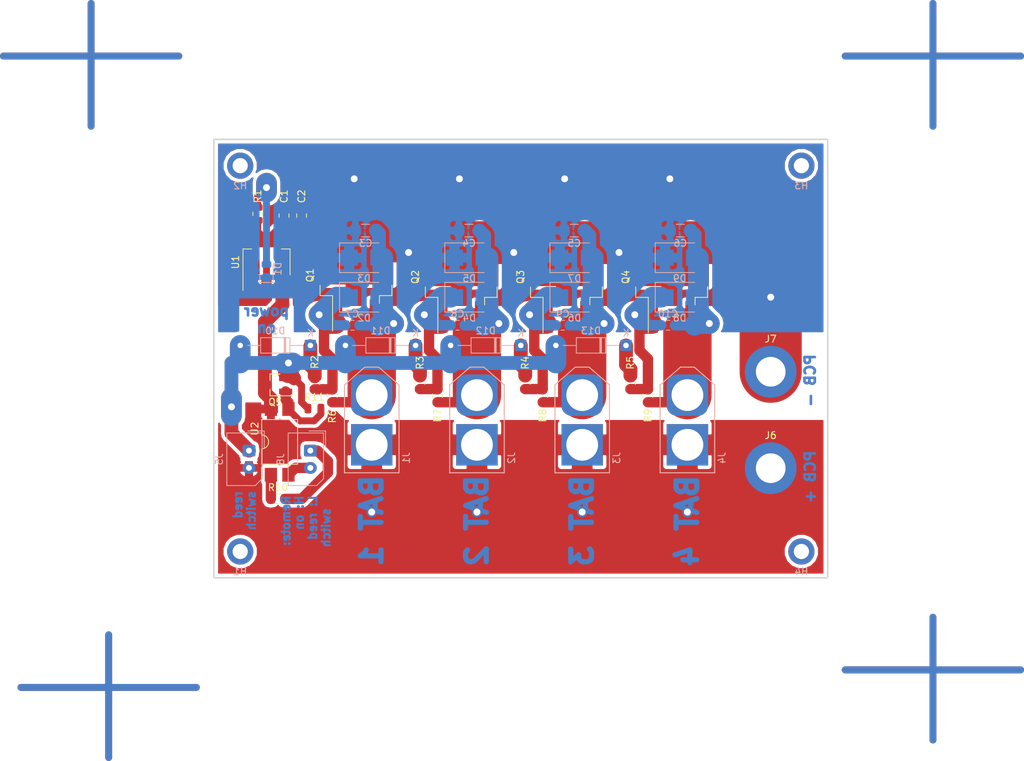
<source format=kicad_pcb>
(kicad_pcb (version 20171130) (host pcbnew "(5.0.2)-1")

  (general
    (thickness 1.6)
    (drawings 13)
    (tracks 233)
    (zones 0)
    (modules 53)
    (nets 22)
  )

  (page A4)
  (layers
    (0 F.Cu signal)
    (31 B.Cu signal)
    (32 B.Adhes user)
    (33 F.Adhes user)
    (34 B.Paste user)
    (35 F.Paste user)
    (36 B.SilkS user)
    (37 F.SilkS user)
    (38 B.Mask user)
    (39 F.Mask user)
    (40 Dwgs.User user)
    (41 Cmts.User user)
    (42 Eco1.User user)
    (43 Eco2.User user)
    (44 Edge.Cuts user)
    (45 Margin user)
    (46 B.CrtYd user)
    (47 F.CrtYd user)
    (48 B.Fab user)
    (49 F.Fab user)
  )

  (setup
    (last_trace_width 9)
    (user_trace_width 1)
    (user_trace_width 1.5)
    (user_trace_width 2)
    (user_trace_width 3)
    (user_trace_width 4)
    (user_trace_width 7)
    (user_trace_width 8)
    (user_trace_width 9)
    (trace_clearance 0.2)
    (zone_clearance 0.508)
    (zone_45_only no)
    (trace_min 1)
    (segment_width 0.2)
    (edge_width 0.15)
    (via_size 1.5)
    (via_drill 1)
    (via_min_size 1)
    (via_min_drill 1)
    (user_via 1.1 1)
    (user_via 1.5 1.4)
    (user_via 2 1.9)
    (uvia_size 1.5)
    (uvia_drill 1)
    (uvias_allowed no)
    (uvia_min_size 0.2)
    (uvia_min_drill 0.1)
    (pcb_text_width 0.3)
    (pcb_text_size 1.5 1.5)
    (mod_edge_width 0.15)
    (mod_text_size 1 1)
    (mod_text_width 0.15)
    (pad_size 1.524 1.524)
    (pad_drill 0.762)
    (pad_to_mask_clearance 0.051)
    (solder_mask_min_width 0.25)
    (aux_axis_origin 0 0)
    (visible_elements 7FFFFFFF)
    (pcbplotparams
      (layerselection 0x010fc_ffffffff)
      (usegerberextensions false)
      (usegerberattributes false)
      (usegerberadvancedattributes false)
      (creategerberjobfile false)
      (excludeedgelayer true)
      (linewidth 0.100000)
      (plotframeref false)
      (viasonmask false)
      (mode 1)
      (useauxorigin false)
      (hpglpennumber 1)
      (hpglpenspeed 20)
      (hpglpendiameter 15.000000)
      (psnegative false)
      (psa4output false)
      (plotreference true)
      (plotvalue true)
      (plotinvisibletext false)
      (padsonsilk false)
      (subtractmaskfromsilk false)
      (outputformat 1)
      (mirror false)
      (drillshape 1)
      (scaleselection 1)
      (outputdirectory ""))
  )

  (net 0 "")
  (net 1 "Net-(C1-Pad1)")
  (net 2 "Net-(D1-Pad2)")
  (net 3 gnd)
  (net 4 Vin)
  (net 5 "Net-(J8-Pad1)")
  (net 6 "Net-(J8-Pad2)")
  (net 7 "Net-(R10-Pad1)")
  (net 8 "Net-(C3-Pad2)")
  (net 9 "Net-(C4-Pad2)")
  (net 10 "Net-(C5-Pad2)")
  (net 11 "Net-(C7-Pad2)")
  (net 12 "Net-(C8-Pad2)")
  (net 13 "Net-(C9-Pad2)")
  (net 14 "Net-(C10-Pad1)")
  (net 15 "Net-(C10-Pad2)")
  (net 16 "Net-(D10-Pad2)")
  (net 17 "Net-(D10-Pad1)")
  (net 18 "Net-(D11-Pad1)")
  (net 19 "Net-(D12-Pad1)")
  (net 20 "Net-(D13-Pad1)")
  (net 21 "Net-(Q5-Pad1)")

  (net_class Default "To jest domyślna klasa połączeń."
    (clearance 0.2)
    (trace_width 1)
    (via_dia 1.5)
    (via_drill 1)
    (uvia_dia 1.5)
    (uvia_drill 1)
    (diff_pair_gap 1)
    (diff_pair_width 1)
    (add_net "Net-(C1-Pad1)")
    (add_net "Net-(C10-Pad1)")
    (add_net "Net-(C10-Pad2)")
    (add_net "Net-(C3-Pad2)")
    (add_net "Net-(C4-Pad2)")
    (add_net "Net-(C5-Pad2)")
    (add_net "Net-(C7-Pad2)")
    (add_net "Net-(C8-Pad2)")
    (add_net "Net-(C9-Pad2)")
    (add_net "Net-(D1-Pad2)")
    (add_net "Net-(D10-Pad1)")
    (add_net "Net-(D10-Pad2)")
    (add_net "Net-(D11-Pad1)")
    (add_net "Net-(D12-Pad1)")
    (add_net "Net-(D13-Pad1)")
    (add_net "Net-(J8-Pad1)")
    (add_net "Net-(J8-Pad2)")
    (add_net "Net-(Q5-Pad1)")
    (add_net "Net-(R10-Pad1)")
    (add_net Vin)
    (add_net gnd)
  )

  (module power_connectors:XT60UPB-M (layer B.Cu) (tedit 5D17DCD0) (tstamp 5D3000FA)
    (at 167.64 100.965 90)
    (path /5CF2D434)
    (fp_text reference J4 (at -5.5 5 90) (layer B.SilkS)
      (effects (font (size 1 1) (thickness 0.15)) (justify mirror))
    )
    (fp_text value batt_4 (at -3 -5 90) (layer B.Fab)
      (effects (font (size 1 1) (thickness 0.15)) (justify mirror))
    )
    (fp_line (start -7.65 3.95) (end -7.65 -3.95) (layer B.SilkS) (width 0.15))
    (fp_line (start 7.65 -1) (end 7.65 1) (layer B.SilkS) (width 0.15))
    (fp_line (start -7.65 3.95) (end 5.08 3.95) (layer B.SilkS) (width 0.15))
    (fp_line (start -7.65 -3.95) (end 5.08 -3.95) (layer B.SilkS) (width 0.15))
    (fp_line (start 5.08 3.95) (end 7.65 1) (layer B.SilkS) (width 0.15))
    (fp_line (start 5.08 -3.95) (end 7.65 -1) (layer B.SilkS) (width 0.15))
    (pad 1 thru_hole rect (at -3.6 0 90) (size 6 6) (drill 4.6) (layers *.Cu *.Mask)
      (net 4 Vin))
    (pad 2 thru_hole roundrect (at 3.6 0 90) (size 6 6) (drill 4.6) (layers *.Cu *.Mask) (roundrect_rratio 0.25)
      (net 14 "Net-(C10-Pad1)"))
    (model /home/proxima/Documents/git/Rov4/zasilanie/modele_3d/xt-60_pcb_f.step
      (at (xyz 0 0 0))
      (scale (xyz 1 1 1))
      (rotate (xyz -90 0 90))
    )
    (model C:/Users/Kurat/Documents/git_repos/Rov4/zasilanie/modele_3d/xt-60_pcb_f.step
      (at (xyz 0 0 0))
      (scale (xyz 1 1 1))
      (rotate (xyz -90 0 90))
    )
  )

  (module Connector_Molex:Molex_SPOX_5267-02A_1x02_P2.50mm_Vertical (layer B.Cu) (tedit 5B7833F7) (tstamp 5D288B5F)
    (at 104.14 105.41 270)
    (descr "Molex SPOX Connector System, 5267-02A, 2 Pins per row (http://www.molex.com/pdm_docs/sd/022035035_sd.pdf), generated with kicad-footprint-generator")
    (tags "connector Molex SPOX side entry")
    (path /5CF2C759)
    (fp_text reference J5 (at 1.25 4.3 270) (layer B.SilkS)
      (effects (font (size 1 1) (thickness 0.15)) (justify mirror))
    )
    (fp_text value reed_switch (at 6.985 0 180) (layer B.Fab)
      (effects (font (size 1 1) (thickness 0.15)) (justify mirror))
    )
    (fp_text user %R (at 1.25 2.4 270) (layer B.Fab)
      (effects (font (size 1 1) (thickness 0.15)) (justify mirror))
    )
    (fp_line (start 5.45 3.6) (end -2.95 3.6) (layer B.CrtYd) (width 0.05))
    (fp_line (start 5.45 -1.3) (end 5.45 3.6) (layer B.CrtYd) (width 0.05))
    (fp_line (start 4.45 -2.3) (end 5.45 -1.3) (layer B.CrtYd) (width 0.05))
    (fp_line (start -2.95 -2.3) (end 4.45 -2.3) (layer B.CrtYd) (width 0.05))
    (fp_line (start -2.95 3.6) (end -2.95 -2.3) (layer B.CrtYd) (width 0.05))
    (fp_line (start 0 -1.092893) (end 0.5 -1.8) (layer B.Fab) (width 0.1))
    (fp_line (start -0.5 -1.8) (end 0 -1.092893) (layer B.Fab) (width 0.1))
    (fp_line (start -2.86 -2.21) (end -0.45 -2.21) (layer B.SilkS) (width 0.12))
    (fp_line (start -2.86 0.2) (end -2.86 -2.21) (layer B.SilkS) (width 0.12))
    (fp_line (start 5.06 3.21) (end -2.56 3.21) (layer B.SilkS) (width 0.12))
    (fp_line (start 5.06 -0.91) (end 5.06 3.21) (layer B.SilkS) (width 0.12))
    (fp_line (start 4.06 -1.91) (end 5.06 -0.91) (layer B.SilkS) (width 0.12))
    (fp_line (start -2.56 -1.91) (end 4.06 -1.91) (layer B.SilkS) (width 0.12))
    (fp_line (start -2.56 3.21) (end -2.56 -1.91) (layer B.SilkS) (width 0.12))
    (fp_line (start 4.95 3.1) (end -2.45 3.1) (layer B.Fab) (width 0.1))
    (fp_line (start 4.95 -0.8) (end 4.95 3.1) (layer B.Fab) (width 0.1))
    (fp_line (start 3.95 -1.8) (end 4.95 -0.8) (layer B.Fab) (width 0.1))
    (fp_line (start -2.45 -1.8) (end 3.95 -1.8) (layer B.Fab) (width 0.1))
    (fp_line (start -2.45 3.1) (end -2.45 -1.8) (layer B.Fab) (width 0.1))
    (pad 2 thru_hole oval (at 2.5 0 270) (size 1.7 1.85) (drill 0.85) (layers *.Cu *.Mask)
      (net 4 Vin))
    (pad 1 thru_hole roundrect (at 0 0 270) (size 1.7 1.85) (drill 0.85) (layers *.Cu *.Mask) (roundrect_rratio 0.147059)
      (net 16 "Net-(D10-Pad2)"))
    (model ${KISYS3DMOD}/Connector_Molex.3dshapes/Molex_SPOX_5267-02A_1x02_P2.50mm_Vertical.wrl
      (at (xyz 0 0 0))
      (scale (xyz 1 1 1))
      (rotate (xyz 0 0 0))
    )
    (model C:/Users/Kurat/Documents/git_repos/Rov4/zasilanie/modele_3d/spox_2pin_socket_pcb.stp
      (offset (xyz 1.28 0.6 3))
      (scale (xyz 1 1 1))
      (rotate (xyz -90 0 180))
    )
  )

  (module power_connectors:XT60UPB-M (layer B.Cu) (tedit 5D17DCD0) (tstamp 5D288C65)
    (at 121.92 100.965 90)
    (path /5CF2D204)
    (fp_text reference J1 (at -5.5 5 90) (layer B.SilkS)
      (effects (font (size 1 1) (thickness 0.15)) (justify mirror))
    )
    (fp_text value batt_1 (at -3 -5 90) (layer B.Fab)
      (effects (font (size 1 1) (thickness 0.15)) (justify mirror))
    )
    (fp_line (start -7.65 3.95) (end -7.65 -3.95) (layer B.SilkS) (width 0.15))
    (fp_line (start 7.65 -1) (end 7.65 1) (layer B.SilkS) (width 0.15))
    (fp_line (start -7.65 3.95) (end 5.08 3.95) (layer B.SilkS) (width 0.15))
    (fp_line (start -7.65 -3.95) (end 5.08 -3.95) (layer B.SilkS) (width 0.15))
    (fp_line (start 5.08 3.95) (end 7.65 1) (layer B.SilkS) (width 0.15))
    (fp_line (start 5.08 -3.95) (end 7.65 -1) (layer B.SilkS) (width 0.15))
    (pad 1 thru_hole rect (at -3.6 0 90) (size 6 6) (drill 4.6) (layers *.Cu *.Mask)
      (net 4 Vin))
    (pad 2 thru_hole roundrect (at 3.6 0 90) (size 6 6) (drill 4.6) (layers *.Cu *.Mask) (roundrect_rratio 0.25)
      (net 8 "Net-(C3-Pad2)"))
    (model C:/Users/Kurat/Documents/git_repos/Rov4/zasilanie/power_connectors/power_connectors.dcm
      (at (xyz 0 0 0))
      (scale (xyz 1 1 1))
      (rotate (xyz 0 0 0))
    )
    (model C:/Users/Kurat/Documents/git_repos/Rov4/zasilanie/modele_3d/xt-60_pcb_f.step
      (at (xyz 0 0 0))
      (scale (xyz 1 1 1))
      (rotate (xyz -90 0 90))
    )
  )

  (module Capacitor_SMD:C_0805_2012Metric_Pad1.15x1.40mm_HandSolder (layer F.Cu) (tedit 5D17FD2D) (tstamp 5D288D6F)
    (at 109.22 71.365 90)
    (descr "Capacitor SMD 0805 (2012 Metric), square (rectangular) end terminal, IPC_7351 nominal with elongated pad for handsoldering. (Body size source: https://docs.google.com/spreadsheets/d/1BsfQQcO9C6DZCsRaXUlFlo91Tg2WpOkGARC1WS5S8t0/edit?usp=sharing), generated with kicad-footprint-generator")
    (tags "capacitor handsolder")
    (path /5D40C64D)
    (attr smd)
    (fp_text reference C1 (at 2.785 0 90) (layer F.SilkS)
      (effects (font (size 1 1) (thickness 0.15)))
    )
    (fp_text value C_Small (at -0.39 -1.27 90) (layer F.Fab)
      (effects (font (size 1 1) (thickness 0.15)))
    )
    (fp_text user %R (at 0 0 90) (layer F.Fab)
      (effects (font (size 0.5 0.5) (thickness 0.08)))
    )
    (fp_line (start 1.85 0.95) (end -1.85 0.95) (layer F.CrtYd) (width 0.05))
    (fp_line (start 1.85 -0.95) (end 1.85 0.95) (layer F.CrtYd) (width 0.05))
    (fp_line (start -1.85 -0.95) (end 1.85 -0.95) (layer F.CrtYd) (width 0.05))
    (fp_line (start -1.85 0.95) (end -1.85 -0.95) (layer F.CrtYd) (width 0.05))
    (fp_line (start -0.261252 0.71) (end 0.261252 0.71) (layer F.SilkS) (width 0.12))
    (fp_line (start -0.261252 -0.71) (end 0.261252 -0.71) (layer F.SilkS) (width 0.12))
    (fp_line (start 1 0.6) (end -1 0.6) (layer F.Fab) (width 0.1))
    (fp_line (start 1 -0.6) (end 1 0.6) (layer F.Fab) (width 0.1))
    (fp_line (start -1 -0.6) (end 1 -0.6) (layer F.Fab) (width 0.1))
    (fp_line (start -1 0.6) (end -1 -0.6) (layer F.Fab) (width 0.1))
    (pad 2 smd roundrect (at 1.025 0 90) (size 1.15 1.4) (layers F.Cu F.Paste F.Mask) (roundrect_rratio 0.217391)
      (net 3 gnd))
    (pad 1 smd roundrect (at -1.025 0 90) (size 1.15 1.4) (layers F.Cu F.Paste F.Mask) (roundrect_rratio 0.217391)
      (net 1 "Net-(C1-Pad1)"))
    (model ${KISYS3DMOD}/Capacitor_SMD.3dshapes/C_0805_2012Metric.wrl
      (at (xyz 0 0 0))
      (scale (xyz 1 1 1))
      (rotate (xyz 0 0 0))
    )
  )

  (module Resistor_SMD:R_0805_2012Metric (layer F.Cu) (tedit 5B36C52B) (tstamp 5D288B26)
    (at 116.205 97.4575 90)
    (descr "Resistor SMD 0805 (2012 Metric), square (rectangular) end terminal, IPC_7351 nominal, (Body size source: https://docs.google.com/spreadsheets/d/1BsfQQcO9C6DZCsRaXUlFlo91Tg2WpOkGARC1WS5S8t0/edit?usp=sharing), generated with kicad-footprint-generator")
    (tags resistor)
    (path /5D2FD26E)
    (attr smd)
    (fp_text reference R6 (at -2.9995 0 90) (layer F.SilkS)
      (effects (font (size 1 1) (thickness 0.15)))
    )
    (fp_text value 47k (at -0.3325 1.905 90) (layer F.Fab)
      (effects (font (size 1 1) (thickness 0.15)))
    )
    (fp_text user %R (at 0 0 90) (layer F.Fab)
      (effects (font (size 0.5 0.5) (thickness 0.08)))
    )
    (fp_line (start 1.68 0.95) (end -1.68 0.95) (layer F.CrtYd) (width 0.05))
    (fp_line (start 1.68 -0.95) (end 1.68 0.95) (layer F.CrtYd) (width 0.05))
    (fp_line (start -1.68 -0.95) (end 1.68 -0.95) (layer F.CrtYd) (width 0.05))
    (fp_line (start -1.68 0.95) (end -1.68 -0.95) (layer F.CrtYd) (width 0.05))
    (fp_line (start -0.258578 0.71) (end 0.258578 0.71) (layer F.SilkS) (width 0.12))
    (fp_line (start -0.258578 -0.71) (end 0.258578 -0.71) (layer F.SilkS) (width 0.12))
    (fp_line (start 1 0.6) (end -1 0.6) (layer F.Fab) (width 0.1))
    (fp_line (start 1 -0.6) (end 1 0.6) (layer F.Fab) (width 0.1))
    (fp_line (start -1 -0.6) (end 1 -0.6) (layer F.Fab) (width 0.1))
    (fp_line (start -1 0.6) (end -1 -0.6) (layer F.Fab) (width 0.1))
    (pad 2 smd roundrect (at 0.9375 0 90) (size 0.975 1.4) (layers F.Cu F.Paste F.Mask) (roundrect_rratio 0.25)
      (net 11 "Net-(C7-Pad2)"))
    (pad 1 smd roundrect (at -0.9375 0 90) (size 0.975 1.4) (layers F.Cu F.Paste F.Mask) (roundrect_rratio 0.25)
      (net 8 "Net-(C3-Pad2)"))
    (model ${KISYS3DMOD}/Resistor_SMD.3dshapes/R_0805_2012Metric.wrl
      (at (xyz 0 0 0))
      (scale (xyz 1 1 1))
      (rotate (xyz 0 0 0))
    )
  )

  (module Resistor_SMD:R_0805_2012Metric (layer F.Cu) (tedit 5B36C52B) (tstamp 5D2FFD12)
    (at 146.685 97.4575 90)
    (descr "Resistor SMD 0805 (2012 Metric), square (rectangular) end terminal, IPC_7351 nominal, (Body size source: https://docs.google.com/spreadsheets/d/1BsfQQcO9C6DZCsRaXUlFlo91Tg2WpOkGARC1WS5S8t0/edit?usp=sharing), generated with kicad-footprint-generator")
    (tags resistor)
    (path /5D1CD683)
    (attr smd)
    (fp_text reference R8 (at -2.8725 0 90) (layer F.SilkS)
      (effects (font (size 1 1) (thickness 0.15)))
    )
    (fp_text value 47k (at -0.3325 1.905 90) (layer F.Fab)
      (effects (font (size 1 1) (thickness 0.15)))
    )
    (fp_text user %R (at 0 0 90) (layer F.Fab)
      (effects (font (size 0.5 0.5) (thickness 0.08)))
    )
    (fp_line (start 1.68 0.95) (end -1.68 0.95) (layer F.CrtYd) (width 0.05))
    (fp_line (start 1.68 -0.95) (end 1.68 0.95) (layer F.CrtYd) (width 0.05))
    (fp_line (start -1.68 -0.95) (end 1.68 -0.95) (layer F.CrtYd) (width 0.05))
    (fp_line (start -1.68 0.95) (end -1.68 -0.95) (layer F.CrtYd) (width 0.05))
    (fp_line (start -0.258578 0.71) (end 0.258578 0.71) (layer F.SilkS) (width 0.12))
    (fp_line (start -0.258578 -0.71) (end 0.258578 -0.71) (layer F.SilkS) (width 0.12))
    (fp_line (start 1 0.6) (end -1 0.6) (layer F.Fab) (width 0.1))
    (fp_line (start 1 -0.6) (end 1 0.6) (layer F.Fab) (width 0.1))
    (fp_line (start -1 -0.6) (end 1 -0.6) (layer F.Fab) (width 0.1))
    (fp_line (start -1 0.6) (end -1 -0.6) (layer F.Fab) (width 0.1))
    (pad 2 smd roundrect (at 0.9375 0 90) (size 0.975 1.4) (layers F.Cu F.Paste F.Mask) (roundrect_rratio 0.25)
      (net 13 "Net-(C9-Pad2)"))
    (pad 1 smd roundrect (at -0.9375 0 90) (size 0.975 1.4) (layers F.Cu F.Paste F.Mask) (roundrect_rratio 0.25)
      (net 10 "Net-(C5-Pad2)"))
    (model ${KISYS3DMOD}/Resistor_SMD.3dshapes/R_0805_2012Metric.wrl
      (at (xyz 0 0 0))
      (scale (xyz 1 1 1))
      (rotate (xyz 0 0 0))
    )
  )

  (module Resistor_SMD:R_0805_2012Metric (layer F.Cu) (tedit 5B36C52B) (tstamp 5D2FFC6D)
    (at 131.445 97.4575 90)
    (descr "Resistor SMD 0805 (2012 Metric), square (rectangular) end terminal, IPC_7351 nominal, (Body size source: https://docs.google.com/spreadsheets/d/1BsfQQcO9C6DZCsRaXUlFlo91Tg2WpOkGARC1WS5S8t0/edit?usp=sharing), generated with kicad-footprint-generator")
    (tags resistor)
    (path /5D1C7A1F)
    (attr smd)
    (fp_text reference R7 (at -2.8725 0 90) (layer F.SilkS)
      (effects (font (size 1 1) (thickness 0.15)))
    )
    (fp_text value 47k (at -0.3325 1.905 90) (layer F.Fab)
      (effects (font (size 1 1) (thickness 0.15)))
    )
    (fp_text user %R (at 0 0 90) (layer F.Fab)
      (effects (font (size 0.5 0.5) (thickness 0.08)))
    )
    (fp_line (start 1.68 0.95) (end -1.68 0.95) (layer F.CrtYd) (width 0.05))
    (fp_line (start 1.68 -0.95) (end 1.68 0.95) (layer F.CrtYd) (width 0.05))
    (fp_line (start -1.68 -0.95) (end 1.68 -0.95) (layer F.CrtYd) (width 0.05))
    (fp_line (start -1.68 0.95) (end -1.68 -0.95) (layer F.CrtYd) (width 0.05))
    (fp_line (start -0.258578 0.71) (end 0.258578 0.71) (layer F.SilkS) (width 0.12))
    (fp_line (start -0.258578 -0.71) (end 0.258578 -0.71) (layer F.SilkS) (width 0.12))
    (fp_line (start 1 0.6) (end -1 0.6) (layer F.Fab) (width 0.1))
    (fp_line (start 1 -0.6) (end 1 0.6) (layer F.Fab) (width 0.1))
    (fp_line (start -1 -0.6) (end 1 -0.6) (layer F.Fab) (width 0.1))
    (fp_line (start -1 0.6) (end -1 -0.6) (layer F.Fab) (width 0.1))
    (pad 2 smd roundrect (at 0.9375 0 90) (size 0.975 1.4) (layers F.Cu F.Paste F.Mask) (roundrect_rratio 0.25)
      (net 12 "Net-(C8-Pad2)"))
    (pad 1 smd roundrect (at -0.9375 0 90) (size 0.975 1.4) (layers F.Cu F.Paste F.Mask) (roundrect_rratio 0.25)
      (net 9 "Net-(C4-Pad2)"))
    (model ${KISYS3DMOD}/Resistor_SMD.3dshapes/R_0805_2012Metric.wrl
      (at (xyz 0 0 0))
      (scale (xyz 1 1 1))
      (rotate (xyz 0 0 0))
    )
  )

  (module power_connectors:XT60UPB-M (layer B.Cu) (tedit 5D17DCD0) (tstamp 5D2FFA8E)
    (at 152.4 100.965 90)
    (path /5CF2D3F2)
    (fp_text reference J3 (at -5.5 5 90) (layer B.SilkS)
      (effects (font (size 1 1) (thickness 0.15)) (justify mirror))
    )
    (fp_text value batt_3 (at -3 -5 90) (layer B.Fab)
      (effects (font (size 1 1) (thickness 0.15)) (justify mirror))
    )
    (fp_line (start -7.65 3.95) (end -7.65 -3.95) (layer B.SilkS) (width 0.15))
    (fp_line (start 7.65 -1) (end 7.65 1) (layer B.SilkS) (width 0.15))
    (fp_line (start -7.65 3.95) (end 5.08 3.95) (layer B.SilkS) (width 0.15))
    (fp_line (start -7.65 -3.95) (end 5.08 -3.95) (layer B.SilkS) (width 0.15))
    (fp_line (start 5.08 3.95) (end 7.65 1) (layer B.SilkS) (width 0.15))
    (fp_line (start 5.08 -3.95) (end 7.65 -1) (layer B.SilkS) (width 0.15))
    (pad 1 thru_hole rect (at -3.6 0 90) (size 6 6) (drill 4.6) (layers *.Cu *.Mask)
      (net 4 Vin))
    (pad 2 thru_hole roundrect (at 3.6 0 90) (size 6 6) (drill 4.6) (layers *.Cu *.Mask) (roundrect_rratio 0.25)
      (net 10 "Net-(C5-Pad2)"))
    (model C:/Users/Kurat/Documents/git_repos/Rov4/zasilanie/modele_3d/xt-60_pcb_f.step
      (at (xyz 0 0 0))
      (scale (xyz 1 1 1))
      (rotate (xyz -90 0 90))
    )
  )

  (module MountingHole:MountingHole_4.3mm_M4_DIN965_Pad (layer F.Cu) (tedit 56D1B4CB) (tstamp 5D288CEB)
    (at 179.705 93.98)
    (descr "Mounting Hole 4.3mm, M4, DIN965")
    (tags "mounting hole 4.3mm m4 din965")
    (path /5CF56D26)
    (attr virtual)
    (fp_text reference J7 (at 0 -4.75) (layer F.SilkS)
      (effects (font (size 1 1) (thickness 0.15)))
    )
    (fp_text value toPcb- (at 0 4.75) (layer F.Fab)
      (effects (font (size 1 1) (thickness 0.15)))
    )
    (fp_circle (center 0 0) (end 4 0) (layer F.CrtYd) (width 0.05))
    (fp_circle (center 0 0) (end 3.75 0) (layer Cmts.User) (width 0.15))
    (fp_text user %R (at 0.3 0) (layer F.Fab)
      (effects (font (size 1 1) (thickness 0.15)))
    )
    (pad 1 thru_hole circle (at 0 0) (size 7.5 7.5) (drill 4.3) (layers *.Cu *.Mask)
      (net 3 gnd))
  )

  (module LED_SMD:LED_0805_2012Metric (layer B.Cu) (tedit 5B36C52C) (tstamp 5D288D3B)
    (at 106.68 79.375 90)
    (descr "LED SMD 0805 (2012 Metric), square (rectangular) end terminal, IPC_7351 nominal, (Body size source: https://docs.google.com/spreadsheets/d/1BsfQQcO9C6DZCsRaXUlFlo91Tg2WpOkGARC1WS5S8t0/edit?usp=sharing), generated with kicad-footprint-generator")
    (tags diode)
    (path /5CF346D6)
    (attr smd)
    (fp_text reference D1 (at 0.3025 1.65 90) (layer B.SilkS)
      (effects (font (size 1 1) (thickness 0.15)) (justify mirror))
    )
    (fp_text value power_ok (at 0 -1.65 90) (layer B.Fab)
      (effects (font (size 1 1) (thickness 0.15)) (justify mirror))
    )
    (fp_text user %R (at 0 0 90) (layer B.Fab)
      (effects (font (size 0.5 0.5) (thickness 0.08)) (justify mirror))
    )
    (fp_line (start 1.68 -0.95) (end -1.68 -0.95) (layer B.CrtYd) (width 0.05))
    (fp_line (start 1.68 0.95) (end 1.68 -0.95) (layer B.CrtYd) (width 0.05))
    (fp_line (start -1.68 0.95) (end 1.68 0.95) (layer B.CrtYd) (width 0.05))
    (fp_line (start -1.68 -0.95) (end -1.68 0.95) (layer B.CrtYd) (width 0.05))
    (fp_line (start -1.685 -0.96) (end 1 -0.96) (layer B.SilkS) (width 0.12))
    (fp_line (start -1.685 0.96) (end -1.685 -0.96) (layer B.SilkS) (width 0.12))
    (fp_line (start 1 0.96) (end -1.685 0.96) (layer B.SilkS) (width 0.12))
    (fp_line (start 1 -0.6) (end 1 0.6) (layer B.Fab) (width 0.1))
    (fp_line (start -1 -0.6) (end 1 -0.6) (layer B.Fab) (width 0.1))
    (fp_line (start -1 0.3) (end -1 -0.6) (layer B.Fab) (width 0.1))
    (fp_line (start -0.7 0.6) (end -1 0.3) (layer B.Fab) (width 0.1))
    (fp_line (start 1 0.6) (end -0.7 0.6) (layer B.Fab) (width 0.1))
    (pad 2 smd roundrect (at 0.9375 0 90) (size 0.975 1.4) (layers B.Cu B.Paste B.Mask) (roundrect_rratio 0.25)
      (net 2 "Net-(D1-Pad2)"))
    (pad 1 smd roundrect (at -0.9375 0 90) (size 0.975 1.4) (layers B.Cu B.Paste B.Mask) (roundrect_rratio 0.25)
      (net 3 gnd))
    (model ${KISYS3DMOD}/LED_SMD.3dshapes/LED_0805_2012Metric.wrl
      (at (xyz 0 0 0))
      (scale (xyz 1 1 1))
      (rotate (xyz 0 0 0))
    )
  )

  (module Capacitor_SMD:C_0805_2012Metric_Pad1.15x1.40mm_HandSolder (layer F.Cu) (tedit 5D17FD50) (tstamp 5D288D09)
    (at 111.76 71.365 90)
    (descr "Capacitor SMD 0805 (2012 Metric), square (rectangular) end terminal, IPC_7351 nominal with elongated pad for handsoldering. (Body size source: https://docs.google.com/spreadsheets/d/1BsfQQcO9C6DZCsRaXUlFlo91Tg2WpOkGARC1WS5S8t0/edit?usp=sharing), generated with kicad-footprint-generator")
    (tags "capacitor handsolder")
    (path /5D40C43E)
    (attr smd)
    (fp_text reference C2 (at 2.785 0 90) (layer F.SilkS)
      (effects (font (size 1 1) (thickness 0.15)))
    )
    (fp_text value C_Small (at -4.2 0 90) (layer F.Fab)
      (effects (font (size 1 1) (thickness 0.15)))
    )
    (fp_text user %R (at 0 0 90) (layer F.Fab)
      (effects (font (size 0.5 0.5) (thickness 0.08)))
    )
    (fp_line (start 1.85 0.95) (end -1.85 0.95) (layer F.CrtYd) (width 0.05))
    (fp_line (start 1.85 -0.95) (end 1.85 0.95) (layer F.CrtYd) (width 0.05))
    (fp_line (start -1.85 -0.95) (end 1.85 -0.95) (layer F.CrtYd) (width 0.05))
    (fp_line (start -1.85 0.95) (end -1.85 -0.95) (layer F.CrtYd) (width 0.05))
    (fp_line (start -0.261252 0.71) (end 0.261252 0.71) (layer F.SilkS) (width 0.12))
    (fp_line (start -0.261252 -0.71) (end 0.261252 -0.71) (layer F.SilkS) (width 0.12))
    (fp_line (start 1 0.6) (end -1 0.6) (layer F.Fab) (width 0.1))
    (fp_line (start 1 -0.6) (end 1 0.6) (layer F.Fab) (width 0.1))
    (fp_line (start -1 -0.6) (end 1 -0.6) (layer F.Fab) (width 0.1))
    (fp_line (start -1 0.6) (end -1 -0.6) (layer F.Fab) (width 0.1))
    (pad 2 smd roundrect (at 1.025 0 90) (size 1.15 1.4) (layers F.Cu F.Paste F.Mask) (roundrect_rratio 0.217391)
      (net 3 gnd))
    (pad 1 smd roundrect (at -1.025 0 90) (size 1.15 1.4) (layers F.Cu F.Paste F.Mask) (roundrect_rratio 0.217391)
      (net 4 Vin))
    (model ${KISYS3DMOD}/Capacitor_SMD.3dshapes/C_0805_2012Metric.wrl
      (at (xyz 0 0 0))
      (scale (xyz 1 1 1))
      (rotate (xyz 0 0 0))
    )
  )

  (module Resistor_SMD:R_0805_2012Metric (layer F.Cu) (tedit 5B36C52B) (tstamp 5D2FFCE2)
    (at 161.925 97.4575 90)
    (descr "Resistor SMD 0805 (2012 Metric), square (rectangular) end terminal, IPC_7351 nominal, (Body size source: https://docs.google.com/spreadsheets/d/1BsfQQcO9C6DZCsRaXUlFlo91Tg2WpOkGARC1WS5S8t0/edit?usp=sharing), generated with kicad-footprint-generator")
    (tags resistor)
    (path /5D1CD6B8)
    (attr smd)
    (fp_text reference R9 (at -2.8725 0 90) (layer F.SilkS)
      (effects (font (size 1 1) (thickness 0.15)))
    )
    (fp_text value 47k (at -0.3325 1.905 90) (layer F.Fab)
      (effects (font (size 1 1) (thickness 0.15)))
    )
    (fp_text user %R (at 0 0 90) (layer F.Fab)
      (effects (font (size 0.5 0.5) (thickness 0.08)))
    )
    (fp_line (start 1.68 0.95) (end -1.68 0.95) (layer F.CrtYd) (width 0.05))
    (fp_line (start 1.68 -0.95) (end 1.68 0.95) (layer F.CrtYd) (width 0.05))
    (fp_line (start -1.68 -0.95) (end 1.68 -0.95) (layer F.CrtYd) (width 0.05))
    (fp_line (start -1.68 0.95) (end -1.68 -0.95) (layer F.CrtYd) (width 0.05))
    (fp_line (start -0.258578 0.71) (end 0.258578 0.71) (layer F.SilkS) (width 0.12))
    (fp_line (start -0.258578 -0.71) (end 0.258578 -0.71) (layer F.SilkS) (width 0.12))
    (fp_line (start 1 0.6) (end -1 0.6) (layer F.Fab) (width 0.1))
    (fp_line (start 1 -0.6) (end 1 0.6) (layer F.Fab) (width 0.1))
    (fp_line (start -1 -0.6) (end 1 -0.6) (layer F.Fab) (width 0.1))
    (fp_line (start -1 0.6) (end -1 -0.6) (layer F.Fab) (width 0.1))
    (pad 2 smd roundrect (at 0.9375 0 90) (size 0.975 1.4) (layers F.Cu F.Paste F.Mask) (roundrect_rratio 0.25)
      (net 15 "Net-(C10-Pad2)"))
    (pad 1 smd roundrect (at -0.9375 0 90) (size 0.975 1.4) (layers F.Cu F.Paste F.Mask) (roundrect_rratio 0.25)
      (net 14 "Net-(C10-Pad1)"))
    (model ${KISYS3DMOD}/Resistor_SMD.3dshapes/R_0805_2012Metric.wrl
      (at (xyz 0 0 0))
      (scale (xyz 1 1 1))
      (rotate (xyz 0 0 0))
    )
  )

  (module Resistor_SMD:R_0805_2012Metric (layer F.Cu) (tedit 5B36C52B) (tstamp 5D2FFDA2)
    (at 144.145 95.5525 90)
    (descr "Resistor SMD 0805 (2012 Metric), square (rectangular) end terminal, IPC_7351 nominal, (Body size source: https://docs.google.com/spreadsheets/d/1BsfQQcO9C6DZCsRaXUlFlo91Tg2WpOkGARC1WS5S8t0/edit?usp=sharing), generated with kicad-footprint-generator")
    (tags resistor)
    (path /5D1CD67C)
    (attr smd)
    (fp_text reference R4 (at 2.8725 0 90) (layer F.SilkS)
      (effects (font (size 1 1) (thickness 0.15)))
    )
    (fp_text value 100 (at 0.3325 1.905 90) (layer F.Fab)
      (effects (font (size 1 1) (thickness 0.15)))
    )
    (fp_text user %R (at 0 0 90) (layer F.Fab)
      (effects (font (size 0.5 0.5) (thickness 0.08)))
    )
    (fp_line (start 1.68 0.95) (end -1.68 0.95) (layer F.CrtYd) (width 0.05))
    (fp_line (start 1.68 -0.95) (end 1.68 0.95) (layer F.CrtYd) (width 0.05))
    (fp_line (start -1.68 -0.95) (end 1.68 -0.95) (layer F.CrtYd) (width 0.05))
    (fp_line (start -1.68 0.95) (end -1.68 -0.95) (layer F.CrtYd) (width 0.05))
    (fp_line (start -0.258578 0.71) (end 0.258578 0.71) (layer F.SilkS) (width 0.12))
    (fp_line (start -0.258578 -0.71) (end 0.258578 -0.71) (layer F.SilkS) (width 0.12))
    (fp_line (start 1 0.6) (end -1 0.6) (layer F.Fab) (width 0.1))
    (fp_line (start 1 -0.6) (end 1 0.6) (layer F.Fab) (width 0.1))
    (fp_line (start -1 -0.6) (end 1 -0.6) (layer F.Fab) (width 0.1))
    (fp_line (start -1 0.6) (end -1 -0.6) (layer F.Fab) (width 0.1))
    (pad 2 smd roundrect (at 0.9375 0 90) (size 0.975 1.4) (layers F.Cu F.Paste F.Mask) (roundrect_rratio 0.25)
      (net 19 "Net-(D12-Pad1)"))
    (pad 1 smd roundrect (at -0.9375 0 90) (size 0.975 1.4) (layers F.Cu F.Paste F.Mask) (roundrect_rratio 0.25)
      (net 13 "Net-(C9-Pad2)"))
    (model ${KISYS3DMOD}/Resistor_SMD.3dshapes/R_0805_2012Metric.wrl
      (at (xyz 0 0 0))
      (scale (xyz 1 1 1))
      (rotate (xyz 0 0 0))
    )
  )

  (module Resistor_SMD:R_0805_2012Metric (layer F.Cu) (tedit 5B36C52B) (tstamp 5D288C0A)
    (at 105.41 71.12 270)
    (descr "Resistor SMD 0805 (2012 Metric), square (rectangular) end terminal, IPC_7351 nominal, (Body size source: https://docs.google.com/spreadsheets/d/1BsfQQcO9C6DZCsRaXUlFlo91Tg2WpOkGARC1WS5S8t0/edit?usp=sharing), generated with kicad-footprint-generator")
    (tags resistor)
    (path /5CF3B983)
    (attr smd)
    (fp_text reference R1 (at -2.54 0 270) (layer F.SilkS)
      (effects (font (size 1 1) (thickness 0.15)))
    )
    (fp_text value 400 (at 0 1.65 270) (layer F.Fab)
      (effects (font (size 1 1) (thickness 0.15)))
    )
    (fp_text user %R (at 0 0 270) (layer F.Fab)
      (effects (font (size 0.5 0.5) (thickness 0.08)))
    )
    (fp_line (start 1.68 0.95) (end -1.68 0.95) (layer F.CrtYd) (width 0.05))
    (fp_line (start 1.68 -0.95) (end 1.68 0.95) (layer F.CrtYd) (width 0.05))
    (fp_line (start -1.68 -0.95) (end 1.68 -0.95) (layer F.CrtYd) (width 0.05))
    (fp_line (start -1.68 0.95) (end -1.68 -0.95) (layer F.CrtYd) (width 0.05))
    (fp_line (start -0.258578 0.71) (end 0.258578 0.71) (layer F.SilkS) (width 0.12))
    (fp_line (start -0.258578 -0.71) (end 0.258578 -0.71) (layer F.SilkS) (width 0.12))
    (fp_line (start 1 0.6) (end -1 0.6) (layer F.Fab) (width 0.1))
    (fp_line (start 1 -0.6) (end 1 0.6) (layer F.Fab) (width 0.1))
    (fp_line (start -1 -0.6) (end 1 -0.6) (layer F.Fab) (width 0.1))
    (fp_line (start -1 0.6) (end -1 -0.6) (layer F.Fab) (width 0.1))
    (pad 2 smd roundrect (at 0.9375 0 270) (size 0.975 1.4) (layers F.Cu F.Paste F.Mask) (roundrect_rratio 0.25)
      (net 1 "Net-(C1-Pad1)"))
    (pad 1 smd roundrect (at -0.9375 0 270) (size 0.975 1.4) (layers F.Cu F.Paste F.Mask) (roundrect_rratio 0.25)
      (net 2 "Net-(D1-Pad2)"))
    (model ${KISYS3DMOD}/Resistor_SMD.3dshapes/R_0805_2012Metric.wrl
      (at (xyz 0 0 0))
      (scale (xyz 1 1 1))
      (rotate (xyz 0 0 0))
    )
  )

  (module Resistor_SMD:R_0805_2012Metric (layer F.Cu) (tedit 5B36C52B) (tstamp 5D288E59)
    (at 128.905 95.5525 90)
    (descr "Resistor SMD 0805 (2012 Metric), square (rectangular) end terminal, IPC_7351 nominal, (Body size source: https://docs.google.com/spreadsheets/d/1BsfQQcO9C6DZCsRaXUlFlo91Tg2WpOkGARC1WS5S8t0/edit?usp=sharing), generated with kicad-footprint-generator")
    (tags resistor)
    (path /5D1C7A18)
    (attr smd)
    (fp_text reference R3 (at 2.8725 0 90) (layer F.SilkS)
      (effects (font (size 1 1) (thickness 0.15)))
    )
    (fp_text value 100 (at 0.3325 1.905 90) (layer F.Fab)
      (effects (font (size 1 1) (thickness 0.15)))
    )
    (fp_text user %R (at 0 0 90) (layer F.Fab)
      (effects (font (size 0.5 0.5) (thickness 0.08)))
    )
    (fp_line (start 1.68 0.95) (end -1.68 0.95) (layer F.CrtYd) (width 0.05))
    (fp_line (start 1.68 -0.95) (end 1.68 0.95) (layer F.CrtYd) (width 0.05))
    (fp_line (start -1.68 -0.95) (end 1.68 -0.95) (layer F.CrtYd) (width 0.05))
    (fp_line (start -1.68 0.95) (end -1.68 -0.95) (layer F.CrtYd) (width 0.05))
    (fp_line (start -0.258578 0.71) (end 0.258578 0.71) (layer F.SilkS) (width 0.12))
    (fp_line (start -0.258578 -0.71) (end 0.258578 -0.71) (layer F.SilkS) (width 0.12))
    (fp_line (start 1 0.6) (end -1 0.6) (layer F.Fab) (width 0.1))
    (fp_line (start 1 -0.6) (end 1 0.6) (layer F.Fab) (width 0.1))
    (fp_line (start -1 -0.6) (end 1 -0.6) (layer F.Fab) (width 0.1))
    (fp_line (start -1 0.6) (end -1 -0.6) (layer F.Fab) (width 0.1))
    (pad 2 smd roundrect (at 0.9375 0 90) (size 0.975 1.4) (layers F.Cu F.Paste F.Mask) (roundrect_rratio 0.25)
      (net 18 "Net-(D11-Pad1)"))
    (pad 1 smd roundrect (at -0.9375 0 90) (size 0.975 1.4) (layers F.Cu F.Paste F.Mask) (roundrect_rratio 0.25)
      (net 12 "Net-(C8-Pad2)"))
    (model ${KISYS3DMOD}/Resistor_SMD.3dshapes/R_0805_2012Metric.wrl
      (at (xyz 0 0 0))
      (scale (xyz 1 1 1))
      (rotate (xyz 0 0 0))
    )
  )

  (module Package_TO_SOT_SMD:TO-263-2 (layer F.Cu) (tedit 5A70FB7B) (tstamp 5D2FFFD4)
    (at 150.12 80.255 90)
    (descr "TO-263 / D2PAK / DDPAK SMD package, http://www.infineon.com/cms/en/product/packages/PG-TO263/PG-TO263-3-1/")
    (tags "D2PAK DDPAK TO-263 D2PAK-3 TO-263-3 SOT-404")
    (path /5D1CD68C)
    (attr smd)
    (fp_text reference Q3 (at 0 -6.65 90) (layer F.SilkS)
      (effects (font (size 1 1) (thickness 0.15)))
    )
    (fp_text value batt3_sw (at 0 6.65 90) (layer F.Fab)
      (effects (font (size 1 1) (thickness 0.15)))
    )
    (fp_line (start 6.5 -5) (end 7.5 -5) (layer F.Fab) (width 0.1))
    (fp_line (start 7.5 -5) (end 7.5 5) (layer F.Fab) (width 0.1))
    (fp_line (start 7.5 5) (end 6.5 5) (layer F.Fab) (width 0.1))
    (fp_line (start 6.5 -5) (end 6.5 5) (layer F.Fab) (width 0.1))
    (fp_line (start 6.5 5) (end -2.75 5) (layer F.Fab) (width 0.1))
    (fp_line (start -2.75 5) (end -2.75 -4) (layer F.Fab) (width 0.1))
    (fp_line (start -2.75 -4) (end -1.75 -5) (layer F.Fab) (width 0.1))
    (fp_line (start -1.75 -5) (end 6.5 -5) (layer F.Fab) (width 0.1))
    (fp_line (start -2.75 -3.04) (end -7.45 -3.04) (layer F.Fab) (width 0.1))
    (fp_line (start -7.45 -3.04) (end -7.45 -2.04) (layer F.Fab) (width 0.1))
    (fp_line (start -7.45 -2.04) (end -2.75 -2.04) (layer F.Fab) (width 0.1))
    (fp_line (start -2.75 2.04) (end -7.45 2.04) (layer F.Fab) (width 0.1))
    (fp_line (start -7.45 2.04) (end -7.45 3.04) (layer F.Fab) (width 0.1))
    (fp_line (start -7.45 3.04) (end -2.75 3.04) (layer F.Fab) (width 0.1))
    (fp_line (start -1.45 -5.2) (end -2.95 -5.2) (layer F.SilkS) (width 0.12))
    (fp_line (start -2.95 -5.2) (end -2.95 -3.39) (layer F.SilkS) (width 0.12))
    (fp_line (start -2.95 -3.39) (end -8.075 -3.39) (layer F.SilkS) (width 0.12))
    (fp_line (start -1.45 5.2) (end -2.95 5.2) (layer F.SilkS) (width 0.12))
    (fp_line (start -2.95 5.2) (end -2.95 3.39) (layer F.SilkS) (width 0.12))
    (fp_line (start -2.95 3.39) (end -4.05 3.39) (layer F.SilkS) (width 0.12))
    (fp_line (start -8.32 -5.65) (end -8.32 5.65) (layer F.CrtYd) (width 0.05))
    (fp_line (start -8.32 5.65) (end 8.32 5.65) (layer F.CrtYd) (width 0.05))
    (fp_line (start 8.32 5.65) (end 8.32 -5.65) (layer F.CrtYd) (width 0.05))
    (fp_line (start 8.32 -5.65) (end -8.32 -5.65) (layer F.CrtYd) (width 0.05))
    (fp_text user %R (at 0 0 90) (layer F.Fab)
      (effects (font (size 1 1) (thickness 0.15)))
    )
    (pad 1 smd rect (at -5.775 -2.54 90) (size 4.6 1.1) (layers F.Cu F.Paste F.Mask)
      (net 13 "Net-(C9-Pad2)"))
    (pad 3 smd rect (at -5.775 2.54 90) (size 4.6 1.1) (layers F.Cu F.Paste F.Mask)
      (net 10 "Net-(C5-Pad2)"))
    (pad 2 smd rect (at 3.375 0 90) (size 9.4 10.8) (layers F.Cu F.Mask)
      (net 3 gnd))
    (pad "" smd rect (at 5.8 2.775 90) (size 4.55 5.25) (layers F.Paste))
    (pad "" smd rect (at 0.95 -2.775 90) (size 4.55 5.25) (layers F.Paste))
    (pad "" smd rect (at 5.8 -2.775 90) (size 4.55 5.25) (layers F.Paste))
    (pad "" smd rect (at 0.95 2.775 90) (size 4.55 5.25) (layers F.Paste))
    (model ${KISYS3DMOD}/Package_TO_SOT_SMD.3dshapes/TO-263-2.wrl
      (at (xyz 0 0 0))
      (scale (xyz 1 1 1))
      (rotate (xyz 0 0 0))
    )
  )

  (module Package_TO_SOT_SMD:TO-263-2 (layer F.Cu) (tedit 5A70FB7B) (tstamp 5D2FFE33)
    (at 165.36 80.255 90)
    (descr "TO-263 / D2PAK / DDPAK SMD package, http://www.infineon.com/cms/en/product/packages/PG-TO263/PG-TO263-3-1/")
    (tags "D2PAK DDPAK TO-263 D2PAK-3 TO-263-3 SOT-404")
    (path /5D1CD6C1)
    (attr smd)
    (fp_text reference Q4 (at 0 -6.65 90) (layer F.SilkS)
      (effects (font (size 1 1) (thickness 0.15)))
    )
    (fp_text value batt4_sw (at 0 6.65 90) (layer F.Fab)
      (effects (font (size 1 1) (thickness 0.15)))
    )
    (fp_text user %R (at 0 0 90) (layer F.Fab)
      (effects (font (size 1 1) (thickness 0.15)))
    )
    (fp_line (start 8.32 -5.65) (end -8.32 -5.65) (layer F.CrtYd) (width 0.05))
    (fp_line (start 8.32 5.65) (end 8.32 -5.65) (layer F.CrtYd) (width 0.05))
    (fp_line (start -8.32 5.65) (end 8.32 5.65) (layer F.CrtYd) (width 0.05))
    (fp_line (start -8.32 -5.65) (end -8.32 5.65) (layer F.CrtYd) (width 0.05))
    (fp_line (start -2.95 3.39) (end -4.05 3.39) (layer F.SilkS) (width 0.12))
    (fp_line (start -2.95 5.2) (end -2.95 3.39) (layer F.SilkS) (width 0.12))
    (fp_line (start -1.45 5.2) (end -2.95 5.2) (layer F.SilkS) (width 0.12))
    (fp_line (start -2.95 -3.39) (end -8.075 -3.39) (layer F.SilkS) (width 0.12))
    (fp_line (start -2.95 -5.2) (end -2.95 -3.39) (layer F.SilkS) (width 0.12))
    (fp_line (start -1.45 -5.2) (end -2.95 -5.2) (layer F.SilkS) (width 0.12))
    (fp_line (start -7.45 3.04) (end -2.75 3.04) (layer F.Fab) (width 0.1))
    (fp_line (start -7.45 2.04) (end -7.45 3.04) (layer F.Fab) (width 0.1))
    (fp_line (start -2.75 2.04) (end -7.45 2.04) (layer F.Fab) (width 0.1))
    (fp_line (start -7.45 -2.04) (end -2.75 -2.04) (layer F.Fab) (width 0.1))
    (fp_line (start -7.45 -3.04) (end -7.45 -2.04) (layer F.Fab) (width 0.1))
    (fp_line (start -2.75 -3.04) (end -7.45 -3.04) (layer F.Fab) (width 0.1))
    (fp_line (start -1.75 -5) (end 6.5 -5) (layer F.Fab) (width 0.1))
    (fp_line (start -2.75 -4) (end -1.75 -5) (layer F.Fab) (width 0.1))
    (fp_line (start -2.75 5) (end -2.75 -4) (layer F.Fab) (width 0.1))
    (fp_line (start 6.5 5) (end -2.75 5) (layer F.Fab) (width 0.1))
    (fp_line (start 6.5 -5) (end 6.5 5) (layer F.Fab) (width 0.1))
    (fp_line (start 7.5 5) (end 6.5 5) (layer F.Fab) (width 0.1))
    (fp_line (start 7.5 -5) (end 7.5 5) (layer F.Fab) (width 0.1))
    (fp_line (start 6.5 -5) (end 7.5 -5) (layer F.Fab) (width 0.1))
    (pad "" smd rect (at 0.95 2.775 90) (size 4.55 5.25) (layers F.Paste))
    (pad "" smd rect (at 5.8 -2.775 90) (size 4.55 5.25) (layers F.Paste))
    (pad "" smd rect (at 0.95 -2.775 90) (size 4.55 5.25) (layers F.Paste))
    (pad "" smd rect (at 5.8 2.775 90) (size 4.55 5.25) (layers F.Paste))
    (pad 2 smd rect (at 3.375 0 90) (size 9.4 10.8) (layers F.Cu F.Mask)
      (net 3 gnd))
    (pad 3 smd rect (at -5.775 2.54 90) (size 4.6 1.1) (layers F.Cu F.Paste F.Mask)
      (net 14 "Net-(C10-Pad1)"))
    (pad 1 smd rect (at -5.775 -2.54 90) (size 4.6 1.1) (layers F.Cu F.Paste F.Mask)
      (net 15 "Net-(C10-Pad2)"))
    (model ${KISYS3DMOD}/Package_TO_SOT_SMD.3dshapes/TO-263-2.wrl
      (at (xyz 0 0 0))
      (scale (xyz 1 1 1))
      (rotate (xyz 0 0 0))
    )
  )

  (module Resistor_SMD:R_0805_2012Metric (layer F.Cu) (tedit 5B36C52B) (tstamp 5D288A5A)
    (at 113.665 95.5825 90)
    (descr "Resistor SMD 0805 (2012 Metric), square (rectangular) end terminal, IPC_7351 nominal, (Body size source: https://docs.google.com/spreadsheets/d/1BsfQQcO9C6DZCsRaXUlFlo91Tg2WpOkGARC1WS5S8t0/edit?usp=sharing), generated with kicad-footprint-generator")
    (tags resistor)
    (path /5D2FCABC)
    (attr smd)
    (fp_text reference R2 (at 2.9995 0 90) (layer F.SilkS)
      (effects (font (size 1 1) (thickness 0.15)))
    )
    (fp_text value 100 (at 0.3325 1.905 90) (layer F.Fab)
      (effects (font (size 1 1) (thickness 0.15)))
    )
    (fp_text user %R (at 0 0 90) (layer F.Fab)
      (effects (font (size 0.5 0.5) (thickness 0.08)))
    )
    (fp_line (start 1.68 0.95) (end -1.68 0.95) (layer F.CrtYd) (width 0.05))
    (fp_line (start 1.68 -0.95) (end 1.68 0.95) (layer F.CrtYd) (width 0.05))
    (fp_line (start -1.68 -0.95) (end 1.68 -0.95) (layer F.CrtYd) (width 0.05))
    (fp_line (start -1.68 0.95) (end -1.68 -0.95) (layer F.CrtYd) (width 0.05))
    (fp_line (start -0.258578 0.71) (end 0.258578 0.71) (layer F.SilkS) (width 0.12))
    (fp_line (start -0.258578 -0.71) (end 0.258578 -0.71) (layer F.SilkS) (width 0.12))
    (fp_line (start 1 0.6) (end -1 0.6) (layer F.Fab) (width 0.1))
    (fp_line (start 1 -0.6) (end 1 0.6) (layer F.Fab) (width 0.1))
    (fp_line (start -1 -0.6) (end 1 -0.6) (layer F.Fab) (width 0.1))
    (fp_line (start -1 0.6) (end -1 -0.6) (layer F.Fab) (width 0.1))
    (pad 2 smd roundrect (at 0.9375 0 90) (size 0.975 1.4) (layers F.Cu F.Paste F.Mask) (roundrect_rratio 0.25)
      (net 17 "Net-(D10-Pad1)"))
    (pad 1 smd roundrect (at -0.9375 0 90) (size 0.975 1.4) (layers F.Cu F.Paste F.Mask) (roundrect_rratio 0.25)
      (net 11 "Net-(C7-Pad2)"))
    (model ${KISYS3DMOD}/Resistor_SMD.3dshapes/R_0805_2012Metric.wrl
      (at (xyz 0 0 0))
      (scale (xyz 1 1 1))
      (rotate (xyz 0 0 0))
    )
  )

  (module MountingHole:MountingHole_4.3mm_M4_DIN965_Pad (layer F.Cu) (tedit 56D1B4CB) (tstamp 5D288AA2)
    (at 179.705 107.95)
    (descr "Mounting Hole 4.3mm, M4, DIN965")
    (tags "mounting hole 4.3mm m4 din965")
    (path /5CF56C75)
    (attr virtual)
    (fp_text reference J6 (at 0 -4.75) (layer F.SilkS)
      (effects (font (size 1 1) (thickness 0.15)))
    )
    (fp_text value toPcb+ (at 0 4.75) (layer F.Fab)
      (effects (font (size 1 1) (thickness 0.15)))
    )
    (fp_circle (center 0 0) (end 4 0) (layer F.CrtYd) (width 0.05))
    (fp_circle (center 0 0) (end 3.75 0) (layer Cmts.User) (width 0.15))
    (fp_text user %R (at 0.3 0) (layer F.Fab)
      (effects (font (size 1 1) (thickness 0.15)))
    )
    (pad 1 thru_hole circle (at 0 0) (size 7.5 7.5) (drill 4.3) (layers *.Cu *.Mask)
      (net 4 Vin))
  )

  (module power_connectors:XT60UPB-M (layer B.Cu) (tedit 5D17DCD0) (tstamp 5D3000C1)
    (at 137.16 100.965 90)
    (path /5CF2D39C)
    (fp_text reference J2 (at -5.5 5 90) (layer B.SilkS)
      (effects (font (size 1 1) (thickness 0.15)) (justify mirror))
    )
    (fp_text value batt_2 (at -3 -5 90) (layer B.Fab)
      (effects (font (size 1 1) (thickness 0.15)) (justify mirror))
    )
    (fp_line (start -7.65 3.95) (end -7.65 -3.95) (layer B.SilkS) (width 0.15))
    (fp_line (start 7.65 -1) (end 7.65 1) (layer B.SilkS) (width 0.15))
    (fp_line (start -7.65 3.95) (end 5.08 3.95) (layer B.SilkS) (width 0.15))
    (fp_line (start -7.65 -3.95) (end 5.08 -3.95) (layer B.SilkS) (width 0.15))
    (fp_line (start 5.08 3.95) (end 7.65 1) (layer B.SilkS) (width 0.15))
    (fp_line (start 5.08 -3.95) (end 7.65 -1) (layer B.SilkS) (width 0.15))
    (pad 1 thru_hole rect (at -3.6 0 90) (size 6 6) (drill 4.6) (layers *.Cu *.Mask)
      (net 4 Vin))
    (pad 2 thru_hole roundrect (at 3.6 0 90) (size 6 6) (drill 4.6) (layers *.Cu *.Mask) (roundrect_rratio 0.25)
      (net 9 "Net-(C4-Pad2)"))
    (model C:/Users/Kurat/Documents/git_repos/Rov4/zasilanie/modele_3d/xt-60_pcb_f.step
      (at (xyz 0 0 0))
      (scale (xyz 1 1 1))
      (rotate (xyz -90 0 90))
    )
  )

  (module MountingHole:MountingHole_2.2mm_M2_DIN965_Pad (layer B.Cu) (tedit 56D1B4CB) (tstamp 5D2889FD)
    (at 184.15 120.015)
    (descr "Mounting Hole 2.2mm, M2, DIN965")
    (tags "mounting hole 2.2mm m2 din965")
    (path /5D425069)
    (attr virtual)
    (fp_text reference H4 (at 0 2.9) (layer B.SilkS)
      (effects (font (size 1 1) (thickness 0.15)) (justify mirror))
    )
    (fp_text value mnt (at 0 -2.9) (layer B.Fab)
      (effects (font (size 1 1) (thickness 0.15)) (justify mirror))
    )
    (fp_circle (center 0 0) (end 2.15 0) (layer B.CrtYd) (width 0.05))
    (fp_circle (center 0 0) (end 1.9 0) (layer Cmts.User) (width 0.15))
    (fp_text user %R (at 0.3 0) (layer B.Fab)
      (effects (font (size 1 1) (thickness 0.15)) (justify mirror))
    )
    (pad 1 thru_hole circle (at 0 0) (size 3.8 3.8) (drill 2.2) (layers *.Cu *.Mask))
  )

  (module Resistor_SMD:R_0805_2012Metric (layer F.Cu) (tedit 5B36C52B) (tstamp 5D2FFE8C)
    (at 159.385 95.5525 90)
    (descr "Resistor SMD 0805 (2012 Metric), square (rectangular) end terminal, IPC_7351 nominal, (Body size source: https://docs.google.com/spreadsheets/d/1BsfQQcO9C6DZCsRaXUlFlo91Tg2WpOkGARC1WS5S8t0/edit?usp=sharing), generated with kicad-footprint-generator")
    (tags resistor)
    (path /5D1CD6B1)
    (attr smd)
    (fp_text reference R5 (at 2.8725 0 90) (layer F.SilkS)
      (effects (font (size 1 1) (thickness 0.15)))
    )
    (fp_text value 100 (at 0.3325 1.905 90) (layer F.Fab)
      (effects (font (size 1 1) (thickness 0.15)))
    )
    (fp_text user %R (at 0 0 90) (layer F.Fab)
      (effects (font (size 0.5 0.5) (thickness 0.08)))
    )
    (fp_line (start 1.68 0.95) (end -1.68 0.95) (layer F.CrtYd) (width 0.05))
    (fp_line (start 1.68 -0.95) (end 1.68 0.95) (layer F.CrtYd) (width 0.05))
    (fp_line (start -1.68 -0.95) (end 1.68 -0.95) (layer F.CrtYd) (width 0.05))
    (fp_line (start -1.68 0.95) (end -1.68 -0.95) (layer F.CrtYd) (width 0.05))
    (fp_line (start -0.258578 0.71) (end 0.258578 0.71) (layer F.SilkS) (width 0.12))
    (fp_line (start -0.258578 -0.71) (end 0.258578 -0.71) (layer F.SilkS) (width 0.12))
    (fp_line (start 1 0.6) (end -1 0.6) (layer F.Fab) (width 0.1))
    (fp_line (start 1 -0.6) (end 1 0.6) (layer F.Fab) (width 0.1))
    (fp_line (start -1 -0.6) (end 1 -0.6) (layer F.Fab) (width 0.1))
    (fp_line (start -1 0.6) (end -1 -0.6) (layer F.Fab) (width 0.1))
    (pad 2 smd roundrect (at 0.9375 0 90) (size 0.975 1.4) (layers F.Cu F.Paste F.Mask) (roundrect_rratio 0.25)
      (net 20 "Net-(D13-Pad1)"))
    (pad 1 smd roundrect (at -0.9375 0 90) (size 0.975 1.4) (layers F.Cu F.Paste F.Mask) (roundrect_rratio 0.25)
      (net 15 "Net-(C10-Pad2)"))
    (model ${KISYS3DMOD}/Resistor_SMD.3dshapes/R_0805_2012Metric.wrl
      (at (xyz 0 0 0))
      (scale (xyz 1 1 1))
      (rotate (xyz 0 0 0))
    )
  )

  (module Connector_Molex:Molex_SPOX_5267-02A_1x02_P2.50mm_Vertical (layer B.Cu) (tedit 5B7833F7) (tstamp 5D2887CC)
    (at 113.03 105.41 270)
    (descr "Molex SPOX Connector System, 5267-02A, 2 Pins per row (http://www.molex.com/pdm_docs/sd/022035035_sd.pdf), generated with kicad-footprint-generator")
    (tags "connector Molex SPOX side entry")
    (path /5D4437CA)
    (fp_text reference J8 (at 1.25 4.3 270) (layer B.SilkS)
      (effects (font (size 1 1) (thickness 0.15)) (justify mirror))
    )
    (fp_text value on_signal (at 6.985 -1.27 180) (layer B.Fab)
      (effects (font (size 1 1) (thickness 0.15)) (justify mirror))
    )
    (fp_line (start -2.45 3.1) (end -2.45 -1.8) (layer B.Fab) (width 0.1))
    (fp_line (start -2.45 -1.8) (end 3.95 -1.8) (layer B.Fab) (width 0.1))
    (fp_line (start 3.95 -1.8) (end 4.95 -0.8) (layer B.Fab) (width 0.1))
    (fp_line (start 4.95 -0.8) (end 4.95 3.1) (layer B.Fab) (width 0.1))
    (fp_line (start 4.95 3.1) (end -2.45 3.1) (layer B.Fab) (width 0.1))
    (fp_line (start -2.56 3.21) (end -2.56 -1.91) (layer B.SilkS) (width 0.12))
    (fp_line (start -2.56 -1.91) (end 4.06 -1.91) (layer B.SilkS) (width 0.12))
    (fp_line (start 4.06 -1.91) (end 5.06 -0.91) (layer B.SilkS) (width 0.12))
    (fp_line (start 5.06 -0.91) (end 5.06 3.21) (layer B.SilkS) (width 0.12))
    (fp_line (start 5.06 3.21) (end -2.56 3.21) (layer B.SilkS) (width 0.12))
    (fp_line (start -2.86 0.2) (end -2.86 -2.21) (layer B.SilkS) (width 0.12))
    (fp_line (start -2.86 -2.21) (end -0.45 -2.21) (layer B.SilkS) (width 0.12))
    (fp_line (start -0.5 -1.8) (end 0 -1.092893) (layer B.Fab) (width 0.1))
    (fp_line (start 0 -1.092893) (end 0.5 -1.8) (layer B.Fab) (width 0.1))
    (fp_line (start -2.95 3.6) (end -2.95 -2.3) (layer B.CrtYd) (width 0.05))
    (fp_line (start -2.95 -2.3) (end 4.45 -2.3) (layer B.CrtYd) (width 0.05))
    (fp_line (start 4.45 -2.3) (end 5.45 -1.3) (layer B.CrtYd) (width 0.05))
    (fp_line (start 5.45 -1.3) (end 5.45 3.6) (layer B.CrtYd) (width 0.05))
    (fp_line (start 5.45 3.6) (end -2.95 3.6) (layer B.CrtYd) (width 0.05))
    (fp_text user %R (at 1.25 2.4 270) (layer B.Fab)
      (effects (font (size 1 1) (thickness 0.15)) (justify mirror))
    )
    (pad 1 thru_hole roundrect (at 0 0 270) (size 1.7 1.85) (drill 0.85) (layers *.Cu *.Mask) (roundrect_rratio 0.147059)
      (net 5 "Net-(J8-Pad1)"))
    (pad 2 thru_hole oval (at 2.5 0 270) (size 1.7 1.85) (drill 0.85) (layers *.Cu *.Mask)
      (net 6 "Net-(J8-Pad2)"))
    (model ${KISYS3DMOD}/Connector_Molex.3dshapes/Molex_SPOX_5267-02A_1x02_P2.50mm_Vertical.wrl
      (at (xyz 0 0 0))
      (scale (xyz 1 1 1))
      (rotate (xyz 0 0 0))
    )
    (model C:/Users/Kurat/Documents/git_repos/Rov4/zasilanie/modele_3d/spox_2pin_socket_pcb.stp
      (offset (xyz 1.28 0.6 3))
      (scale (xyz 1 1 1))
      (rotate (xyz -90 0 180))
    )
  )

  (module Package_TO_SOT_SMD:SOT-223-3_TabPin2 (layer F.Cu) (tedit 5A02FF57) (tstamp 5D288A20)
    (at 106.68 78.105 90)
    (descr "module CMS SOT223 4 pins")
    (tags "CMS SOT")
    (path /5D3DADFE)
    (attr smd)
    (fp_text reference U1 (at 0 -4.5 90) (layer F.SilkS)
      (effects (font (size 1 1) (thickness 0.15)))
    )
    (fp_text value LM1117-5.0 (at -5.715 0) (layer F.Fab)
      (effects (font (size 1 1) (thickness 0.15)))
    )
    (fp_text user %R (at 0 0 180) (layer F.Fab)
      (effects (font (size 0.8 0.8) (thickness 0.12)))
    )
    (fp_line (start 1.91 3.41) (end 1.91 2.15) (layer F.SilkS) (width 0.12))
    (fp_line (start 1.91 -3.41) (end 1.91 -2.15) (layer F.SilkS) (width 0.12))
    (fp_line (start 4.4 -3.6) (end -4.4 -3.6) (layer F.CrtYd) (width 0.05))
    (fp_line (start 4.4 3.6) (end 4.4 -3.6) (layer F.CrtYd) (width 0.05))
    (fp_line (start -4.4 3.6) (end 4.4 3.6) (layer F.CrtYd) (width 0.05))
    (fp_line (start -4.4 -3.6) (end -4.4 3.6) (layer F.CrtYd) (width 0.05))
    (fp_line (start -1.85 -2.35) (end -0.85 -3.35) (layer F.Fab) (width 0.1))
    (fp_line (start -1.85 -2.35) (end -1.85 3.35) (layer F.Fab) (width 0.1))
    (fp_line (start -1.85 3.41) (end 1.91 3.41) (layer F.SilkS) (width 0.12))
    (fp_line (start -0.85 -3.35) (end 1.85 -3.35) (layer F.Fab) (width 0.1))
    (fp_line (start -4.1 -3.41) (end 1.91 -3.41) (layer F.SilkS) (width 0.12))
    (fp_line (start -1.85 3.35) (end 1.85 3.35) (layer F.Fab) (width 0.1))
    (fp_line (start 1.85 -3.35) (end 1.85 3.35) (layer F.Fab) (width 0.1))
    (pad 2 smd rect (at 3.15 0 90) (size 2 3.8) (layers F.Cu F.Paste F.Mask)
      (net 1 "Net-(C1-Pad1)"))
    (pad 2 smd rect (at -3.15 0 90) (size 2 1.5) (layers F.Cu F.Paste F.Mask)
      (net 1 "Net-(C1-Pad1)"))
    (pad 3 smd rect (at -3.15 2.3 90) (size 2 1.5) (layers F.Cu F.Paste F.Mask)
      (net 4 Vin))
    (pad 1 smd rect (at -3.15 -2.3 90) (size 2 1.5) (layers F.Cu F.Paste F.Mask)
      (net 3 gnd))
    (model ${KISYS3DMOD}/Package_TO_SOT_SMD.3dshapes/SOT-223.wrl
      (at (xyz 0 0 0))
      (scale (xyz 1 1 1))
      (rotate (xyz 0 0 0))
    )
  )

  (module Diode_SMD:D_SMB (layer B.Cu) (tedit 58645DF3) (tstamp 5D2FFC2F)
    (at 136.05 77.47)
    (descr "Diode SMB (DO-214AA)")
    (tags "Diode SMB (DO-214AA)")
    (path /5D1C7A2F)
    (attr smd)
    (fp_text reference D5 (at 0 3) (layer B.SilkS)
      (effects (font (size 1 1) (thickness 0.15)) (justify mirror))
    )
    (fp_text value D_TVS (at 0 -3.1) (layer B.Fab)
      (effects (font (size 1 1) (thickness 0.15)) (justify mirror))
    )
    (fp_text user %R (at 0 3) (layer B.Fab)
      (effects (font (size 1 1) (thickness 0.15)) (justify mirror))
    )
    (fp_line (start -3.55 2.15) (end -3.55 -2.15) (layer B.SilkS) (width 0.12))
    (fp_line (start 2.3 -2) (end -2.3 -2) (layer B.Fab) (width 0.1))
    (fp_line (start -2.3 -2) (end -2.3 2) (layer B.Fab) (width 0.1))
    (fp_line (start 2.3 2) (end 2.3 -2) (layer B.Fab) (width 0.1))
    (fp_line (start 2.3 2) (end -2.3 2) (layer B.Fab) (width 0.1))
    (fp_line (start -3.65 2.25) (end 3.65 2.25) (layer B.CrtYd) (width 0.05))
    (fp_line (start 3.65 2.25) (end 3.65 -2.25) (layer B.CrtYd) (width 0.05))
    (fp_line (start 3.65 -2.25) (end -3.65 -2.25) (layer B.CrtYd) (width 0.05))
    (fp_line (start -3.65 -2.25) (end -3.65 2.25) (layer B.CrtYd) (width 0.05))
    (fp_line (start -0.64944 -0.00102) (end -1.55114 -0.00102) (layer B.Fab) (width 0.1))
    (fp_line (start 0.50118 -0.00102) (end 1.4994 -0.00102) (layer B.Fab) (width 0.1))
    (fp_line (start -0.64944 0.79908) (end -0.64944 -0.80112) (layer B.Fab) (width 0.1))
    (fp_line (start 0.50118 -0.75032) (end 0.50118 0.79908) (layer B.Fab) (width 0.1))
    (fp_line (start -0.64944 -0.00102) (end 0.50118 -0.75032) (layer B.Fab) (width 0.1))
    (fp_line (start -0.64944 -0.00102) (end 0.50118 0.79908) (layer B.Fab) (width 0.1))
    (fp_line (start -3.55 -2.15) (end 2.15 -2.15) (layer B.SilkS) (width 0.12))
    (fp_line (start -3.55 2.15) (end 2.15 2.15) (layer B.SilkS) (width 0.12))
    (pad 1 smd rect (at -2.15 0) (size 2.5 2.3) (layers B.Cu B.Paste B.Mask)
      (net 3 gnd))
    (pad 2 smd rect (at 2.15 0) (size 2.5 2.3) (layers B.Cu B.Paste B.Mask)
      (net 9 "Net-(C4-Pad2)"))
    (model ${KISYS3DMOD}/Diode_SMD.3dshapes/D_SMB.wrl
      (at (xyz 0 0 0))
      (scale (xyz 1 1 1))
      (rotate (xyz 0 0 0))
    )
  )

  (module Diode_SMD:D_SMB (layer B.Cu) (tedit 58645DF3) (tstamp 5D28893E)
    (at 120.81 77.47)
    (descr "Diode SMB (DO-214AA)")
    (tags "Diode SMB (DO-214AA)")
    (path /5D1A9BB4)
    (attr smd)
    (fp_text reference D3 (at 0 3) (layer B.SilkS)
      (effects (font (size 1 1) (thickness 0.15)) (justify mirror))
    )
    (fp_text value D_TVS (at 0 -3.1) (layer B.Fab)
      (effects (font (size 1 1) (thickness 0.15)) (justify mirror))
    )
    (fp_text user %R (at 0 3) (layer B.Fab)
      (effects (font (size 1 1) (thickness 0.15)) (justify mirror))
    )
    (fp_line (start -3.55 2.15) (end -3.55 -2.15) (layer B.SilkS) (width 0.12))
    (fp_line (start 2.3 -2) (end -2.3 -2) (layer B.Fab) (width 0.1))
    (fp_line (start -2.3 -2) (end -2.3 2) (layer B.Fab) (width 0.1))
    (fp_line (start 2.3 2) (end 2.3 -2) (layer B.Fab) (width 0.1))
    (fp_line (start 2.3 2) (end -2.3 2) (layer B.Fab) (width 0.1))
    (fp_line (start -3.65 2.25) (end 3.65 2.25) (layer B.CrtYd) (width 0.05))
    (fp_line (start 3.65 2.25) (end 3.65 -2.25) (layer B.CrtYd) (width 0.05))
    (fp_line (start 3.65 -2.25) (end -3.65 -2.25) (layer B.CrtYd) (width 0.05))
    (fp_line (start -3.65 -2.25) (end -3.65 2.25) (layer B.CrtYd) (width 0.05))
    (fp_line (start -0.64944 -0.00102) (end -1.55114 -0.00102) (layer B.Fab) (width 0.1))
    (fp_line (start 0.50118 -0.00102) (end 1.4994 -0.00102) (layer B.Fab) (width 0.1))
    (fp_line (start -0.64944 0.79908) (end -0.64944 -0.80112) (layer B.Fab) (width 0.1))
    (fp_line (start 0.50118 -0.75032) (end 0.50118 0.79908) (layer B.Fab) (width 0.1))
    (fp_line (start -0.64944 -0.00102) (end 0.50118 -0.75032) (layer B.Fab) (width 0.1))
    (fp_line (start -0.64944 -0.00102) (end 0.50118 0.79908) (layer B.Fab) (width 0.1))
    (fp_line (start -3.55 -2.15) (end 2.15 -2.15) (layer B.SilkS) (width 0.12))
    (fp_line (start -3.55 2.15) (end 2.15 2.15) (layer B.SilkS) (width 0.12))
    (pad 1 smd rect (at -2.15 0) (size 2.5 2.3) (layers B.Cu B.Paste B.Mask)
      (net 3 gnd))
    (pad 2 smd rect (at 2.15 0) (size 2.5 2.3) (layers B.Cu B.Paste B.Mask)
      (net 8 "Net-(C3-Pad2)"))
    (model ${KISYS3DMOD}/Diode_SMD.3dshapes/D_SMB.wrl
      (at (xyz 0 0 0))
      (scale (xyz 1 1 1))
      (rotate (xyz 0 0 0))
    )
  )

  (module Package_DIP:SMDIP-4_W9.53mm (layer F.Cu) (tedit 5A02E8C5) (tstamp 5D2889C8)
    (at 108.585 104.14 90)
    (descr "4-lead surface-mounted (SMD) DIP package, row spacing 9.53 mm (375 mils)")
    (tags "SMD DIP DIL PDIP SMDIP 2.54mm 9.53mm 375mil")
    (path /5D48BD4A)
    (attr smd)
    (fp_text reference U2 (at 1.905 -3.6 90) (layer F.SilkS)
      (effects (font (size 1 1) (thickness 0.15)))
    )
    (fp_text value LTV-817S (at 0 3.6 90) (layer F.Fab)
      (effects (font (size 1 1) (thickness 0.15)))
    )
    (fp_arc (start 0 -2.6) (end -1 -2.6) (angle -180) (layer F.SilkS) (width 0.12))
    (fp_line (start -2.175 -2.54) (end 3.175 -2.54) (layer F.Fab) (width 0.1))
    (fp_line (start 3.175 -2.54) (end 3.175 2.54) (layer F.Fab) (width 0.1))
    (fp_line (start 3.175 2.54) (end -3.175 2.54) (layer F.Fab) (width 0.1))
    (fp_line (start -3.175 2.54) (end -3.175 -1.54) (layer F.Fab) (width 0.1))
    (fp_line (start -3.175 -1.54) (end -2.175 -2.54) (layer F.Fab) (width 0.1))
    (fp_line (start -1 -2.6) (end -3.235 -2.6) (layer F.SilkS) (width 0.12))
    (fp_line (start -3.235 -2.6) (end -3.235 2.6) (layer F.SilkS) (width 0.12))
    (fp_line (start -3.235 2.6) (end 3.235 2.6) (layer F.SilkS) (width 0.12))
    (fp_line (start 3.235 2.6) (end 3.235 -2.6) (layer F.SilkS) (width 0.12))
    (fp_line (start 3.235 -2.6) (end 1 -2.6) (layer F.SilkS) (width 0.12))
    (fp_line (start -6.05 -2.8) (end -6.05 2.8) (layer F.CrtYd) (width 0.05))
    (fp_line (start -6.05 2.8) (end 6.05 2.8) (layer F.CrtYd) (width 0.05))
    (fp_line (start 6.05 2.8) (end 6.05 -2.8) (layer F.CrtYd) (width 0.05))
    (fp_line (start 6.05 -2.8) (end -6.05 -2.8) (layer F.CrtYd) (width 0.05))
    (fp_text user %R (at 0 0 90) (layer F.Fab)
      (effects (font (size 1 1) (thickness 0.15)))
    )
    (pad 1 smd rect (at -4.765 -1.27 90) (size 2 1.78) (layers F.Cu F.Paste F.Mask)
      (net 7 "Net-(R10-Pad1)"))
    (pad 3 smd rect (at 4.765 1.27 90) (size 2 1.78) (layers F.Cu F.Paste F.Mask)
      (net 21 "Net-(Q5-Pad1)"))
    (pad 2 smd rect (at -4.765 1.27 90) (size 2 1.78) (layers F.Cu F.Paste F.Mask)
      (net 6 "Net-(J8-Pad2)"))
    (pad 4 smd rect (at 4.765 -1.27 90) (size 2 1.78) (layers F.Cu F.Paste F.Mask)
      (net 4 Vin))
    (model ${KISYS3DMOD}/Package_DIP.3dshapes/SMDIP-4_W9.53mm.wrl
      (at (xyz 0 0 0))
      (scale (xyz 1 1 1))
      (rotate (xyz 0 0 0))
    )
  )

  (module Resistor_SMD:R_0805_2012Metric_Pad1.15x1.40mm_HandSolder (layer F.Cu) (tedit 5B36C52B) (tstamp 5D2886FD)
    (at 108.34 112.395)
    (descr "Resistor SMD 0805 (2012 Metric), square (rectangular) end terminal, IPC_7351 nominal with elongated pad for handsoldering. (Body size source: https://docs.google.com/spreadsheets/d/1BsfQQcO9C6DZCsRaXUlFlo91Tg2WpOkGARC1WS5S8t0/edit?usp=sharing), generated with kicad-footprint-generator")
    (tags "resistor handsolder")
    (path /5D44AE90)
    (attr smd)
    (fp_text reference R10 (at 0 -1.65) (layer F.SilkS)
      (effects (font (size 1 1) (thickness 0.15)))
    )
    (fp_text value 680 (at 0 1.65) (layer F.Fab)
      (effects (font (size 1 1) (thickness 0.15)))
    )
    (fp_line (start -1 0.6) (end -1 -0.6) (layer F.Fab) (width 0.1))
    (fp_line (start -1 -0.6) (end 1 -0.6) (layer F.Fab) (width 0.1))
    (fp_line (start 1 -0.6) (end 1 0.6) (layer F.Fab) (width 0.1))
    (fp_line (start 1 0.6) (end -1 0.6) (layer F.Fab) (width 0.1))
    (fp_line (start -0.261252 -0.71) (end 0.261252 -0.71) (layer F.SilkS) (width 0.12))
    (fp_line (start -0.261252 0.71) (end 0.261252 0.71) (layer F.SilkS) (width 0.12))
    (fp_line (start -1.85 0.95) (end -1.85 -0.95) (layer F.CrtYd) (width 0.05))
    (fp_line (start -1.85 -0.95) (end 1.85 -0.95) (layer F.CrtYd) (width 0.05))
    (fp_line (start 1.85 -0.95) (end 1.85 0.95) (layer F.CrtYd) (width 0.05))
    (fp_line (start 1.85 0.95) (end -1.85 0.95) (layer F.CrtYd) (width 0.05))
    (fp_text user %R (at 0 0) (layer F.Fab)
      (effects (font (size 0.5 0.5) (thickness 0.08)))
    )
    (pad 1 smd roundrect (at -1.025 0) (size 1.15 1.4) (layers F.Cu F.Paste F.Mask) (roundrect_rratio 0.217391)
      (net 7 "Net-(R10-Pad1)"))
    (pad 2 smd roundrect (at 1.025 0) (size 1.15 1.4) (layers F.Cu F.Paste F.Mask) (roundrect_rratio 0.217391)
      (net 5 "Net-(J8-Pad1)"))
    (model ${KISYS3DMOD}/Resistor_SMD.3dshapes/R_0805_2012Metric.wrl
      (at (xyz 0 0 0))
      (scale (xyz 1 1 1))
      (rotate (xyz 0 0 0))
    )
  )

  (module MountingHole:MountingHole_2.2mm_M2_DIN965_Pad (layer B.Cu) (tedit 56D1B4CB) (tstamp 5D288AE7)
    (at 102.87 120.015)
    (descr "Mounting Hole 2.2mm, M2, DIN965")
    (tags "mounting hole 2.2mm m2 din965")
    (path /5D424A2D)
    (attr virtual)
    (fp_text reference H1 (at 0 2.9) (layer B.SilkS)
      (effects (font (size 1 1) (thickness 0.15)) (justify mirror))
    )
    (fp_text value mnt (at 0 -2.9) (layer B.Fab)
      (effects (font (size 1 1) (thickness 0.15)) (justify mirror))
    )
    (fp_circle (center 0 0) (end 2.15 0) (layer B.CrtYd) (width 0.05))
    (fp_circle (center 0 0) (end 1.9 0) (layer Cmts.User) (width 0.15))
    (fp_text user %R (at 0.3 0) (layer B.Fab)
      (effects (font (size 1 1) (thickness 0.15)) (justify mirror))
    )
    (pad 1 thru_hole circle (at 0 0) (size 3.8 3.8) (drill 2.2) (layers *.Cu *.Mask))
  )

  (module Diode_SMD:D_SMB (layer B.Cu) (tedit 58645DF3) (tstamp 5D2FFF68)
    (at 151.29 77.47)
    (descr "Diode SMB (DO-214AA)")
    (tags "Diode SMB (DO-214AA)")
    (path /5D1CD693)
    (attr smd)
    (fp_text reference D7 (at 0 3) (layer B.SilkS)
      (effects (font (size 1 1) (thickness 0.15)) (justify mirror))
    )
    (fp_text value D_TVS (at 0 -3.1) (layer B.Fab)
      (effects (font (size 1 1) (thickness 0.15)) (justify mirror))
    )
    (fp_text user %R (at 0 3) (layer B.Fab)
      (effects (font (size 1 1) (thickness 0.15)) (justify mirror))
    )
    (fp_line (start -3.55 2.15) (end -3.55 -2.15) (layer B.SilkS) (width 0.12))
    (fp_line (start 2.3 -2) (end -2.3 -2) (layer B.Fab) (width 0.1))
    (fp_line (start -2.3 -2) (end -2.3 2) (layer B.Fab) (width 0.1))
    (fp_line (start 2.3 2) (end 2.3 -2) (layer B.Fab) (width 0.1))
    (fp_line (start 2.3 2) (end -2.3 2) (layer B.Fab) (width 0.1))
    (fp_line (start -3.65 2.25) (end 3.65 2.25) (layer B.CrtYd) (width 0.05))
    (fp_line (start 3.65 2.25) (end 3.65 -2.25) (layer B.CrtYd) (width 0.05))
    (fp_line (start 3.65 -2.25) (end -3.65 -2.25) (layer B.CrtYd) (width 0.05))
    (fp_line (start -3.65 -2.25) (end -3.65 2.25) (layer B.CrtYd) (width 0.05))
    (fp_line (start -0.64944 -0.00102) (end -1.55114 -0.00102) (layer B.Fab) (width 0.1))
    (fp_line (start 0.50118 -0.00102) (end 1.4994 -0.00102) (layer B.Fab) (width 0.1))
    (fp_line (start -0.64944 0.79908) (end -0.64944 -0.80112) (layer B.Fab) (width 0.1))
    (fp_line (start 0.50118 -0.75032) (end 0.50118 0.79908) (layer B.Fab) (width 0.1))
    (fp_line (start -0.64944 -0.00102) (end 0.50118 -0.75032) (layer B.Fab) (width 0.1))
    (fp_line (start -0.64944 -0.00102) (end 0.50118 0.79908) (layer B.Fab) (width 0.1))
    (fp_line (start -3.55 -2.15) (end 2.15 -2.15) (layer B.SilkS) (width 0.12))
    (fp_line (start -3.55 2.15) (end 2.15 2.15) (layer B.SilkS) (width 0.12))
    (pad 1 smd rect (at -2.15 0) (size 2.5 2.3) (layers B.Cu B.Paste B.Mask)
      (net 3 gnd))
    (pad 2 smd rect (at 2.15 0) (size 2.5 2.3) (layers B.Cu B.Paste B.Mask)
      (net 10 "Net-(C5-Pad2)"))
    (model ${KISYS3DMOD}/Diode_SMD.3dshapes/D_SMB.wrl
      (at (xyz 0 0 0))
      (scale (xyz 1 1 1))
      (rotate (xyz 0 0 0))
    )
  )

  (module MountingHole:MountingHole_2.2mm_M2_DIN965_Pad (layer B.Cu) (tedit 56D1B4CB) (tstamp 5D2888D4)
    (at 102.87 64.135)
    (descr "Mounting Hole 2.2mm, M2, DIN965")
    (tags "mounting hole 2.2mm m2 din965")
    (path /5D424F40)
    (attr virtual)
    (fp_text reference H2 (at 0 2.9) (layer B.SilkS)
      (effects (font (size 1 1) (thickness 0.15)) (justify mirror))
    )
    (fp_text value mnt (at 0 -2.9) (layer B.Fab)
      (effects (font (size 1 1) (thickness 0.15)) (justify mirror))
    )
    (fp_circle (center 0 0) (end 2.15 0) (layer B.CrtYd) (width 0.05))
    (fp_circle (center 0 0) (end 1.9 0) (layer Cmts.User) (width 0.15))
    (fp_text user %R (at 0.3 0) (layer B.Fab)
      (effects (font (size 1 1) (thickness 0.15)) (justify mirror))
    )
    (pad 1 thru_hole circle (at 0 0) (size 3.8 3.8) (drill 2.2) (layers *.Cu *.Mask))
  )

  (module Diode_SMD:D_SMB (layer B.Cu) (tedit 58645DF3) (tstamp 5D2FFCA4)
    (at 151.29 83.185)
    (descr "Diode SMB (DO-214AA)")
    (tags "Diode SMB (DO-214AA)")
    (path /5D1CD69A)
    (attr smd)
    (fp_text reference D6 (at 0 3) (layer B.SilkS)
      (effects (font (size 1 1) (thickness 0.15)) (justify mirror))
    )
    (fp_text value D_TVS (at 0 -3.1) (layer B.Fab)
      (effects (font (size 1 1) (thickness 0.15)) (justify mirror))
    )
    (fp_line (start -3.55 2.15) (end 2.15 2.15) (layer B.SilkS) (width 0.12))
    (fp_line (start -3.55 -2.15) (end 2.15 -2.15) (layer B.SilkS) (width 0.12))
    (fp_line (start -0.64944 -0.00102) (end 0.50118 0.79908) (layer B.Fab) (width 0.1))
    (fp_line (start -0.64944 -0.00102) (end 0.50118 -0.75032) (layer B.Fab) (width 0.1))
    (fp_line (start 0.50118 -0.75032) (end 0.50118 0.79908) (layer B.Fab) (width 0.1))
    (fp_line (start -0.64944 0.79908) (end -0.64944 -0.80112) (layer B.Fab) (width 0.1))
    (fp_line (start 0.50118 -0.00102) (end 1.4994 -0.00102) (layer B.Fab) (width 0.1))
    (fp_line (start -0.64944 -0.00102) (end -1.55114 -0.00102) (layer B.Fab) (width 0.1))
    (fp_line (start -3.65 -2.25) (end -3.65 2.25) (layer B.CrtYd) (width 0.05))
    (fp_line (start 3.65 -2.25) (end -3.65 -2.25) (layer B.CrtYd) (width 0.05))
    (fp_line (start 3.65 2.25) (end 3.65 -2.25) (layer B.CrtYd) (width 0.05))
    (fp_line (start -3.65 2.25) (end 3.65 2.25) (layer B.CrtYd) (width 0.05))
    (fp_line (start 2.3 2) (end -2.3 2) (layer B.Fab) (width 0.1))
    (fp_line (start 2.3 2) (end 2.3 -2) (layer B.Fab) (width 0.1))
    (fp_line (start -2.3 -2) (end -2.3 2) (layer B.Fab) (width 0.1))
    (fp_line (start 2.3 -2) (end -2.3 -2) (layer B.Fab) (width 0.1))
    (fp_line (start -3.55 2.15) (end -3.55 -2.15) (layer B.SilkS) (width 0.12))
    (fp_text user %R (at 0 3) (layer B.Fab)
      (effects (font (size 1 1) (thickness 0.15)) (justify mirror))
    )
    (pad 2 smd rect (at 2.15 0) (size 2.5 2.3) (layers B.Cu B.Paste B.Mask)
      (net 10 "Net-(C5-Pad2)"))
    (pad 1 smd rect (at -2.15 0) (size 2.5 2.3) (layers B.Cu B.Paste B.Mask)
      (net 13 "Net-(C9-Pad2)"))
    (model ${KISYS3DMOD}/Diode_SMD.3dshapes/D_SMB.wrl
      (at (xyz 0 0 0))
      (scale (xyz 1 1 1))
      (rotate (xyz 0 0 0))
    )
  )

  (module MountingHole:MountingHole_2.2mm_M2_DIN965_Pad (layer B.Cu) (tedit 56D1B4CB) (tstamp 5D2FF07D)
    (at 184.15 64.135)
    (descr "Mounting Hole 2.2mm, M2, DIN965")
    (tags "mounting hole 2.2mm m2 din965")
    (path /5D424F98)
    (attr virtual)
    (fp_text reference H3 (at 0 2.9) (layer B.SilkS)
      (effects (font (size 1 1) (thickness 0.15)) (justify mirror))
    )
    (fp_text value mnt (at 0 -2.9) (layer B.Fab)
      (effects (font (size 1 1) (thickness 0.15)) (justify mirror))
    )
    (fp_circle (center 0 0) (end 2.15 0) (layer B.CrtYd) (width 0.05))
    (fp_circle (center 0 0) (end 1.9 0) (layer Cmts.User) (width 0.15))
    (fp_text user %R (at 0.3 0) (layer B.Fab)
      (effects (font (size 1 1) (thickness 0.15)) (justify mirror))
    )
    (pad 1 thru_hole circle (at 0 0) (size 3.8 3.8) (drill 2.2) (layers *.Cu *.Mask))
  )

  (module Diode_SMD:D_SMB (layer B.Cu) (tedit 58645DF3) (tstamp 5D288983)
    (at 120.81 83.185)
    (descr "Diode SMB (DO-214AA)")
    (tags "Diode SMB (DO-214AA)")
    (path /5D1A9C9F)
    (attr smd)
    (fp_text reference D2 (at 0 3) (layer B.SilkS)
      (effects (font (size 1 1) (thickness 0.15)) (justify mirror))
    )
    (fp_text value D_TVS (at 0 -3.1) (layer B.Fab)
      (effects (font (size 1 1) (thickness 0.15)) (justify mirror))
    )
    (fp_line (start -3.55 2.15) (end 2.15 2.15) (layer B.SilkS) (width 0.12))
    (fp_line (start -3.55 -2.15) (end 2.15 -2.15) (layer B.SilkS) (width 0.12))
    (fp_line (start -0.64944 -0.00102) (end 0.50118 0.79908) (layer B.Fab) (width 0.1))
    (fp_line (start -0.64944 -0.00102) (end 0.50118 -0.75032) (layer B.Fab) (width 0.1))
    (fp_line (start 0.50118 -0.75032) (end 0.50118 0.79908) (layer B.Fab) (width 0.1))
    (fp_line (start -0.64944 0.79908) (end -0.64944 -0.80112) (layer B.Fab) (width 0.1))
    (fp_line (start 0.50118 -0.00102) (end 1.4994 -0.00102) (layer B.Fab) (width 0.1))
    (fp_line (start -0.64944 -0.00102) (end -1.55114 -0.00102) (layer B.Fab) (width 0.1))
    (fp_line (start -3.65 -2.25) (end -3.65 2.25) (layer B.CrtYd) (width 0.05))
    (fp_line (start 3.65 -2.25) (end -3.65 -2.25) (layer B.CrtYd) (width 0.05))
    (fp_line (start 3.65 2.25) (end 3.65 -2.25) (layer B.CrtYd) (width 0.05))
    (fp_line (start -3.65 2.25) (end 3.65 2.25) (layer B.CrtYd) (width 0.05))
    (fp_line (start 2.3 2) (end -2.3 2) (layer B.Fab) (width 0.1))
    (fp_line (start 2.3 2) (end 2.3 -2) (layer B.Fab) (width 0.1))
    (fp_line (start -2.3 -2) (end -2.3 2) (layer B.Fab) (width 0.1))
    (fp_line (start 2.3 -2) (end -2.3 -2) (layer B.Fab) (width 0.1))
    (fp_line (start -3.55 2.15) (end -3.55 -2.15) (layer B.SilkS) (width 0.12))
    (fp_text user %R (at 0 3) (layer B.Fab)
      (effects (font (size 1 1) (thickness 0.15)) (justify mirror))
    )
    (pad 2 smd rect (at 2.15 0) (size 2.5 2.3) (layers B.Cu B.Paste B.Mask)
      (net 8 "Net-(C3-Pad2)"))
    (pad 1 smd rect (at -2.15 0) (size 2.5 2.3) (layers B.Cu B.Paste B.Mask)
      (net 11 "Net-(C7-Pad2)"))
    (model ${KISYS3DMOD}/Diode_SMD.3dshapes/D_SMB.wrl
      (at (xyz 0 0 0))
      (scale (xyz 1 1 1))
      (rotate (xyz 0 0 0))
    )
  )

  (module Diode_SMD:D_SMB (layer B.Cu) (tedit 58645DF3) (tstamp 5D2FFD49)
    (at 136.05 83.185)
    (descr "Diode SMB (DO-214AA)")
    (tags "Diode SMB (DO-214AA)")
    (path /5D1C7A36)
    (attr smd)
    (fp_text reference D4 (at 0 3) (layer B.SilkS)
      (effects (font (size 1 1) (thickness 0.15)) (justify mirror))
    )
    (fp_text value D_TVS (at 0 -3.1) (layer B.Fab)
      (effects (font (size 1 1) (thickness 0.15)) (justify mirror))
    )
    (fp_line (start -3.55 2.15) (end 2.15 2.15) (layer B.SilkS) (width 0.12))
    (fp_line (start -3.55 -2.15) (end 2.15 -2.15) (layer B.SilkS) (width 0.12))
    (fp_line (start -0.64944 -0.00102) (end 0.50118 0.79908) (layer B.Fab) (width 0.1))
    (fp_line (start -0.64944 -0.00102) (end 0.50118 -0.75032) (layer B.Fab) (width 0.1))
    (fp_line (start 0.50118 -0.75032) (end 0.50118 0.79908) (layer B.Fab) (width 0.1))
    (fp_line (start -0.64944 0.79908) (end -0.64944 -0.80112) (layer B.Fab) (width 0.1))
    (fp_line (start 0.50118 -0.00102) (end 1.4994 -0.00102) (layer B.Fab) (width 0.1))
    (fp_line (start -0.64944 -0.00102) (end -1.55114 -0.00102) (layer B.Fab) (width 0.1))
    (fp_line (start -3.65 -2.25) (end -3.65 2.25) (layer B.CrtYd) (width 0.05))
    (fp_line (start 3.65 -2.25) (end -3.65 -2.25) (layer B.CrtYd) (width 0.05))
    (fp_line (start 3.65 2.25) (end 3.65 -2.25) (layer B.CrtYd) (width 0.05))
    (fp_line (start -3.65 2.25) (end 3.65 2.25) (layer B.CrtYd) (width 0.05))
    (fp_line (start 2.3 2) (end -2.3 2) (layer B.Fab) (width 0.1))
    (fp_line (start 2.3 2) (end 2.3 -2) (layer B.Fab) (width 0.1))
    (fp_line (start -2.3 -2) (end -2.3 2) (layer B.Fab) (width 0.1))
    (fp_line (start 2.3 -2) (end -2.3 -2) (layer B.Fab) (width 0.1))
    (fp_line (start -3.55 2.15) (end -3.55 -2.15) (layer B.SilkS) (width 0.12))
    (fp_text user %R (at 0 3) (layer B.Fab)
      (effects (font (size 1 1) (thickness 0.15)) (justify mirror))
    )
    (pad 2 smd rect (at 2.15 0) (size 2.5 2.3) (layers B.Cu B.Paste B.Mask)
      (net 9 "Net-(C4-Pad2)"))
    (pad 1 smd rect (at -2.15 0) (size 2.5 2.3) (layers B.Cu B.Paste B.Mask)
      (net 12 "Net-(C8-Pad2)"))
    (model ${KISYS3DMOD}/Diode_SMD.3dshapes/D_SMB.wrl
      (at (xyz 0 0 0))
      (scale (xyz 1 1 1))
      (rotate (xyz 0 0 0))
    )
  )

  (module Capacitor_SMD:C_0805_2012Metric_Pad1.15x1.40mm_HandSolder (layer B.Cu) (tedit 5B36C52B) (tstamp 5D2FFBEF)
    (at 149.597 87.249 180)
    (descr "Capacitor SMD 0805 (2012 Metric), square (rectangular) end terminal, IPC_7351 nominal with elongated pad for handsoldering. (Body size source: https://docs.google.com/spreadsheets/d/1BsfQQcO9C6DZCsRaXUlFlo91Tg2WpOkGARC1WS5S8t0/edit?usp=sharing), generated with kicad-footprint-generator")
    (tags "capacitor handsolder")
    (path /5D252E37)
    (attr smd)
    (fp_text reference C9 (at 0 1.65 180) (layer B.SilkS)
      (effects (font (size 1 1) (thickness 0.15)) (justify mirror))
    )
    (fp_text value 100n (at 0 -1.65 180) (layer B.Fab)
      (effects (font (size 1 1) (thickness 0.15)) (justify mirror))
    )
    (fp_text user %R (at 0 0 180) (layer B.Fab)
      (effects (font (size 0.5 0.5) (thickness 0.08)) (justify mirror))
    )
    (fp_line (start 1.85 -0.95) (end -1.85 -0.95) (layer B.CrtYd) (width 0.05))
    (fp_line (start 1.85 0.95) (end 1.85 -0.95) (layer B.CrtYd) (width 0.05))
    (fp_line (start -1.85 0.95) (end 1.85 0.95) (layer B.CrtYd) (width 0.05))
    (fp_line (start -1.85 -0.95) (end -1.85 0.95) (layer B.CrtYd) (width 0.05))
    (fp_line (start -0.261252 -0.71) (end 0.261252 -0.71) (layer B.SilkS) (width 0.12))
    (fp_line (start -0.261252 0.71) (end 0.261252 0.71) (layer B.SilkS) (width 0.12))
    (fp_line (start 1 -0.6) (end -1 -0.6) (layer B.Fab) (width 0.1))
    (fp_line (start 1 0.6) (end 1 -0.6) (layer B.Fab) (width 0.1))
    (fp_line (start -1 0.6) (end 1 0.6) (layer B.Fab) (width 0.1))
    (fp_line (start -1 -0.6) (end -1 0.6) (layer B.Fab) (width 0.1))
    (pad 2 smd roundrect (at 1.025 0 180) (size 1.15 1.4) (layers B.Cu B.Paste B.Mask) (roundrect_rratio 0.217391)
      (net 13 "Net-(C9-Pad2)"))
    (pad 1 smd roundrect (at -1.025 0 180) (size 1.15 1.4) (layers B.Cu B.Paste B.Mask) (roundrect_rratio 0.217391)
      (net 10 "Net-(C5-Pad2)"))
    (model ${KISYS3DMOD}/Capacitor_SMD.3dshapes/C_0805_2012Metric.wrl
      (at (xyz 0 0 0))
      (scale (xyz 1 1 1))
      (rotate (xyz 0 0 0))
    )
  )

  (module Diode_THT:D_DO-35_SOD27_P10.16mm_Horizontal (layer B.Cu) (tedit 5AE50CD5) (tstamp 5D2FACBE)
    (at 113.03 90.17 180)
    (descr "Diode, DO-35_SOD27 series, Axial, Horizontal, pin pitch=10.16mm, , length*diameter=4*2mm^2, , http://www.diodes.com/_files/packages/DO-35.pdf")
    (tags "Diode DO-35_SOD27 series Axial Horizontal pin pitch 10.16mm  length 4mm diameter 2mm")
    (path /5D23DE1E)
    (fp_text reference D10 (at 5.08 2.12 180) (layer B.SilkS)
      (effects (font (size 1 1) (thickness 0.15)) (justify mirror))
    )
    (fp_text value bat48 (at 5.08 -2.12 180) (layer B.Fab)
      (effects (font (size 1 1) (thickness 0.15)) (justify mirror))
    )
    (fp_text user K (at 0 1.8 180) (layer B.SilkS)
      (effects (font (size 1 1) (thickness 0.15)) (justify mirror))
    )
    (fp_text user K (at 0 1.8 180) (layer B.Fab)
      (effects (font (size 1 1) (thickness 0.15)) (justify mirror))
    )
    (fp_text user %R (at 5.38 0 180) (layer B.Fab)
      (effects (font (size 0.8 0.8) (thickness 0.12)) (justify mirror))
    )
    (fp_line (start 11.21 1.25) (end -1.05 1.25) (layer B.CrtYd) (width 0.05))
    (fp_line (start 11.21 -1.25) (end 11.21 1.25) (layer B.CrtYd) (width 0.05))
    (fp_line (start -1.05 -1.25) (end 11.21 -1.25) (layer B.CrtYd) (width 0.05))
    (fp_line (start -1.05 1.25) (end -1.05 -1.25) (layer B.CrtYd) (width 0.05))
    (fp_line (start 3.56 1.12) (end 3.56 -1.12) (layer B.SilkS) (width 0.12))
    (fp_line (start 3.8 1.12) (end 3.8 -1.12) (layer B.SilkS) (width 0.12))
    (fp_line (start 3.68 1.12) (end 3.68 -1.12) (layer B.SilkS) (width 0.12))
    (fp_line (start 9.12 0) (end 7.2 0) (layer B.SilkS) (width 0.12))
    (fp_line (start 1.04 0) (end 2.96 0) (layer B.SilkS) (width 0.12))
    (fp_line (start 7.2 1.12) (end 2.96 1.12) (layer B.SilkS) (width 0.12))
    (fp_line (start 7.2 -1.12) (end 7.2 1.12) (layer B.SilkS) (width 0.12))
    (fp_line (start 2.96 -1.12) (end 7.2 -1.12) (layer B.SilkS) (width 0.12))
    (fp_line (start 2.96 1.12) (end 2.96 -1.12) (layer B.SilkS) (width 0.12))
    (fp_line (start 3.58 1) (end 3.58 -1) (layer B.Fab) (width 0.1))
    (fp_line (start 3.78 1) (end 3.78 -1) (layer B.Fab) (width 0.1))
    (fp_line (start 3.68 1) (end 3.68 -1) (layer B.Fab) (width 0.1))
    (fp_line (start 10.16 0) (end 7.08 0) (layer B.Fab) (width 0.1))
    (fp_line (start 0 0) (end 3.08 0) (layer B.Fab) (width 0.1))
    (fp_line (start 7.08 1) (end 3.08 1) (layer B.Fab) (width 0.1))
    (fp_line (start 7.08 -1) (end 7.08 1) (layer B.Fab) (width 0.1))
    (fp_line (start 3.08 -1) (end 7.08 -1) (layer B.Fab) (width 0.1))
    (fp_line (start 3.08 1) (end 3.08 -1) (layer B.Fab) (width 0.1))
    (pad 2 thru_hole oval (at 10.16 0 180) (size 1.6 1.6) (drill 0.8) (layers *.Cu *.Mask)
      (net 16 "Net-(D10-Pad2)"))
    (pad 1 thru_hole rect (at 0 0 180) (size 1.6 1.6) (drill 0.8) (layers *.Cu *.Mask)
      (net 17 "Net-(D10-Pad1)"))
    (model ${KISYS3DMOD}/Diode_THT.3dshapes/D_DO-35_SOD27_P10.16mm_Horizontal.wrl
      (at (xyz 0 0 0))
      (scale (xyz 1 1 1))
      (rotate (xyz 0 0 0))
    )
  )

  (module Diode_THT:D_DO-35_SOD27_P10.16mm_Horizontal (layer B.Cu) (tedit 5AE50CD5) (tstamp 5D2F9EDC)
    (at 128.27 90.17 180)
    (descr "Diode, DO-35_SOD27 series, Axial, Horizontal, pin pitch=10.16mm, , length*diameter=4*2mm^2, , http://www.diodes.com/_files/packages/DO-35.pdf")
    (tags "Diode DO-35_SOD27 series Axial Horizontal pin pitch 10.16mm  length 4mm diameter 2mm")
    (path /5D244661)
    (fp_text reference D11 (at 5.08 2.12 180) (layer B.SilkS)
      (effects (font (size 1 1) (thickness 0.15)) (justify mirror))
    )
    (fp_text value bat48 (at 5.08 -2.12 180) (layer B.Fab)
      (effects (font (size 1 1) (thickness 0.15)) (justify mirror))
    )
    (fp_line (start 3.08 1) (end 3.08 -1) (layer B.Fab) (width 0.1))
    (fp_line (start 3.08 -1) (end 7.08 -1) (layer B.Fab) (width 0.1))
    (fp_line (start 7.08 -1) (end 7.08 1) (layer B.Fab) (width 0.1))
    (fp_line (start 7.08 1) (end 3.08 1) (layer B.Fab) (width 0.1))
    (fp_line (start 0 0) (end 3.08 0) (layer B.Fab) (width 0.1))
    (fp_line (start 10.16 0) (end 7.08 0) (layer B.Fab) (width 0.1))
    (fp_line (start 3.68 1) (end 3.68 -1) (layer B.Fab) (width 0.1))
    (fp_line (start 3.78 1) (end 3.78 -1) (layer B.Fab) (width 0.1))
    (fp_line (start 3.58 1) (end 3.58 -1) (layer B.Fab) (width 0.1))
    (fp_line (start 2.96 1.12) (end 2.96 -1.12) (layer B.SilkS) (width 0.12))
    (fp_line (start 2.96 -1.12) (end 7.2 -1.12) (layer B.SilkS) (width 0.12))
    (fp_line (start 7.2 -1.12) (end 7.2 1.12) (layer B.SilkS) (width 0.12))
    (fp_line (start 7.2 1.12) (end 2.96 1.12) (layer B.SilkS) (width 0.12))
    (fp_line (start 1.04 0) (end 2.96 0) (layer B.SilkS) (width 0.12))
    (fp_line (start 9.12 0) (end 7.2 0) (layer B.SilkS) (width 0.12))
    (fp_line (start 3.68 1.12) (end 3.68 -1.12) (layer B.SilkS) (width 0.12))
    (fp_line (start 3.8 1.12) (end 3.8 -1.12) (layer B.SilkS) (width 0.12))
    (fp_line (start 3.56 1.12) (end 3.56 -1.12) (layer B.SilkS) (width 0.12))
    (fp_line (start -1.05 1.25) (end -1.05 -1.25) (layer B.CrtYd) (width 0.05))
    (fp_line (start -1.05 -1.25) (end 11.21 -1.25) (layer B.CrtYd) (width 0.05))
    (fp_line (start 11.21 -1.25) (end 11.21 1.25) (layer B.CrtYd) (width 0.05))
    (fp_line (start 11.21 1.25) (end -1.05 1.25) (layer B.CrtYd) (width 0.05))
    (fp_text user %R (at 5.38 0 180) (layer B.Fab)
      (effects (font (size 0.8 0.8) (thickness 0.12)) (justify mirror))
    )
    (fp_text user K (at 0 1.8 180) (layer B.Fab)
      (effects (font (size 1 1) (thickness 0.15)) (justify mirror))
    )
    (fp_text user K (at 0 1.8 180) (layer B.SilkS)
      (effects (font (size 1 1) (thickness 0.15)) (justify mirror))
    )
    (pad 1 thru_hole rect (at 0 0 180) (size 1.6 1.6) (drill 0.8) (layers *.Cu *.Mask)
      (net 18 "Net-(D11-Pad1)"))
    (pad 2 thru_hole oval (at 10.16 0 180) (size 1.6 1.6) (drill 0.8) (layers *.Cu *.Mask)
      (net 16 "Net-(D10-Pad2)"))
    (model ${KISYS3DMOD}/Diode_THT.3dshapes/D_DO-35_SOD27_P10.16mm_Horizontal.wrl
      (at (xyz 0 0 0))
      (scale (xyz 1 1 1))
      (rotate (xyz 0 0 0))
    )
  )

  (module Package_TO_SOT_SMD:SOT-23_Handsoldering (layer F.Cu) (tedit 5A0AB76C) (tstamp 5D2F9F1B)
    (at 107.95 95.885 180)
    (descr "SOT-23, Handsoldering")
    (tags SOT-23)
    (path /5D279D1C)
    (attr smd)
    (fp_text reference Q5 (at 0 -2.5 180) (layer F.SilkS)
      (effects (font (size 1 1) (thickness 0.15)))
    )
    (fp_text value BC817-25 (at 0 2.5 180) (layer F.Fab)
      (effects (font (size 1 1) (thickness 0.15)))
    )
    (fp_text user %R (at 0 0 270) (layer F.Fab)
      (effects (font (size 0.5 0.5) (thickness 0.075)))
    )
    (fp_line (start 0.76 1.58) (end 0.76 0.65) (layer F.SilkS) (width 0.12))
    (fp_line (start 0.76 -1.58) (end 0.76 -0.65) (layer F.SilkS) (width 0.12))
    (fp_line (start -2.7 -1.75) (end 2.7 -1.75) (layer F.CrtYd) (width 0.05))
    (fp_line (start 2.7 -1.75) (end 2.7 1.75) (layer F.CrtYd) (width 0.05))
    (fp_line (start 2.7 1.75) (end -2.7 1.75) (layer F.CrtYd) (width 0.05))
    (fp_line (start -2.7 1.75) (end -2.7 -1.75) (layer F.CrtYd) (width 0.05))
    (fp_line (start 0.76 -1.58) (end -2.4 -1.58) (layer F.SilkS) (width 0.12))
    (fp_line (start -0.7 -0.95) (end -0.7 1.5) (layer F.Fab) (width 0.1))
    (fp_line (start -0.15 -1.52) (end 0.7 -1.52) (layer F.Fab) (width 0.1))
    (fp_line (start -0.7 -0.95) (end -0.15 -1.52) (layer F.Fab) (width 0.1))
    (fp_line (start 0.7 -1.52) (end 0.7 1.52) (layer F.Fab) (width 0.1))
    (fp_line (start -0.7 1.52) (end 0.7 1.52) (layer F.Fab) (width 0.1))
    (fp_line (start 0.76 1.58) (end -0.7 1.58) (layer F.SilkS) (width 0.12))
    (pad 1 smd rect (at -1.5 -0.95 180) (size 1.9 0.8) (layers F.Cu F.Paste F.Mask)
      (net 21 "Net-(Q5-Pad1)"))
    (pad 2 smd rect (at -1.5 0.95 180) (size 1.9 0.8) (layers F.Cu F.Paste F.Mask)
      (net 16 "Net-(D10-Pad2)"))
    (pad 3 smd rect (at 1.5 0 180) (size 1.9 0.8) (layers F.Cu F.Paste F.Mask)
      (net 4 Vin))
    (model ${KISYS3DMOD}/Package_TO_SOT_SMD.3dshapes/SOT-23.wrl
      (at (xyz 0 0 0))
      (scale (xyz 1 1 1))
      (rotate (xyz 0 0 0))
    )
  )

  (module Package_TO_SOT_SMD:TO-263-2 (layer F.Cu) (tedit 5A70FB7B) (tstamp 5D2FFB45)
    (at 134.88 80.255 90)
    (descr "TO-263 / D2PAK / DDPAK SMD package, http://www.infineon.com/cms/en/product/packages/PG-TO263/PG-TO263-3-1/")
    (tags "D2PAK DDPAK TO-263 D2PAK-3 TO-263-3 SOT-404")
    (path /5D1C7A28)
    (attr smd)
    (fp_text reference Q2 (at 0 -6.65 90) (layer F.SilkS)
      (effects (font (size 1 1) (thickness 0.15)))
    )
    (fp_text value batt2_sw (at 0 6.65 90) (layer F.Fab)
      (effects (font (size 1 1) (thickness 0.15)))
    )
    (fp_line (start 6.5 -5) (end 7.5 -5) (layer F.Fab) (width 0.1))
    (fp_line (start 7.5 -5) (end 7.5 5) (layer F.Fab) (width 0.1))
    (fp_line (start 7.5 5) (end 6.5 5) (layer F.Fab) (width 0.1))
    (fp_line (start 6.5 -5) (end 6.5 5) (layer F.Fab) (width 0.1))
    (fp_line (start 6.5 5) (end -2.75 5) (layer F.Fab) (width 0.1))
    (fp_line (start -2.75 5) (end -2.75 -4) (layer F.Fab) (width 0.1))
    (fp_line (start -2.75 -4) (end -1.75 -5) (layer F.Fab) (width 0.1))
    (fp_line (start -1.75 -5) (end 6.5 -5) (layer F.Fab) (width 0.1))
    (fp_line (start -2.75 -3.04) (end -7.45 -3.04) (layer F.Fab) (width 0.1))
    (fp_line (start -7.45 -3.04) (end -7.45 -2.04) (layer F.Fab) (width 0.1))
    (fp_line (start -7.45 -2.04) (end -2.75 -2.04) (layer F.Fab) (width 0.1))
    (fp_line (start -2.75 2.04) (end -7.45 2.04) (layer F.Fab) (width 0.1))
    (fp_line (start -7.45 2.04) (end -7.45 3.04) (layer F.Fab) (width 0.1))
    (fp_line (start -7.45 3.04) (end -2.75 3.04) (layer F.Fab) (width 0.1))
    (fp_line (start -1.45 -5.2) (end -2.95 -5.2) (layer F.SilkS) (width 0.12))
    (fp_line (start -2.95 -5.2) (end -2.95 -3.39) (layer F.SilkS) (width 0.12))
    (fp_line (start -2.95 -3.39) (end -8.075 -3.39) (layer F.SilkS) (width 0.12))
    (fp_line (start -1.45 5.2) (end -2.95 5.2) (layer F.SilkS) (width 0.12))
    (fp_line (start -2.95 5.2) (end -2.95 3.39) (layer F.SilkS) (width 0.12))
    (fp_line (start -2.95 3.39) (end -4.05 3.39) (layer F.SilkS) (width 0.12))
    (fp_line (start -8.32 -5.65) (end -8.32 5.65) (layer F.CrtYd) (width 0.05))
    (fp_line (start -8.32 5.65) (end 8.32 5.65) (layer F.CrtYd) (width 0.05))
    (fp_line (start 8.32 5.65) (end 8.32 -5.65) (layer F.CrtYd) (width 0.05))
    (fp_line (start 8.32 -5.65) (end -8.32 -5.65) (layer F.CrtYd) (width 0.05))
    (fp_text user %R (at 0 0 90) (layer F.Fab)
      (effects (font (size 1 1) (thickness 0.15)))
    )
    (pad 1 smd rect (at -5.775 -2.54 90) (size 4.6 1.1) (layers F.Cu F.Paste F.Mask)
      (net 12 "Net-(C8-Pad2)"))
    (pad 3 smd rect (at -5.775 2.54 90) (size 4.6 1.1) (layers F.Cu F.Paste F.Mask)
      (net 9 "Net-(C4-Pad2)"))
    (pad 2 smd rect (at 3.375 0 90) (size 9.4 10.8) (layers F.Cu F.Mask)
      (net 3 gnd))
    (pad "" smd rect (at 5.8 2.775 90) (size 4.55 5.25) (layers F.Paste))
    (pad "" smd rect (at 0.95 -2.775 90) (size 4.55 5.25) (layers F.Paste))
    (pad "" smd rect (at 5.8 -2.775 90) (size 4.55 5.25) (layers F.Paste))
    (pad "" smd rect (at 0.95 2.775 90) (size 4.55 5.25) (layers F.Paste))
    (model ${KISYS3DMOD}/Package_TO_SOT_SMD.3dshapes/TO-263-2.wrl
      (at (xyz 0 0 0))
      (scale (xyz 1 1 1))
      (rotate (xyz 0 0 0))
    )
  )

  (module Capacitor_SMD:C_1206_3216Metric_Pad1.42x1.75mm_HandSolder (layer B.Cu) (tedit 5B301BBE) (tstamp 5D2F9E5F)
    (at 121.031 73.533)
    (descr "Capacitor SMD 1206 (3216 Metric), square (rectangular) end terminal, IPC_7351 nominal with elongated pad for handsoldering. (Body size source: http://www.tortai-tech.com/upload/download/2011102023233369053.pdf), generated with kicad-footprint-generator")
    (tags "capacitor handsolder")
    (path /5D1B82C7)
    (attr smd)
    (fp_text reference C3 (at 0 1.82) (layer B.SilkS)
      (effects (font (size 1 1) (thickness 0.15)) (justify mirror))
    )
    (fp_text value 10uF (at 0 -1.82) (layer B.Fab)
      (effects (font (size 1 1) (thickness 0.15)) (justify mirror))
    )
    (fp_text user %R (at 0 0) (layer B.Fab)
      (effects (font (size 0.8 0.8) (thickness 0.12)) (justify mirror))
    )
    (fp_line (start 2.45 -1.12) (end -2.45 -1.12) (layer B.CrtYd) (width 0.05))
    (fp_line (start 2.45 1.12) (end 2.45 -1.12) (layer B.CrtYd) (width 0.05))
    (fp_line (start -2.45 1.12) (end 2.45 1.12) (layer B.CrtYd) (width 0.05))
    (fp_line (start -2.45 -1.12) (end -2.45 1.12) (layer B.CrtYd) (width 0.05))
    (fp_line (start -0.602064 -0.91) (end 0.602064 -0.91) (layer B.SilkS) (width 0.12))
    (fp_line (start -0.602064 0.91) (end 0.602064 0.91) (layer B.SilkS) (width 0.12))
    (fp_line (start 1.6 -0.8) (end -1.6 -0.8) (layer B.Fab) (width 0.1))
    (fp_line (start 1.6 0.8) (end 1.6 -0.8) (layer B.Fab) (width 0.1))
    (fp_line (start -1.6 0.8) (end 1.6 0.8) (layer B.Fab) (width 0.1))
    (fp_line (start -1.6 -0.8) (end -1.6 0.8) (layer B.Fab) (width 0.1))
    (pad 2 smd roundrect (at 1.4875 0) (size 1.425 1.75) (layers B.Cu B.Paste B.Mask) (roundrect_rratio 0.175439)
      (net 8 "Net-(C3-Pad2)"))
    (pad 1 smd roundrect (at -1.4875 0) (size 1.425 1.75) (layers B.Cu B.Paste B.Mask) (roundrect_rratio 0.175439)
      (net 3 gnd))
    (model ${KISYS3DMOD}/Capacitor_SMD.3dshapes/C_1206_3216Metric.wrl
      (at (xyz 0 0 0))
      (scale (xyz 1 1 1))
      (rotate (xyz 0 0 0))
    )
  )

  (module Diode_THT:D_DO-35_SOD27_P10.16mm_Horizontal (layer B.Cu) (tedit 5AE50CD5) (tstamp 5D2FFED0)
    (at 158.75 90.17 180)
    (descr "Diode, DO-35_SOD27 series, Axial, Horizontal, pin pitch=10.16mm, , length*diameter=4*2mm^2, , http://www.diodes.com/_files/packages/DO-35.pdf")
    (tags "Diode DO-35_SOD27 series Axial Horizontal pin pitch 10.16mm  length 4mm diameter 2mm")
    (path /5D25173D)
    (fp_text reference D13 (at 5.08 2.12 180) (layer B.SilkS)
      (effects (font (size 1 1) (thickness 0.15)) (justify mirror))
    )
    (fp_text value bat48 (at 5.08 -2.12 180) (layer B.Fab)
      (effects (font (size 1 1) (thickness 0.15)) (justify mirror))
    )
    (fp_line (start 3.08 1) (end 3.08 -1) (layer B.Fab) (width 0.1))
    (fp_line (start 3.08 -1) (end 7.08 -1) (layer B.Fab) (width 0.1))
    (fp_line (start 7.08 -1) (end 7.08 1) (layer B.Fab) (width 0.1))
    (fp_line (start 7.08 1) (end 3.08 1) (layer B.Fab) (width 0.1))
    (fp_line (start 0 0) (end 3.08 0) (layer B.Fab) (width 0.1))
    (fp_line (start 10.16 0) (end 7.08 0) (layer B.Fab) (width 0.1))
    (fp_line (start 3.68 1) (end 3.68 -1) (layer B.Fab) (width 0.1))
    (fp_line (start 3.78 1) (end 3.78 -1) (layer B.Fab) (width 0.1))
    (fp_line (start 3.58 1) (end 3.58 -1) (layer B.Fab) (width 0.1))
    (fp_line (start 2.96 1.12) (end 2.96 -1.12) (layer B.SilkS) (width 0.12))
    (fp_line (start 2.96 -1.12) (end 7.2 -1.12) (layer B.SilkS) (width 0.12))
    (fp_line (start 7.2 -1.12) (end 7.2 1.12) (layer B.SilkS) (width 0.12))
    (fp_line (start 7.2 1.12) (end 2.96 1.12) (layer B.SilkS) (width 0.12))
    (fp_line (start 1.04 0) (end 2.96 0) (layer B.SilkS) (width 0.12))
    (fp_line (start 9.12 0) (end 7.2 0) (layer B.SilkS) (width 0.12))
    (fp_line (start 3.68 1.12) (end 3.68 -1.12) (layer B.SilkS) (width 0.12))
    (fp_line (start 3.8 1.12) (end 3.8 -1.12) (layer B.SilkS) (width 0.12))
    (fp_line (start 3.56 1.12) (end 3.56 -1.12) (layer B.SilkS) (width 0.12))
    (fp_line (start -1.05 1.25) (end -1.05 -1.25) (layer B.CrtYd) (width 0.05))
    (fp_line (start -1.05 -1.25) (end 11.21 -1.25) (layer B.CrtYd) (width 0.05))
    (fp_line (start 11.21 -1.25) (end 11.21 1.25) (layer B.CrtYd) (width 0.05))
    (fp_line (start 11.21 1.25) (end -1.05 1.25) (layer B.CrtYd) (width 0.05))
    (fp_text user %R (at 5.38 0 180) (layer B.Fab)
      (effects (font (size 0.8 0.8) (thickness 0.12)) (justify mirror))
    )
    (fp_text user K (at 0 1.8 180) (layer B.Fab)
      (effects (font (size 1 1) (thickness 0.15)) (justify mirror))
    )
    (fp_text user K (at 0 1.8 180) (layer B.SilkS)
      (effects (font (size 1 1) (thickness 0.15)) (justify mirror))
    )
    (pad 1 thru_hole rect (at 0 0 180) (size 1.6 1.6) (drill 0.8) (layers *.Cu *.Mask)
      (net 20 "Net-(D13-Pad1)"))
    (pad 2 thru_hole oval (at 10.16 0 180) (size 1.6 1.6) (drill 0.8) (layers *.Cu *.Mask)
      (net 16 "Net-(D10-Pad2)"))
    (model ${KISYS3DMOD}/Diode_THT.3dshapes/D_DO-35_SOD27_P10.16mm_Horizontal.wrl
      (at (xyz 0 0 0))
      (scale (xyz 1 1 1))
      (rotate (xyz 0 0 0))
    )
  )

  (module Capacitor_SMD:C_0805_2012Metric_Pad1.15x1.40mm_HandSolder (layer B.Cu) (tedit 5B36C52B) (tstamp 5D300096)
    (at 164.837 87.249 180)
    (descr "Capacitor SMD 0805 (2012 Metric), square (rectangular) end terminal, IPC_7351 nominal with elongated pad for handsoldering. (Body size source: https://docs.google.com/spreadsheets/d/1BsfQQcO9C6DZCsRaXUlFlo91Tg2WpOkGARC1WS5S8t0/edit?usp=sharing), generated with kicad-footprint-generator")
    (tags "capacitor handsolder")
    (path /5D258E5B)
    (attr smd)
    (fp_text reference C10 (at 0 1.65 180) (layer B.SilkS)
      (effects (font (size 1 1) (thickness 0.15)) (justify mirror))
    )
    (fp_text value 100n (at 0 -1.65 180) (layer B.Fab)
      (effects (font (size 1 1) (thickness 0.15)) (justify mirror))
    )
    (fp_line (start -1 -0.6) (end -1 0.6) (layer B.Fab) (width 0.1))
    (fp_line (start -1 0.6) (end 1 0.6) (layer B.Fab) (width 0.1))
    (fp_line (start 1 0.6) (end 1 -0.6) (layer B.Fab) (width 0.1))
    (fp_line (start 1 -0.6) (end -1 -0.6) (layer B.Fab) (width 0.1))
    (fp_line (start -0.261252 0.71) (end 0.261252 0.71) (layer B.SilkS) (width 0.12))
    (fp_line (start -0.261252 -0.71) (end 0.261252 -0.71) (layer B.SilkS) (width 0.12))
    (fp_line (start -1.85 -0.95) (end -1.85 0.95) (layer B.CrtYd) (width 0.05))
    (fp_line (start -1.85 0.95) (end 1.85 0.95) (layer B.CrtYd) (width 0.05))
    (fp_line (start 1.85 0.95) (end 1.85 -0.95) (layer B.CrtYd) (width 0.05))
    (fp_line (start 1.85 -0.95) (end -1.85 -0.95) (layer B.CrtYd) (width 0.05))
    (fp_text user %R (at 0 0 180) (layer B.Fab)
      (effects (font (size 0.5 0.5) (thickness 0.08)) (justify mirror))
    )
    (pad 1 smd roundrect (at -1.025 0 180) (size 1.15 1.4) (layers B.Cu B.Paste B.Mask) (roundrect_rratio 0.217391)
      (net 14 "Net-(C10-Pad1)"))
    (pad 2 smd roundrect (at 1.025 0 180) (size 1.15 1.4) (layers B.Cu B.Paste B.Mask) (roundrect_rratio 0.217391)
      (net 15 "Net-(C10-Pad2)"))
    (model ${KISYS3DMOD}/Capacitor_SMD.3dshapes/C_0805_2012Metric.wrl
      (at (xyz 0 0 0))
      (scale (xyz 1 1 1))
      (rotate (xyz 0 0 0))
    )
  )

  (module Diode_THT:D_DO-35_SOD27_P10.16mm_Horizontal (layer B.Cu) (tedit 5AE50CD5) (tstamp 5D2FFACB)
    (at 143.51 90.17 180)
    (descr "Diode, DO-35_SOD27 series, Axial, Horizontal, pin pitch=10.16mm, , length*diameter=4*2mm^2, , http://www.diodes.com/_files/packages/DO-35.pdf")
    (tags "Diode DO-35_SOD27 series Axial Horizontal pin pitch 10.16mm  length 4mm diameter 2mm")
    (path /5D24AE15)
    (fp_text reference D12 (at 5.08 2.12 180) (layer B.SilkS)
      (effects (font (size 1 1) (thickness 0.15)) (justify mirror))
    )
    (fp_text value bat48 (at 5.08 -2.12 180) (layer B.Fab)
      (effects (font (size 1 1) (thickness 0.15)) (justify mirror))
    )
    (fp_text user K (at 0 1.8 180) (layer B.SilkS)
      (effects (font (size 1 1) (thickness 0.15)) (justify mirror))
    )
    (fp_text user K (at 0 1.8 180) (layer B.Fab)
      (effects (font (size 1 1) (thickness 0.15)) (justify mirror))
    )
    (fp_text user %R (at 5.38 0 180) (layer B.Fab)
      (effects (font (size 0.8 0.8) (thickness 0.12)) (justify mirror))
    )
    (fp_line (start 11.21 1.25) (end -1.05 1.25) (layer B.CrtYd) (width 0.05))
    (fp_line (start 11.21 -1.25) (end 11.21 1.25) (layer B.CrtYd) (width 0.05))
    (fp_line (start -1.05 -1.25) (end 11.21 -1.25) (layer B.CrtYd) (width 0.05))
    (fp_line (start -1.05 1.25) (end -1.05 -1.25) (layer B.CrtYd) (width 0.05))
    (fp_line (start 3.56 1.12) (end 3.56 -1.12) (layer B.SilkS) (width 0.12))
    (fp_line (start 3.8 1.12) (end 3.8 -1.12) (layer B.SilkS) (width 0.12))
    (fp_line (start 3.68 1.12) (end 3.68 -1.12) (layer B.SilkS) (width 0.12))
    (fp_line (start 9.12 0) (end 7.2 0) (layer B.SilkS) (width 0.12))
    (fp_line (start 1.04 0) (end 2.96 0) (layer B.SilkS) (width 0.12))
    (fp_line (start 7.2 1.12) (end 2.96 1.12) (layer B.SilkS) (width 0.12))
    (fp_line (start 7.2 -1.12) (end 7.2 1.12) (layer B.SilkS) (width 0.12))
    (fp_line (start 2.96 -1.12) (end 7.2 -1.12) (layer B.SilkS) (width 0.12))
    (fp_line (start 2.96 1.12) (end 2.96 -1.12) (layer B.SilkS) (width 0.12))
    (fp_line (start 3.58 1) (end 3.58 -1) (layer B.Fab) (width 0.1))
    (fp_line (start 3.78 1) (end 3.78 -1) (layer B.Fab) (width 0.1))
    (fp_line (start 3.68 1) (end 3.68 -1) (layer B.Fab) (width 0.1))
    (fp_line (start 10.16 0) (end 7.08 0) (layer B.Fab) (width 0.1))
    (fp_line (start 0 0) (end 3.08 0) (layer B.Fab) (width 0.1))
    (fp_line (start 7.08 1) (end 3.08 1) (layer B.Fab) (width 0.1))
    (fp_line (start 7.08 -1) (end 7.08 1) (layer B.Fab) (width 0.1))
    (fp_line (start 3.08 -1) (end 7.08 -1) (layer B.Fab) (width 0.1))
    (fp_line (start 3.08 1) (end 3.08 -1) (layer B.Fab) (width 0.1))
    (pad 2 thru_hole oval (at 10.16 0 180) (size 1.6 1.6) (drill 0.8) (layers *.Cu *.Mask)
      (net 16 "Net-(D10-Pad2)"))
    (pad 1 thru_hole rect (at 0 0 180) (size 1.6 1.6) (drill 0.8) (layers *.Cu *.Mask)
      (net 19 "Net-(D12-Pad1)"))
    (model ${KISYS3DMOD}/Diode_THT.3dshapes/D_DO-35_SOD27_P10.16mm_Horizontal.wrl
      (at (xyz 0 0 0))
      (scale (xyz 1 1 1))
      (rotate (xyz 0 0 0))
    )
  )

  (module Resistor_SMD:R_0805_2012Metric (layer F.Cu) (tedit 5B36C52B) (tstamp 5D2F9F3F)
    (at 113.6165 99.314)
    (descr "Resistor SMD 0805 (2012 Metric), square (rectangular) end terminal, IPC_7351 nominal, (Body size source: https://docs.google.com/spreadsheets/d/1BsfQQcO9C6DZCsRaXUlFlo91Tg2WpOkGARC1WS5S8t0/edit?usp=sharing), generated with kicad-footprint-generator")
    (tags resistor)
    (path /5D26C365)
    (attr smd)
    (fp_text reference R11 (at 0 -1.65) (layer F.SilkS)
      (effects (font (size 1 1) (thickness 0.15)))
    )
    (fp_text value 10k (at 0 1.65) (layer F.Fab)
      (effects (font (size 1 1) (thickness 0.15)))
    )
    (fp_line (start -1 0.6) (end -1 -0.6) (layer F.Fab) (width 0.1))
    (fp_line (start -1 -0.6) (end 1 -0.6) (layer F.Fab) (width 0.1))
    (fp_line (start 1 -0.6) (end 1 0.6) (layer F.Fab) (width 0.1))
    (fp_line (start 1 0.6) (end -1 0.6) (layer F.Fab) (width 0.1))
    (fp_line (start -0.258578 -0.71) (end 0.258578 -0.71) (layer F.SilkS) (width 0.12))
    (fp_line (start -0.258578 0.71) (end 0.258578 0.71) (layer F.SilkS) (width 0.12))
    (fp_line (start -1.68 0.95) (end -1.68 -0.95) (layer F.CrtYd) (width 0.05))
    (fp_line (start -1.68 -0.95) (end 1.68 -0.95) (layer F.CrtYd) (width 0.05))
    (fp_line (start 1.68 -0.95) (end 1.68 0.95) (layer F.CrtYd) (width 0.05))
    (fp_line (start 1.68 0.95) (end -1.68 0.95) (layer F.CrtYd) (width 0.05))
    (fp_text user %R (at 0 0) (layer F.Fab)
      (effects (font (size 0.5 0.5) (thickness 0.08)))
    )
    (pad 1 smd roundrect (at -0.9375 0) (size 0.975 1.4) (layers F.Cu F.Paste F.Mask) (roundrect_rratio 0.25)
      (net 16 "Net-(D10-Pad2)"))
    (pad 2 smd roundrect (at 0.9375 0) (size 0.975 1.4) (layers F.Cu F.Paste F.Mask) (roundrect_rratio 0.25)
      (net 21 "Net-(Q5-Pad1)"))
    (model ${KISYS3DMOD}/Resistor_SMD.3dshapes/R_0805_2012Metric.wrl
      (at (xyz 0 0 0))
      (scale (xyz 1 1 1))
      (rotate (xyz 0 0 0))
    )
  )

  (module Package_TO_SOT_SMD:TO-263-2 (layer F.Cu) (tedit 5A70FB7B) (tstamp 5D2FEBF7)
    (at 119.64 80.01 90)
    (descr "TO-263 / D2PAK / DDPAK SMD package, http://www.infineon.com/cms/en/product/packages/PG-TO263/PG-TO263-3-1/")
    (tags "D2PAK DDPAK TO-263 D2PAK-3 TO-263-3 SOT-404")
    (path /5CF2C58F)
    (attr smd)
    (fp_text reference Q1 (at 0 -6.65 90) (layer F.SilkS)
      (effects (font (size 1 1) (thickness 0.15)))
    )
    (fp_text value batt1_sw (at 0 6.65 90) (layer F.Fab)
      (effects (font (size 1 1) (thickness 0.15)))
    )
    (fp_text user %R (at 0 0 90) (layer F.Fab)
      (effects (font (size 1 1) (thickness 0.15)))
    )
    (fp_line (start 8.32 -5.65) (end -8.32 -5.65) (layer F.CrtYd) (width 0.05))
    (fp_line (start 8.32 5.65) (end 8.32 -5.65) (layer F.CrtYd) (width 0.05))
    (fp_line (start -8.32 5.65) (end 8.32 5.65) (layer F.CrtYd) (width 0.05))
    (fp_line (start -8.32 -5.65) (end -8.32 5.65) (layer F.CrtYd) (width 0.05))
    (fp_line (start -2.95 3.39) (end -4.05 3.39) (layer F.SilkS) (width 0.12))
    (fp_line (start -2.95 5.2) (end -2.95 3.39) (layer F.SilkS) (width 0.12))
    (fp_line (start -1.45 5.2) (end -2.95 5.2) (layer F.SilkS) (width 0.12))
    (fp_line (start -2.95 -3.39) (end -8.075 -3.39) (layer F.SilkS) (width 0.12))
    (fp_line (start -2.95 -5.2) (end -2.95 -3.39) (layer F.SilkS) (width 0.12))
    (fp_line (start -1.45 -5.2) (end -2.95 -5.2) (layer F.SilkS) (width 0.12))
    (fp_line (start -7.45 3.04) (end -2.75 3.04) (layer F.Fab) (width 0.1))
    (fp_line (start -7.45 2.04) (end -7.45 3.04) (layer F.Fab) (width 0.1))
    (fp_line (start -2.75 2.04) (end -7.45 2.04) (layer F.Fab) (width 0.1))
    (fp_line (start -7.45 -2.04) (end -2.75 -2.04) (layer F.Fab) (width 0.1))
    (fp_line (start -7.45 -3.04) (end -7.45 -2.04) (layer F.Fab) (width 0.1))
    (fp_line (start -2.75 -3.04) (end -7.45 -3.04) (layer F.Fab) (width 0.1))
    (fp_line (start -1.75 -5) (end 6.5 -5) (layer F.Fab) (width 0.1))
    (fp_line (start -2.75 -4) (end -1.75 -5) (layer F.Fab) (width 0.1))
    (fp_line (start -2.75 5) (end -2.75 -4) (layer F.Fab) (width 0.1))
    (fp_line (start 6.5 5) (end -2.75 5) (layer F.Fab) (width 0.1))
    (fp_line (start 6.5 -5) (end 6.5 5) (layer F.Fab) (width 0.1))
    (fp_line (start 7.5 5) (end 6.5 5) (layer F.Fab) (width 0.1))
    (fp_line (start 7.5 -5) (end 7.5 5) (layer F.Fab) (width 0.1))
    (fp_line (start 6.5 -5) (end 7.5 -5) (layer F.Fab) (width 0.1))
    (pad "" smd rect (at 0.95 2.775 90) (size 4.55 5.25) (layers F.Paste))
    (pad "" smd rect (at 5.8 -2.775 90) (size 4.55 5.25) (layers F.Paste))
    (pad "" smd rect (at 0.95 -2.775 90) (size 4.55 5.25) (layers F.Paste))
    (pad "" smd rect (at 5.8 2.775 90) (size 4.55 5.25) (layers F.Paste))
    (pad 2 smd rect (at 3.375 0 90) (size 9.4 10.8) (layers F.Cu F.Mask)
      (net 3 gnd))
    (pad 3 smd rect (at -5.775 2.54 90) (size 4.6 1.1) (layers F.Cu F.Paste F.Mask)
      (net 8 "Net-(C3-Pad2)"))
    (pad 1 smd rect (at -5.775 -2.54 90) (size 4.6 1.1) (layers F.Cu F.Paste F.Mask)
      (net 11 "Net-(C7-Pad2)"))
    (model ${KISYS3DMOD}/Package_TO_SOT_SMD.3dshapes/TO-263-2.wrl
      (at (xyz 0 0 0))
      (scale (xyz 1 1 1))
      (rotate (xyz 0 0 0))
    )
  )

  (module Diode_SMD:D_SMB (layer B.Cu) (tedit 58645DF3) (tstamp 5D2FFBB1)
    (at 166.53 77.47)
    (descr "Diode SMB (DO-214AA)")
    (tags "Diode SMB (DO-214AA)")
    (path /5D1CD6C8)
    (attr smd)
    (fp_text reference D9 (at 0 3) (layer B.SilkS)
      (effects (font (size 1 1) (thickness 0.15)) (justify mirror))
    )
    (fp_text value D_TVS (at 0 -3.1) (layer B.Fab)
      (effects (font (size 1 1) (thickness 0.15)) (justify mirror))
    )
    (fp_text user %R (at 0 3) (layer B.Fab)
      (effects (font (size 1 1) (thickness 0.15)) (justify mirror))
    )
    (fp_line (start -3.55 2.15) (end -3.55 -2.15) (layer B.SilkS) (width 0.12))
    (fp_line (start 2.3 -2) (end -2.3 -2) (layer B.Fab) (width 0.1))
    (fp_line (start -2.3 -2) (end -2.3 2) (layer B.Fab) (width 0.1))
    (fp_line (start 2.3 2) (end 2.3 -2) (layer B.Fab) (width 0.1))
    (fp_line (start 2.3 2) (end -2.3 2) (layer B.Fab) (width 0.1))
    (fp_line (start -3.65 2.25) (end 3.65 2.25) (layer B.CrtYd) (width 0.05))
    (fp_line (start 3.65 2.25) (end 3.65 -2.25) (layer B.CrtYd) (width 0.05))
    (fp_line (start 3.65 -2.25) (end -3.65 -2.25) (layer B.CrtYd) (width 0.05))
    (fp_line (start -3.65 -2.25) (end -3.65 2.25) (layer B.CrtYd) (width 0.05))
    (fp_line (start -0.64944 -0.00102) (end -1.55114 -0.00102) (layer B.Fab) (width 0.1))
    (fp_line (start 0.50118 -0.00102) (end 1.4994 -0.00102) (layer B.Fab) (width 0.1))
    (fp_line (start -0.64944 0.79908) (end -0.64944 -0.80112) (layer B.Fab) (width 0.1))
    (fp_line (start 0.50118 -0.75032) (end 0.50118 0.79908) (layer B.Fab) (width 0.1))
    (fp_line (start -0.64944 -0.00102) (end 0.50118 -0.75032) (layer B.Fab) (width 0.1))
    (fp_line (start -0.64944 -0.00102) (end 0.50118 0.79908) (layer B.Fab) (width 0.1))
    (fp_line (start -3.55 -2.15) (end 2.15 -2.15) (layer B.SilkS) (width 0.12))
    (fp_line (start -3.55 2.15) (end 2.15 2.15) (layer B.SilkS) (width 0.12))
    (pad 1 smd rect (at -2.15 0) (size 2.5 2.3) (layers B.Cu B.Paste B.Mask)
      (net 3 gnd))
    (pad 2 smd rect (at 2.15 0) (size 2.5 2.3) (layers B.Cu B.Paste B.Mask)
      (net 14 "Net-(C10-Pad1)"))
    (model ${KISYS3DMOD}/Diode_SMD.3dshapes/D_SMB.wrl
      (at (xyz 0 0 0))
      (scale (xyz 1 1 1))
      (rotate (xyz 0 0 0))
    )
  )

  (module Capacitor_SMD:C_0805_2012Metric_Pad1.15x1.40mm_HandSolder (layer B.Cu) (tedit 5B36C52B) (tstamp 5D300177)
    (at 134.357 87.249 180)
    (descr "Capacitor SMD 0805 (2012 Metric), square (rectangular) end terminal, IPC_7351 nominal with elongated pad for handsoldering. (Body size source: https://docs.google.com/spreadsheets/d/1BsfQQcO9C6DZCsRaXUlFlo91Tg2WpOkGARC1WS5S8t0/edit?usp=sharing), generated with kicad-footprint-generator")
    (tags "capacitor handsolder")
    (path /5D24D386)
    (attr smd)
    (fp_text reference C8 (at 0 1.65 180) (layer B.SilkS)
      (effects (font (size 1 1) (thickness 0.15)) (justify mirror))
    )
    (fp_text value 100n (at 0 -1.65 180) (layer B.Fab)
      (effects (font (size 1 1) (thickness 0.15)) (justify mirror))
    )
    (fp_line (start -1 -0.6) (end -1 0.6) (layer B.Fab) (width 0.1))
    (fp_line (start -1 0.6) (end 1 0.6) (layer B.Fab) (width 0.1))
    (fp_line (start 1 0.6) (end 1 -0.6) (layer B.Fab) (width 0.1))
    (fp_line (start 1 -0.6) (end -1 -0.6) (layer B.Fab) (width 0.1))
    (fp_line (start -0.261252 0.71) (end 0.261252 0.71) (layer B.SilkS) (width 0.12))
    (fp_line (start -0.261252 -0.71) (end 0.261252 -0.71) (layer B.SilkS) (width 0.12))
    (fp_line (start -1.85 -0.95) (end -1.85 0.95) (layer B.CrtYd) (width 0.05))
    (fp_line (start -1.85 0.95) (end 1.85 0.95) (layer B.CrtYd) (width 0.05))
    (fp_line (start 1.85 0.95) (end 1.85 -0.95) (layer B.CrtYd) (width 0.05))
    (fp_line (start 1.85 -0.95) (end -1.85 -0.95) (layer B.CrtYd) (width 0.05))
    (fp_text user %R (at 0 0 180) (layer B.Fab)
      (effects (font (size 0.5 0.5) (thickness 0.08)) (justify mirror))
    )
    (pad 1 smd roundrect (at -1.025 0 180) (size 1.15 1.4) (layers B.Cu B.Paste B.Mask) (roundrect_rratio 0.217391)
      (net 9 "Net-(C4-Pad2)"))
    (pad 2 smd roundrect (at 1.025 0 180) (size 1.15 1.4) (layers B.Cu B.Paste B.Mask) (roundrect_rratio 0.217391)
      (net 12 "Net-(C8-Pad2)"))
    (model ${KISYS3DMOD}/Capacitor_SMD.3dshapes/C_0805_2012Metric.wrl
      (at (xyz 0 0 0))
      (scale (xyz 1 1 1))
      (rotate (xyz 0 0 0))
    )
  )

  (module Capacitor_SMD:C_0805_2012Metric_Pad1.15x1.40mm_HandSolder (layer B.Cu) (tedit 5B36C52B) (tstamp 5D2885F8)
    (at 119.117 87.249 180)
    (descr "Capacitor SMD 0805 (2012 Metric), square (rectangular) end terminal, IPC_7351 nominal with elongated pad for handsoldering. (Body size source: https://docs.google.com/spreadsheets/d/1BsfQQcO9C6DZCsRaXUlFlo91Tg2WpOkGARC1WS5S8t0/edit?usp=sharing), generated with kicad-footprint-generator")
    (tags "capacitor handsolder")
    (path /5D247DA5)
    (attr smd)
    (fp_text reference C7 (at 0 1.65 180) (layer B.SilkS)
      (effects (font (size 1 1) (thickness 0.15)) (justify mirror))
    )
    (fp_text value 100n (at 0 -1.65 180) (layer B.Fab)
      (effects (font (size 1 1) (thickness 0.15)) (justify mirror))
    )
    (fp_text user %R (at 0 0 180) (layer B.Fab)
      (effects (font (size 0.5 0.5) (thickness 0.08)) (justify mirror))
    )
    (fp_line (start 1.85 -0.95) (end -1.85 -0.95) (layer B.CrtYd) (width 0.05))
    (fp_line (start 1.85 0.95) (end 1.85 -0.95) (layer B.CrtYd) (width 0.05))
    (fp_line (start -1.85 0.95) (end 1.85 0.95) (layer B.CrtYd) (width 0.05))
    (fp_line (start -1.85 -0.95) (end -1.85 0.95) (layer B.CrtYd) (width 0.05))
    (fp_line (start -0.261252 -0.71) (end 0.261252 -0.71) (layer B.SilkS) (width 0.12))
    (fp_line (start -0.261252 0.71) (end 0.261252 0.71) (layer B.SilkS) (width 0.12))
    (fp_line (start 1 -0.6) (end -1 -0.6) (layer B.Fab) (width 0.1))
    (fp_line (start 1 0.6) (end 1 -0.6) (layer B.Fab) (width 0.1))
    (fp_line (start -1 0.6) (end 1 0.6) (layer B.Fab) (width 0.1))
    (fp_line (start -1 -0.6) (end -1 0.6) (layer B.Fab) (width 0.1))
    (pad 2 smd roundrect (at 1.025 0 180) (size 1.15 1.4) (layers B.Cu B.Paste B.Mask) (roundrect_rratio 0.217391)
      (net 11 "Net-(C7-Pad2)"))
    (pad 1 smd roundrect (at -1.025 0 180) (size 1.15 1.4) (layers B.Cu B.Paste B.Mask) (roundrect_rratio 0.217391)
      (net 8 "Net-(C3-Pad2)"))
    (model ${KISYS3DMOD}/Capacitor_SMD.3dshapes/C_0805_2012Metric.wrl
      (at (xyz 0 0 0))
      (scale (xyz 1 1 1))
      (rotate (xyz 0 0 0))
    )
  )

  (module Capacitor_SMD:C_1206_3216Metric_Pad1.42x1.75mm_HandSolder (layer B.Cu) (tedit 5B301BBE) (tstamp 5D2FFDD8)
    (at 151.257 73.533)
    (descr "Capacitor SMD 1206 (3216 Metric), square (rectangular) end terminal, IPC_7351 nominal with elongated pad for handsoldering. (Body size source: http://www.tortai-tech.com/upload/download/2011102023233369053.pdf), generated with kicad-footprint-generator")
    (tags "capacitor handsolder")
    (path /5D1D0F67)
    (attr smd)
    (fp_text reference C5 (at 0 1.82) (layer B.SilkS)
      (effects (font (size 1 1) (thickness 0.15)) (justify mirror))
    )
    (fp_text value 10uF (at 0 -1.82) (layer B.Fab)
      (effects (font (size 1 1) (thickness 0.15)) (justify mirror))
    )
    (fp_line (start -1.6 -0.8) (end -1.6 0.8) (layer B.Fab) (width 0.1))
    (fp_line (start -1.6 0.8) (end 1.6 0.8) (layer B.Fab) (width 0.1))
    (fp_line (start 1.6 0.8) (end 1.6 -0.8) (layer B.Fab) (width 0.1))
    (fp_line (start 1.6 -0.8) (end -1.6 -0.8) (layer B.Fab) (width 0.1))
    (fp_line (start -0.602064 0.91) (end 0.602064 0.91) (layer B.SilkS) (width 0.12))
    (fp_line (start -0.602064 -0.91) (end 0.602064 -0.91) (layer B.SilkS) (width 0.12))
    (fp_line (start -2.45 -1.12) (end -2.45 1.12) (layer B.CrtYd) (width 0.05))
    (fp_line (start -2.45 1.12) (end 2.45 1.12) (layer B.CrtYd) (width 0.05))
    (fp_line (start 2.45 1.12) (end 2.45 -1.12) (layer B.CrtYd) (width 0.05))
    (fp_line (start 2.45 -1.12) (end -2.45 -1.12) (layer B.CrtYd) (width 0.05))
    (fp_text user %R (at 0 0) (layer B.Fab)
      (effects (font (size 0.8 0.8) (thickness 0.12)) (justify mirror))
    )
    (pad 1 smd roundrect (at -1.4875 0) (size 1.425 1.75) (layers B.Cu B.Paste B.Mask) (roundrect_rratio 0.175439)
      (net 3 gnd))
    (pad 2 smd roundrect (at 1.4875 0) (size 1.425 1.75) (layers B.Cu B.Paste B.Mask) (roundrect_rratio 0.175439)
      (net 10 "Net-(C5-Pad2)"))
    (model ${KISYS3DMOD}/Capacitor_SMD.3dshapes/C_1206_3216Metric.wrl
      (at (xyz 0 0 0))
      (scale (xyz 1 1 1))
      (rotate (xyz 0 0 0))
    )
  )

  (module Diode_SMD:D_SMB (layer B.Cu) (tedit 58645DF3) (tstamp 5D300127)
    (at 166.53 83.185)
    (descr "Diode SMB (DO-214AA)")
    (tags "Diode SMB (DO-214AA)")
    (path /5D1CD6CF)
    (attr smd)
    (fp_text reference D8 (at 0 3) (layer B.SilkS)
      (effects (font (size 1 1) (thickness 0.15)) (justify mirror))
    )
    (fp_text value D_TVS (at 0 -3.1) (layer B.Fab)
      (effects (font (size 1 1) (thickness 0.15)) (justify mirror))
    )
    (fp_line (start -3.55 2.15) (end 2.15 2.15) (layer B.SilkS) (width 0.12))
    (fp_line (start -3.55 -2.15) (end 2.15 -2.15) (layer B.SilkS) (width 0.12))
    (fp_line (start -0.64944 -0.00102) (end 0.50118 0.79908) (layer B.Fab) (width 0.1))
    (fp_line (start -0.64944 -0.00102) (end 0.50118 -0.75032) (layer B.Fab) (width 0.1))
    (fp_line (start 0.50118 -0.75032) (end 0.50118 0.79908) (layer B.Fab) (width 0.1))
    (fp_line (start -0.64944 0.79908) (end -0.64944 -0.80112) (layer B.Fab) (width 0.1))
    (fp_line (start 0.50118 -0.00102) (end 1.4994 -0.00102) (layer B.Fab) (width 0.1))
    (fp_line (start -0.64944 -0.00102) (end -1.55114 -0.00102) (layer B.Fab) (width 0.1))
    (fp_line (start -3.65 -2.25) (end -3.65 2.25) (layer B.CrtYd) (width 0.05))
    (fp_line (start 3.65 -2.25) (end -3.65 -2.25) (layer B.CrtYd) (width 0.05))
    (fp_line (start 3.65 2.25) (end 3.65 -2.25) (layer B.CrtYd) (width 0.05))
    (fp_line (start -3.65 2.25) (end 3.65 2.25) (layer B.CrtYd) (width 0.05))
    (fp_line (start 2.3 2) (end -2.3 2) (layer B.Fab) (width 0.1))
    (fp_line (start 2.3 2) (end 2.3 -2) (layer B.Fab) (width 0.1))
    (fp_line (start -2.3 -2) (end -2.3 2) (layer B.Fab) (width 0.1))
    (fp_line (start 2.3 -2) (end -2.3 -2) (layer B.Fab) (width 0.1))
    (fp_line (start -3.55 2.15) (end -3.55 -2.15) (layer B.SilkS) (width 0.12))
    (fp_text user %R (at 0 3) (layer B.Fab)
      (effects (font (size 1 1) (thickness 0.15)) (justify mirror))
    )
    (pad 2 smd rect (at 2.15 0) (size 2.5 2.3) (layers B.Cu B.Paste B.Mask)
      (net 14 "Net-(C10-Pad1)"))
    (pad 1 smd rect (at -2.15 0) (size 2.5 2.3) (layers B.Cu B.Paste B.Mask)
      (net 15 "Net-(C10-Pad2)"))
    (model ${KISYS3DMOD}/Diode_SMD.3dshapes/D_SMB.wrl
      (at (xyz 0 0 0))
      (scale (xyz 1 1 1))
      (rotate (xyz 0 0 0))
    )
  )

  (module Capacitor_SMD:C_1206_3216Metric_Pad1.42x1.75mm_HandSolder (layer B.Cu) (tedit 5B301BBE) (tstamp 5D2FFF25)
    (at 136.017 73.533)
    (descr "Capacitor SMD 1206 (3216 Metric), square (rectangular) end terminal, IPC_7351 nominal with elongated pad for handsoldering. (Body size source: http://www.tortai-tech.com/upload/download/2011102023233369053.pdf), generated with kicad-footprint-generator")
    (tags "capacitor handsolder")
    (path /5D1CD1AE)
    (attr smd)
    (fp_text reference C4 (at 0 1.82) (layer B.SilkS)
      (effects (font (size 1 1) (thickness 0.15)) (justify mirror))
    )
    (fp_text value 10uF (at 0 -1.82) (layer B.Fab)
      (effects (font (size 1 1) (thickness 0.15)) (justify mirror))
    )
    (fp_line (start -1.6 -0.8) (end -1.6 0.8) (layer B.Fab) (width 0.1))
    (fp_line (start -1.6 0.8) (end 1.6 0.8) (layer B.Fab) (width 0.1))
    (fp_line (start 1.6 0.8) (end 1.6 -0.8) (layer B.Fab) (width 0.1))
    (fp_line (start 1.6 -0.8) (end -1.6 -0.8) (layer B.Fab) (width 0.1))
    (fp_line (start -0.602064 0.91) (end 0.602064 0.91) (layer B.SilkS) (width 0.12))
    (fp_line (start -0.602064 -0.91) (end 0.602064 -0.91) (layer B.SilkS) (width 0.12))
    (fp_line (start -2.45 -1.12) (end -2.45 1.12) (layer B.CrtYd) (width 0.05))
    (fp_line (start -2.45 1.12) (end 2.45 1.12) (layer B.CrtYd) (width 0.05))
    (fp_line (start 2.45 1.12) (end 2.45 -1.12) (layer B.CrtYd) (width 0.05))
    (fp_line (start 2.45 -1.12) (end -2.45 -1.12) (layer B.CrtYd) (width 0.05))
    (fp_text user %R (at 0 0) (layer B.Fab)
      (effects (font (size 0.8 0.8) (thickness 0.12)) (justify mirror))
    )
    (pad 1 smd roundrect (at -1.4875 0) (size 1.425 1.75) (layers B.Cu B.Paste B.Mask) (roundrect_rratio 0.175439)
      (net 3 gnd))
    (pad 2 smd roundrect (at 1.4875 0) (size 1.425 1.75) (layers B.Cu B.Paste B.Mask) (roundrect_rratio 0.175439)
      (net 9 "Net-(C4-Pad2)"))
    (model ${KISYS3DMOD}/Capacitor_SMD.3dshapes/C_1206_3216Metric.wrl
      (at (xyz 0 0 0))
      (scale (xyz 1 1 1))
      (rotate (xyz 0 0 0))
    )
  )

  (module Capacitor_SMD:C_1206_3216Metric_Pad1.42x1.75mm_HandSolder (layer B.Cu) (tedit 5B301BBE) (tstamp 5D300060)
    (at 166.615 73.533)
    (descr "Capacitor SMD 1206 (3216 Metric), square (rectangular) end terminal, IPC_7351 nominal with elongated pad for handsoldering. (Body size source: http://www.tortai-tech.com/upload/download/2011102023233369053.pdf), generated with kicad-footprint-generator")
    (tags "capacitor handsolder")
    (path /5D1D97C7)
    (attr smd)
    (fp_text reference C6 (at 0 1.82) (layer B.SilkS)
      (effects (font (size 1 1) (thickness 0.15)) (justify mirror))
    )
    (fp_text value 10uF (at 0 -1.82) (layer B.Fab)
      (effects (font (size 1 1) (thickness 0.15)) (justify mirror))
    )
    (fp_text user %R (at 0 0) (layer B.Fab)
      (effects (font (size 0.8 0.8) (thickness 0.12)) (justify mirror))
    )
    (fp_line (start 2.45 -1.12) (end -2.45 -1.12) (layer B.CrtYd) (width 0.05))
    (fp_line (start 2.45 1.12) (end 2.45 -1.12) (layer B.CrtYd) (width 0.05))
    (fp_line (start -2.45 1.12) (end 2.45 1.12) (layer B.CrtYd) (width 0.05))
    (fp_line (start -2.45 -1.12) (end -2.45 1.12) (layer B.CrtYd) (width 0.05))
    (fp_line (start -0.602064 -0.91) (end 0.602064 -0.91) (layer B.SilkS) (width 0.12))
    (fp_line (start -0.602064 0.91) (end 0.602064 0.91) (layer B.SilkS) (width 0.12))
    (fp_line (start 1.6 -0.8) (end -1.6 -0.8) (layer B.Fab) (width 0.1))
    (fp_line (start 1.6 0.8) (end 1.6 -0.8) (layer B.Fab) (width 0.1))
    (fp_line (start -1.6 0.8) (end 1.6 0.8) (layer B.Fab) (width 0.1))
    (fp_line (start -1.6 -0.8) (end -1.6 0.8) (layer B.Fab) (width 0.1))
    (pad 2 smd roundrect (at 1.4875 0) (size 1.425 1.75) (layers B.Cu B.Paste B.Mask) (roundrect_rratio 0.175439)
      (net 14 "Net-(C10-Pad1)"))
    (pad 1 smd roundrect (at -1.4875 0) (size 1.425 1.75) (layers B.Cu B.Paste B.Mask) (roundrect_rratio 0.175439)
      (net 3 gnd))
    (model ${KISYS3DMOD}/Capacitor_SMD.3dshapes/C_1206_3216Metric.wrl
      (at (xyz 0 0 0))
      (scale (xyz 1 1 1))
      (rotate (xyz 0 0 0))
    )
  )

  (gr_line (start 99.06 123.825) (end 187.96 123.825) (layer Edge.Cuts) (width 0.2) (tstamp 5D2885BF))
  (gr_line (start 99.06 60.325) (end 99.06 123.825) (layer Edge.Cuts) (width 0.2) (tstamp 5D2885C2))
  (gr_line (start 187.96 123.825) (end 187.96 60.325) (layer Edge.Cuts) (width 0.2) (tstamp 5D2885BC))
  (gr_line (start 187.96 60.325) (end 99.06 60.325) (layer Edge.Cuts) (width 0.2) (tstamp 5D2885B9))
  (gr_text "BAT 3" (at 152.4 115.57 90) (layer B.Cu) (tstamp 5D2FF404)
    (effects (font (size 3 3) (thickness 0.75)) (justify mirror))
  )
  (gr_text "Remote:\nH: on\nL: reed \n  switch" (at 112.395 111.76 90) (layer B.Cu) (tstamp 5D2883B8)
    (effects (font (size 1.2 1.2) (thickness 0.3)) (justify left mirror))
  )
  (gr_text "BAT 4" (at 167.64 115.57 90) (layer B.Cu) (tstamp 5D2883C7)
    (effects (font (size 3 3) (thickness 0.75)) (justify mirror))
  )
  (gr_text "PCB +" (at 185.42 109.22 90) (layer B.Cu) (tstamp 5D2883C4)
    (effects (font (size 1.5 1.5) (thickness 0.375)) (justify mirror))
  )
  (gr_text "BAT 2" (at 137.16 115.57 90) (layer B.Cu) (tstamp 5D2883B5)
    (effects (font (size 3 3) (thickness 0.75)) (justify mirror))
  )
  (gr_text "BAT 1" (at 121.92 115.57 90) (layer B.Cu) (tstamp 5D2883B2)
    (effects (font (size 3 3) (thickness 0.75)) (justify mirror))
  )
  (gr_text "power\non" (at 106.68 86.36) (layer B.Cu) (tstamp 5D2883BE)
    (effects (font (size 1.5 1.5) (thickness 0.375)) (justify mirror))
  )
  (gr_text "reed\nswitch" (at 103.505 111.125 90) (layer B.Cu) (tstamp 5D2883C1)
    (effects (font (size 1.2 1.2) (thickness 0.3)) (justify left mirror))
  )
  (gr_text "PCB -" (at 185.42 95.25 90) (layer B.Cu) (tstamp 5D2883AF)
    (effects (font (size 1.5 1.5) (thickness 0.375)) (justify mirror))
  )

  (segment (start 203.2 58.42) (end 203.2 40.64) (width 1) (layer B.Cu) (net 0) (tstamp 5D301DF2))
  (segment (start 190.5 48.26) (end 215.9 48.26) (width 1) (layer B.Cu) (net 0) (tstamp 5D301DF3))
  (segment (start 203.2 40.64) (end 203.2 48.26) (width 1) (layer F.Cu) (net 0))
  (segment (start 203.2 58.42) (end 203.2 48.26) (width 1) (layer F.Cu) (net 0))
  (segment (start 203.2 48.26) (end 190.5 48.26) (width 1) (layer F.Cu) (net 0))
  (segment (start 190.5 48.26) (end 215.9 48.26) (width 1) (layer F.Cu) (net 0))
  (segment (start 203.2 147.32) (end 203.2 137.16) (width 1) (layer F.Cu) (net 0) (tstamp 5D30237B))
  (segment (start 190.5 137.16) (end 215.9 137.16) (width 1) (layer B.Cu) (net 0) (tstamp 5D30237C))
  (segment (start 203.2 147.32) (end 203.2 129.54) (width 1) (layer B.Cu) (net 0) (tstamp 5D30237D))
  (segment (start 190.5 137.16) (end 215.9 137.16) (width 1) (layer F.Cu) (net 0) (tstamp 5D30237E))
  (segment (start 203.2 129.54) (end 203.2 137.16) (width 1) (layer F.Cu) (net 0) (tstamp 5D30237F))
  (segment (start 203.2 137.16) (end 190.5 137.16) (width 1) (layer F.Cu) (net 0) (tstamp 5D302380))
  (segment (start 83.82 149.86) (end 83.82 139.7) (width 1) (layer F.Cu) (net 0) (tstamp 5D30237B))
  (segment (start 71.12 139.7) (end 96.52 139.7) (width 1) (layer B.Cu) (net 0) (tstamp 5D30237C))
  (segment (start 83.82 149.86) (end 83.82 132.08) (width 1) (layer B.Cu) (net 0) (tstamp 5D30237D))
  (segment (start 71.12 139.7) (end 96.52 139.7) (width 1) (layer F.Cu) (net 0) (tstamp 5D30237E))
  (segment (start 83.82 132.08) (end 83.82 139.7) (width 1) (layer F.Cu) (net 0) (tstamp 5D30237F))
  (segment (start 83.82 139.7) (end 71.12 139.7) (width 1) (layer F.Cu) (net 0) (tstamp 5D302380))
  (segment (start 81.28 58.42) (end 81.28 48.26) (width 1) (layer F.Cu) (net 0) (tstamp 5D30237B))
  (segment (start 68.58 48.26) (end 93.98 48.26) (width 1) (layer B.Cu) (net 0) (tstamp 5D30237C))
  (segment (start 81.28 58.42) (end 81.28 40.64) (width 1) (layer B.Cu) (net 0) (tstamp 5D30237D))
  (segment (start 68.58 48.26) (end 93.98 48.26) (width 1) (layer F.Cu) (net 0) (tstamp 5D30237E))
  (segment (start 81.28 40.64) (end 81.28 48.26) (width 1) (layer F.Cu) (net 0) (tstamp 5D30237F))
  (segment (start 81.28 48.26) (end 68.58 48.26) (width 1) (layer F.Cu) (net 0) (tstamp 5D302380))
  (via (at 179.705 83.185) (size 1.5) (drill 1) (layers F.Cu B.Cu) (net 3) (tstamp 5D239141))
  (via (at 165.1 66.04) (size 1.5) (drill 1) (layers F.Cu B.Cu) (net 3) (tstamp 5D239141))
  (via (at 149.86 66.04) (size 1.5) (drill 1) (layers F.Cu B.Cu) (net 3) (tstamp 5D239141))
  (via (at 134.62 66.04) (size 1.5) (drill 1) (layers F.Cu B.Cu) (net 3) (tstamp 5D239141))
  (via (at 119.38 66.04) (size 1.5) (drill 1) (layers F.Cu B.Cu) (net 3))
  (segment (start 109.22 72.39) (end 109.22 72.415) (width 1) (layer F.Cu) (net 1) (tstamp 5D2884E7))
  (segment (start 109.22 72.415) (end 106.68 74.955) (width 1) (layer F.Cu) (net 1) (tstamp 5D2884E4))
  (segment (start 106.68 81.255) (end 106.68 74.955) (width 1) (layer F.Cu) (net 1) (tstamp 5D2884EA))
  (segment (start 105.41 72.0575) (end 105.41 73.685) (width 1) (layer F.Cu) (net 1) (tstamp 5D2884DB))
  (segment (start 105.41 73.685) (end 106.68 74.955) (width 1) (layer F.Cu) (net 1) (tstamp 5D2884F0))
  (segment (start 105.41 70.1825) (end 105.41 68.58) (width 1) (layer F.Cu) (net 2) (tstamp 5D288592))
  (segment (start 105.41 68.58) (end 106.68 67.31) (width 1) (layer F.Cu) (net 2) (tstamp 5D2884D5))
  (segment (start 106.68 66.675) (end 106.68 67.945) (width 3) (layer F.Cu) (net 2) (tstamp 5D2884ED))
  (segment (start 106.68 69.85) (end 106.68 67.31) (width 1) (layer B.Cu) (net 2) (tstamp 5D2884D8))
  (segment (start 106.68 78.4375) (end 106.68 69.85) (width 1) (layer B.Cu) (net 2) (tstamp 5D2884DE))
  (segment (start 106.68 66.675) (end 106.68 67.945) (width 3) (layer B.Cu) (net 2) (tstamp 5D2884E1))
  (via (at 106.68 67.31) (size 2) (drill 1) (layers F.Cu B.Cu) (net 2) (tstamp 5D2885E0))
  (segment (start 179.705 93.98) (end 179.705 72.39) (width 9) (layer F.Cu) (net 3))
  (segment (start 173.355 66.04) (end 116.84 66.04) (width 9) (layer F.Cu) (net 3))
  (segment (start 179.705 72.39) (end 173.355 66.04) (width 9) (layer F.Cu) (net 3))
  (via (at 142.494 76.708) (size 2) (drill 1) (layers F.Cu B.Cu) (net 3) (tstamp 5D2FE461))
  (via (at 157.734 76.708) (size 2) (drill 1) (layers F.Cu B.Cu) (net 3) (tstamp 5D2FE461))
  (via (at 127.254 76.708) (size 2) (drill 1) (layers F.Cu B.Cu) (net 3) (tstamp 5D2885CB))
  (segment (start 106.45 86.785) (end 106.45 95.885) (width 2) (layer F.Cu) (net 4))
  (segment (start 107.315 97.917) (end 106.45 97.052) (width 2) (layer F.Cu) (net 4))
  (segment (start 107.315 99.375) (end 107.315 97.917) (width 2) (layer F.Cu) (net 4))
  (segment (start 111.76 73.065) (end 111.76 72.39) (width 1) (layer F.Cu) (net 4) (tstamp 5D288562))
  (segment (start 108.98 84.255) (end 106.45 86.785) (width 2) (layer F.Cu) (net 4))
  (segment (start 108.98 84.255) (end 108.755 84.48) (width 2) (layer F.Cu) (net 4) (tstamp 5D28858F))
  (segment (start 108.98 81.255) (end 108.98 84.255) (width 2) (layer F.Cu) (net 4) (tstamp 5D288568))
  (segment (start 108.98 81.255) (end 108.98 79.255) (width 1) (layer F.Cu) (net 4) (tstamp 5D288580))
  (segment (start 106.45 97.052) (end 106.45 95.885) (width 2) (layer F.Cu) (net 4))
  (segment (start 111.76 76.475) (end 111.76 73.065) (width 1) (layer F.Cu) (net 4) (tstamp 5D28855F))
  (segment (start 108.98 79.255) (end 111.76 76.475) (width 1) (layer F.Cu) (net 4) (tstamp 5D288595))
  (via (at 137.16 114.3) (size 1.5) (drill 1) (layers F.Cu B.Cu) (net 4) (tstamp 5D239E38))
  (via (at 121.92 114.3) (size 1.5) (drill 1) (layers F.Cu B.Cu) (net 4) (tstamp 5D239E37))
  (via (at 167.64 114.3) (size 1.5) (drill 1) (layers F.Cu B.Cu) (net 4) (tstamp 5D239E36))
  (via (at 152.4 114.3) (size 1.5) (drill 1) (layers F.Cu B.Cu) (net 4) (tstamp 5D239E35))
  (segment (start 179.705 107.95) (end 173.355 114.3) (width 9) (layer F.Cu) (net 4))
  (segment (start 173.355 114.3) (end 119.38 114.3) (width 9) (layer F.Cu) (net 4))
  (segment (start 111.76 112.395) (end 111.165598 112.395) (width 1.5) (layer F.Cu) (net 5) (tstamp 5D2883DF))
  (segment (start 113.03 105.41) (end 114.055 105.41) (width 1.5) (layer F.Cu) (net 5) (tstamp 5D2883D6))
  (segment (start 115.57 108.585) (end 111.76 112.395) (width 1.5) (layer F.Cu) (net 5) (tstamp 5D2883D9))
  (segment (start 115.57 106.925) (end 115.57 108.585) (width 1.5) (layer F.Cu) (net 5) (tstamp 5D2883E5))
  (segment (start 114.055 105.41) (end 115.57 106.925) (width 1.5) (layer F.Cu) (net 5) (tstamp 5D2883DC))
  (segment (start 111.165598 112.395) (end 109.365 112.395) (width 1.5) (layer F.Cu) (net 5) (tstamp 5D2883D3))
  (segment (start 113.03 107.91) (end 110.85 107.91) (width 1.5) (layer F.Cu) (net 6) (tstamp 5D2883E2))
  (segment (start 110.85 107.91) (end 109.855 108.905) (width 1.5) (layer F.Cu) (net 6) (tstamp 5D2883CA))
  (segment (start 107.315 108.905) (end 107.315 112.395) (width 1.5) (layer F.Cu) (net 7) (tstamp 5D2883D0))
  (segment (start 122.96 77.47) (end 122.96 73.9745) (width 2) (layer B.Cu) (net 8))
  (segment (start 122.96 73.9745) (end 122.5185 73.533) (width 2) (layer B.Cu) (net 8))
  (segment (start 120.255 99.03) (end 121.92 97.365) (width 1.5) (layer F.Cu) (net 8))
  (segment (start 120.142 87.249) (end 122.936 87.249) (width 1.5) (layer B.Cu) (net 8) (tstamp 5D28848A))
  (segment (start 123.51 83.185) (end 123.51 85.41) (width 3) (layer B.Cu) (net 8) (tstamp 5D288529))
  (segment (start 122.936 87.249) (end 123.19 86.995) (width 3) (layer B.Cu) (net 8) (tstamp 5D288490))
  (segment (start 123.19 86.995) (end 125.095 86.995) (width 3) (layer B.Cu) (net 8) (tstamp 5D28846F))
  (segment (start 125.095 86.995) (end 123.19 86.995) (width 3) (layer F.Cu) (net 8) (tstamp 5D28852F))
  (segment (start 121.92 97.365) (end 121.92 88.265) (width 7) (layer F.Cu) (net 8) (tstamp 5D288571))
  (segment (start 123.51 85.41) (end 125.095 86.995) (width 3) (layer B.Cu) (net 8) (tstamp 5D28850B))
  (segment (start 123.51 83.185) (end 123.51 77.47) (width 3) (layer B.Cu) (net 8) (tstamp 5D288550))
  (segment (start 123.19 86.995) (end 121.92 88.265) (width 3) (layer F.Cu) (net 8) (tstamp 5D288523))
  (segment (start 121.92 97.365) (end 120.89 98.395) (width 1.5) (layer F.Cu) (net 8))
  (segment (start 120.89 98.395) (end 116.205 98.395) (width 1.5) (layer F.Cu) (net 8))
  (via (at 125.095 86.995) (size 2) (drill 1) (layers F.Cu B.Cu) (net 8) (tstamp 5D2885C8))
  (segment (start 138.2 77.47) (end 138.2 74.2285) (width 2) (layer B.Cu) (net 9) (tstamp 5D2FFD7E))
  (segment (start 138.75 83.185) (end 138.75 77.47) (width 3) (layer B.Cu) (net 9) (tstamp 5D30004B))
  (segment (start 138.75 85.41) (end 140.335 86.995) (width 3) (layer B.Cu) (net 9) (tstamp 5D30004E))
  (segment (start 135.382 87.249) (end 138.176 87.249) (width 1.5) (layer B.Cu) (net 9) (tstamp 5D300048))
  (segment (start 138.176 87.249) (end 138.43 86.995) (width 3) (layer B.Cu) (net 9) (tstamp 5D2FFFAF))
  (segment (start 138.2 74.2285) (end 137.5045 73.533) (width 2) (layer B.Cu) (net 9) (tstamp 5D2FFAA8))
  (segment (start 137.16 97.365) (end 137.16 88.265) (width 7) (layer F.Cu) (net 9) (tstamp 5D2FFD8A))
  (segment (start 131.445 98.395) (end 136.13 98.395) (width 1.5) (layer F.Cu) (net 9) (tstamp 5D2FFAAB))
  (segment (start 136.13 98.395) (end 137.16 97.365) (width 1.5) (layer F.Cu) (net 9) (tstamp 5D3000DB))
  (segment (start 135.382 87.249) (end 140.081 87.249) (width 1.5) (layer B.Cu) (net 9) (tstamp 5D3000DE))
  (segment (start 140.081 87.249) (end 140.335 86.995) (width 1.5) (layer B.Cu) (net 9) (tstamp 5D2FFD87))
  (segment (start 140.335 86.995) (end 138.43 86.995) (width 3) (layer F.Cu) (net 9) (tstamp 5D2FFA7E))
  (segment (start 138.43 86.995) (end 140.335 86.995) (width 3) (layer B.Cu) (net 9) (tstamp 5D2FFDFF))
  (segment (start 138.75 83.185) (end 138.75 85.41) (width 3) (layer B.Cu) (net 9) (tstamp 5D2FFA81))
  (via (at 140.335 86.995) (size 2) (drill 1) (layers F.Cu B.Cu) (net 9) (tstamp 5D2FFDFC))
  (segment (start 152.4 97.365) (end 152.4 88.265) (width 7) (layer F.Cu) (net 10) (tstamp 5D2FFB8F))
  (segment (start 153.99 83.185) (end 153.99 77.47) (width 3) (layer B.Cu) (net 10) (tstamp 5D2FFDC6))
  (segment (start 153.416 87.249) (end 153.67 86.995) (width 3) (layer B.Cu) (net 10) (tstamp 5D3000E4))
  (segment (start 153.99 83.185) (end 153.99 85.41) (width 3) (layer B.Cu) (net 10) (tstamp 5D2FFDC3))
  (segment (start 153.44 77.47) (end 153.44 74.2285) (width 2) (layer B.Cu) (net 10) (tstamp 5D2FFF46))
  (segment (start 150.622 87.249) (end 155.321 87.249) (width 1.5) (layer B.Cu) (net 10) (tstamp 5D300156))
  (segment (start 146.685 98.395) (end 151.37 98.395) (width 1.5) (layer F.Cu) (net 10) (tstamp 5D300033))
  (segment (start 153.44 74.2285) (end 152.7445 73.533) (width 2) (layer B.Cu) (net 10) (tstamp 5D2FFF49))
  (segment (start 150.622 87.249) (end 153.416 87.249) (width 1.5) (layer B.Cu) (net 10) (tstamp 5D3000E1))
  (segment (start 151.37 98.395) (end 152.4 97.365) (width 1.5) (layer F.Cu) (net 10) (tstamp 5D300036))
  (segment (start 153.99 85.41) (end 155.575 86.995) (width 3) (layer B.Cu) (net 10) (tstamp 5D300165))
  (segment (start 155.321 87.249) (end 155.575 86.995) (width 1.5) (layer B.Cu) (net 10) (tstamp 5D2FFB8C))
  (segment (start 155.575 86.995) (end 153.67 86.995) (width 3) (layer F.Cu) (net 10) (tstamp 5D2FFB1A))
  (segment (start 153.67 86.995) (end 155.575 86.995) (width 3) (layer B.Cu) (net 10) (tstamp 5D2FFF13))
  (via (at 155.575 86.995) (size 2) (drill 1) (layers F.Cu B.Cu) (net 10) (tstamp 5D2FFF10))
  (segment (start 113.665 96.52) (end 116.205 96.52) (width 1.5) (layer F.Cu) (net 11))
  (segment (start 118.092 87.249) (end 115.824 87.249) (width 1.5) (layer B.Cu) (net 11) (tstamp 5D28847B))
  (segment (start 118.11 83.185) (end 116.84 83.185) (width 3) (layer B.Cu) (net 11) (tstamp 5D288583))
  (segment (start 116.235 92.155002) (end 115.01001 90.930012) (width 1.5) (layer F.Cu) (net 11) (tstamp 5D2FDC82))
  (segment (start 116.235 96.55) (end 116.235 92.155002) (width 1.5) (layer F.Cu) (net 11) (tstamp 5D2FDC80))
  (segment (start 116.84 83.185) (end 114.3 85.725) (width 3) (layer B.Cu) (net 11) (tstamp 5D2885A1))
  (segment (start 115.57 86.995) (end 116.71999 86.995) (width 3) (layer F.Cu) (net 11) (tstamp 5D28859E))
  (segment (start 114.3 85.725) (end 115.062 86.487) (width 3) (layer B.Cu) (net 11) (tstamp 5D2884B1))
  (segment (start 115.824 87.249) (end 114.3 85.725) (width 1.5) (layer B.Cu) (net 11) (tstamp 5D2884CF))
  (segment (start 115.01001 90.930012) (end 115.01001 87.61499) (width 1.5) (layer F.Cu) (net 11) (tstamp 5D2FDC81))
  (segment (start 114.3 85.725) (end 115.57 86.995) (width 3) (layer F.Cu) (net 11) (tstamp 5D288577))
  (via (at 114.3 85.725) (size 2) (drill 1) (layers F.Cu B.Cu) (net 11) (tstamp 5D2885C5))
  (segment (start 128.905 96.49) (end 131.415 96.49) (width 1.5) (layer F.Cu) (net 12))
  (segment (start 133.332 87.249) (end 131.064 87.249) (width 1.5) (layer B.Cu) (net 12) (tstamp 5D30002A))
  (segment (start 130.81 86.995) (end 131.95999 86.995) (width 3) (layer F.Cu) (net 12) (tstamp 5D300024))
  (segment (start 130.22001 90.900012) (end 130.22001 87.58499) (width 1.5) (layer F.Cu) (net 12) (tstamp 5D2FFFA3))
  (segment (start 131.064 87.249) (end 129.54 85.725) (width 1.5) (layer B.Cu) (net 12) (tstamp 5D300027))
  (segment (start 131.445 92.125002) (end 130.22001 90.900012) (width 1.5) (layer F.Cu) (net 12) (tstamp 5D300030))
  (segment (start 131.415 96.49) (end 131.445 96.52) (width 1.5) (layer F.Cu) (net 12) (tstamp 5D2FFFAC))
  (segment (start 132.6 86.995) (end 132.6 86.495) (width 1) (layer F.Cu) (net 12) (tstamp 5D300021))
  (segment (start 133.332 87.249) (end 131.064 87.249) (width 1.5) (layer B.Cu) (net 12) (tstamp 5D3000ED))
  (segment (start 129.54 85.725) (end 130.81 86.995) (width 3) (layer F.Cu) (net 12) (tstamp 5D28854D))
  (segment (start 132.08 83.185) (end 129.54 85.725) (width 3) (layer B.Cu) (net 12) (tstamp 5D288508))
  (segment (start 133.35 83.185) (end 132.08 83.185) (width 3) (layer B.Cu) (net 12) (tstamp 5D300045))
  (segment (start 129.54 85.725) (end 130.302 86.487) (width 3) (layer B.Cu) (net 12) (tstamp 5D28848D))
  (segment (start 131.445 96.52) (end 131.445 92.125002) (width 1.5) (layer F.Cu) (net 12) (tstamp 5D30002D))
  (via (at 129.54 85.725) (size 2) (drill 1) (layers F.Cu B.Cu) (net 12) (tstamp 5D2FFF0D))
  (segment (start 148.572 87.249) (end 146.304 87.249) (width 1.5) (layer B.Cu) (net 13) (tstamp 5D300084))
  (segment (start 146.304 87.249) (end 144.78 85.725) (width 1.5) (layer B.Cu) (net 13) (tstamp 5D2FFD78))
  (segment (start 146.655 96.49) (end 146.685 96.52) (width 1.5) (layer F.Cu) (net 13) (tstamp 5D30003C))
  (segment (start 145.46001 90.900012) (end 145.46001 87.58499) (width 1.5) (layer F.Cu) (net 13) (tstamp 5D2FFB08))
  (segment (start 146.685 96.52) (end 146.685 92.125002) (width 1.5) (layer F.Cu) (net 13) (tstamp 5D2FFD90))
  (segment (start 146.05 86.995) (end 147.19999 86.995) (width 3) (layer F.Cu) (net 13) (tstamp 5D2FFD7B))
  (segment (start 145.46001 87.58499) (end 146.05 86.995) (width 1.5) (layer F.Cu) (net 13) (tstamp 5D2FFB0B))
  (segment (start 144.145 96.49) (end 146.655 96.49) (width 1.5) (layer F.Cu) (net 13) (tstamp 5D300039))
  (segment (start 144.78 85.725) (end 146.05 86.995) (width 3) (layer F.Cu) (net 13) (tstamp 5D2FFB14))
  (segment (start 144.78 85.725) (end 145.542 86.487) (width 3) (layer B.Cu) (net 13) (tstamp 5D30001B))
  (segment (start 148.572 87.249) (end 146.304 87.249) (width 1.5) (layer B.Cu) (net 13) (tstamp 5D300159))
  (segment (start 148.59 83.185) (end 147.32 83.185) (width 3) (layer B.Cu) (net 13) (tstamp 5D2FFE0E))
  (segment (start 146.685 92.125002) (end 145.46001 90.900012) (width 1.5) (layer F.Cu) (net 13) (tstamp 5D2FFE7A))
  (segment (start 147.32 83.185) (end 144.78 85.725) (width 3) (layer B.Cu) (net 13) (tstamp 5D2FFB17))
  (via (at 144.78 85.725) (size 2) (drill 1) (layers F.Cu B.Cu) (net 13) (tstamp 5D300081))
  (segment (start 168.68 77.47) (end 168.68 74.1105) (width 2) (layer B.Cu) (net 14) (tstamp 5D30015F))
  (segment (start 168.68 74.1105) (end 168.1025 73.533) (width 2) (layer B.Cu) (net 14) (tstamp 5D2FFF4F))
  (segment (start 161.925 98.395) (end 166.61 98.395) (width 1.5) (layer F.Cu) (net 14) (tstamp 5D2FFF9D))
  (segment (start 166.61 98.395) (end 167.64 97.365) (width 1.5) (layer F.Cu) (net 14) (tstamp 5D2FFFA0))
  (segment (start 168.656 87.249) (end 168.91 86.995) (width 3) (layer B.Cu) (net 14) (tstamp 5D2FFD8D))
  (segment (start 168.91 86.995) (end 170.815 86.995) (width 3) (layer B.Cu) (net 14) (tstamp 5D2FFEB0))
  (segment (start 165.862 87.249) (end 168.656 87.249) (width 1.5) (layer B.Cu) (net 14) (tstamp 5D2FFDF9))
  (segment (start 165.862 87.249) (end 170.561 87.249) (width 1.5) (layer B.Cu) (net 14) (tstamp 5D2FFB0E))
  (segment (start 170.561 87.249) (end 170.815 86.995) (width 1.5) (layer B.Cu) (net 14) (tstamp 5D2FFB11))
  (segment (start 167.64 97.365) (end 167.64 88.265) (width 7) (layer F.Cu) (net 14) (tstamp 5D300162))
  (segment (start 170.815 86.995) (end 168.91 86.995) (width 3) (layer F.Cu) (net 14) (tstamp 5D2FFC10))
  (segment (start 169.23 83.185) (end 169.23 85.41) (width 3) (layer B.Cu) (net 14) (tstamp 5D2FFB92))
  (segment (start 169.23 85.41) (end 170.815 86.995) (width 3) (layer B.Cu) (net 14) (tstamp 5D2FFC16))
  (segment (start 169.23 83.185) (end 169.23 77.47) (width 3) (layer B.Cu) (net 14) (tstamp 5D2FFC13))
  (via (at 170.815 86.995) (size 2) (drill 1) (layers F.Cu B.Cu) (net 14) (tstamp 5D2FFEAD))
  (segment (start 161.925 96.52) (end 161.925 92.125002) (width 1.5) (layer F.Cu) (net 15) (tstamp 5D2FFFA9))
  (segment (start 161.29 86.995) (end 162.43999 86.995) (width 3) (layer F.Cu) (net 15) (tstamp 5D2FFE08))
  (segment (start 160.02 85.725) (end 161.29 86.995) (width 3) (layer F.Cu) (net 15) (tstamp 5D2FFE0B))
  (segment (start 160.70001 90.900012) (end 160.70001 87.58499) (width 1.5) (layer F.Cu) (net 15) (tstamp 5D2FFFA6))
  (segment (start 159.385 96.49) (end 161.895 96.49) (width 1.5) (layer F.Cu) (net 15) (tstamp 5D2FFD81))
  (segment (start 161.544 87.249) (end 160.02 85.725) (width 1.5) (layer B.Cu) (net 15) (tstamp 5D2FFB98))
  (segment (start 162.56 83.185) (end 160.02 85.725) (width 3) (layer B.Cu) (net 15) (tstamp 5D2FFB1D))
  (segment (start 163.812 87.249) (end 161.544 87.249) (width 1.5) (layer B.Cu) (net 15) (tstamp 5D2FFB95))
  (segment (start 161.925 92.125002) (end 160.70001 90.900012) (width 1.5) (layer F.Cu) (net 15) (tstamp 5D30001E))
  (segment (start 163.83 83.185) (end 162.56 83.185) (width 3) (layer B.Cu) (net 15) (tstamp 5D2FFB20))
  (segment (start 160.02 85.725) (end 160.782 86.487) (width 3) (layer B.Cu) (net 15) (tstamp 5D30015C))
  (segment (start 163.812 87.249) (end 161.544 87.249) (width 1.5) (layer B.Cu) (net 15) (tstamp 5D3000EA))
  (segment (start 161.895 96.49) (end 161.925 96.52) (width 1.5) (layer F.Cu) (net 15) (tstamp 5D2FFD84))
  (via (at 160.02 85.725) (size 2) (drill 1) (layers F.Cu B.Cu) (net 15) (tstamp 5D3000E7))
  (segment (start 118.11 90.17) (end 118.11 92.71) (width 3) (layer B.Cu) (net 16))
  (segment (start 101.6 102.87) (end 104.14 105.41) (width 2) (layer F.Cu) (net 16))
  (segment (start 111.76 98.395) (end 111.76 96.012) (width 1) (layer F.Cu) (net 16))
  (segment (start 110.683 94.935) (end 109.855 94.107) (width 2) (layer F.Cu) (net 16))
  (segment (start 109.855 92.71) (end 109.22 92.71) (width 3) (layer B.Cu) (net 16))
  (segment (start 101.6 100.33) (end 101.6 97.79) (width 3) (layer F.Cu) (net 16) (tstamp 5D288409))
  (segment (start 101.6 99.06) (end 101.6 102.87) (width 2) (layer F.Cu) (net 16))
  (segment (start 110.683 94.935) (end 109.45 94.935) (width 1) (layer F.Cu) (net 16))
  (segment (start 111.76 96.012) (end 110.683 94.935) (width 1) (layer F.Cu) (net 16))
  (segment (start 109.855 92.71) (end 110.49 92.71) (width 3) (layer B.Cu) (net 16))
  (segment (start 144.78 92.71) (end 148.59 92.71) (width 2) (layer B.Cu) (net 16))
  (segment (start 102.87 90.17) (end 102.87 92.71) (width 3) (layer B.Cu) (net 16))
  (segment (start 110.49 92.71) (end 144.78 92.71) (width 2) (layer B.Cu) (net 16))
  (segment (start 109.22 92.71) (end 110.49 92.71) (width 2) (layer B.Cu) (net 16))
  (segment (start 109.855 92.71) (end 109.855 94.107) (width 3) (layer F.Cu) (net 16))
  (segment (start 133.35 90.17) (end 133.35 92.71) (width 3) (layer B.Cu) (net 16) (tstamp 5D2FFF9A))
  (segment (start 101.6 99.06) (end 101.6 92.71) (width 2) (layer B.Cu) (net 16))
  (segment (start 112.679 99.314) (end 111.76 98.395) (width 1) (layer F.Cu) (net 16))
  (segment (start 101.6 97.79) (end 101.6 100.33) (width 3) (layer B.Cu) (net 16) (tstamp 5D28842D))
  (segment (start 101.6 92.71) (end 102.87 92.71) (width 2) (layer B.Cu) (net 16))
  (segment (start 102.87 92.71) (end 109.22 92.71) (width 2) (layer B.Cu) (net 16))
  (segment (start 148.59 90.17) (end 148.59 92.71) (width 3) (layer B.Cu) (net 16) (tstamp 5D2FFF97))
  (via (at 101.6 99.06) (size 2) (drill 1) (layers F.Cu B.Cu) (net 16) (tstamp 5D2FB84C))
  (via (at 109.855 92.71) (size 1.1) (drill 1) (layers F.Cu B.Cu) (net 16))
  (segment (start 113.03 93.07501) (end 113.665 93.71001) (width 2) (layer F.Cu) (net 17) (tstamp 5D2FDF4F))
  (segment (start 113.665 93.71001) (end 113.665 94.645) (width 2) (layer F.Cu) (net 17) (tstamp 5D2FDF50))
  (segment (start 113.03 90.27501) (end 113.03 93.07501) (width 2) (layer F.Cu) (net 17) (tstamp 5D2FDF51))
  (segment (start 128.905 93.605) (end 128.905 94.53999) (width 2) (layer F.Cu) (net 18))
  (segment (start 128.27 90.17) (end 128.27 92.97) (width 2) (layer F.Cu) (net 18))
  (segment (start 128.27 92.97) (end 128.905 93.605) (width 2) (layer F.Cu) (net 18))
  (segment (start 143.51 90.17) (end 143.51 92.97) (width 2) (layer F.Cu) (net 19) (tstamp 5D2FFAA5))
  (segment (start 144.145 93.605) (end 144.145 94.53999) (width 2) (layer F.Cu) (net 19) (tstamp 5D2FFE05))
  (segment (start 143.51 92.97) (end 144.145 93.605) (width 2) (layer F.Cu) (net 19) (tstamp 5D2FFE02))
  (segment (start 159.385 93.605) (end 159.385 94.53999) (width 2) (layer F.Cu) (net 20) (tstamp 5D2FFF4C))
  (segment (start 158.75 90.17) (end 158.75 92.97) (width 2) (layer F.Cu) (net 20) (tstamp 5D30003F))
  (segment (start 158.75 92.97) (end 159.385 93.605) (width 2) (layer F.Cu) (net 20) (tstamp 5D300042))
  (segment (start 113.576 101.092) (end 114.554 100.114) (width 1) (layer F.Cu) (net 21))
  (segment (start 109.855 99.375) (end 109.855 98.425) (width 1.5) (layer F.Cu) (net 21))
  (segment (start 109.855 99.375) (end 109.855 99.441) (width 1) (layer F.Cu) (net 21))
  (segment (start 111.506 101.092) (end 113.576 101.092) (width 1) (layer F.Cu) (net 21))
  (segment (start 109.45 98.02) (end 109.45 96.835) (width 1.5) (layer F.Cu) (net 21))
  (segment (start 109.855 99.441) (end 111.506 101.092) (width 1) (layer F.Cu) (net 21))
  (segment (start 109.855 98.425) (end 109.45 98.02) (width 1.5) (layer F.Cu) (net 21))
  (segment (start 114.554 100.114) (end 114.554 99.314) (width 1) (layer F.Cu) (net 21))

  (zone (net 0) (net_name "") (layer F.Mask) (tstamp 0) (hatch edge 0.508)
    (connect_pads (clearance 0.508))
    (min_thickness 0.254)
    (fill yes (arc_segments 16) (thermal_gap 0.508) (thermal_bridge_width 3))
    (polygon
      (pts
        (xy 172.72 118.745) (xy 174.625 116.84) (xy 174.625 111.76) (xy 172.72 109.855) (xy 117.475 109.855)
        (xy 115.57 111.76) (xy 115.57 116.84) (xy 117.475 118.745)
      )
    )
    (filled_polygon
      (pts
        (xy 174.498 111.812606) (xy 174.498 116.787394) (xy 172.667394 118.618) (xy 117.527606 118.618) (xy 115.697 116.787394)
        (xy 115.697 111.812606) (xy 117.527606 109.982) (xy 172.667394 109.982)
      )
    )
  )
  (zone (net 4) (net_name Vin) (layer F.Cu) (tstamp 5D2FF401) (hatch edge 0.508)
    (connect_pads (clearance 0.508))
    (min_thickness 0.254)
    (fill yes (arc_segments 16) (thermal_gap 0.508) (thermal_bridge_width 3))
    (polygon
      (pts
        (xy 99.06 123.825) (xy 187.96 123.825) (xy 187.96 100.965) (xy 118.11 100.965) (xy 115.57 98.425)
        (xy 99.06 98.425)
      )
    )
    (filled_polygon
      (pts
        (xy 105.79 98.71625) (xy 105.94875 98.875) (xy 106.87 98.875) (xy 106.87 98.552) (xy 107.76 98.552)
        (xy 107.76 98.875) (xy 108.205 98.875) (xy 108.205 99.875) (xy 107.76 99.875) (xy 107.76 100.85125)
        (xy 107.91875 101.01) (xy 108.33131 101.01) (xy 108.564699 100.913327) (xy 108.589931 100.888095) (xy 108.717235 100.973157)
        (xy 108.965 101.02244) (xy 109.831308 101.02244) (xy 110.624391 101.815524) (xy 110.687711 101.910289) (xy 110.782475 101.973608)
        (xy 110.782476 101.973609) (xy 111.063145 102.161146) (xy 111.506 102.249235) (xy 111.617783 102.227) (xy 113.464217 102.227)
        (xy 113.576 102.249235) (xy 113.687783 102.227) (xy 114.018855 102.161146) (xy 114.394289 101.910289) (xy 114.457613 101.815519)
        (xy 115.277521 100.995611) (xy 115.372289 100.932289) (xy 115.623146 100.556855) (xy 115.689 100.225783) (xy 115.689 100.225782)
        (xy 115.711235 100.114) (xy 115.689 100.002217) (xy 115.689 99.704494) (xy 116.068593 99.78) (xy 116.745394 99.78)
        (xy 118.020197 101.054803) (xy 118.061399 101.082333) (xy 118.11 101.092) (xy 118.494974 101.092) (xy 118.381673 101.205302)
        (xy 118.285 101.438691) (xy 118.285 103.03325) (xy 118.44375 103.192) (xy 120.547 103.192) (xy 120.547 103.172)
        (xy 123.293 103.172) (xy 123.293 103.192) (xy 125.39625 103.192) (xy 125.555 103.03325) (xy 125.555 101.438691)
        (xy 125.458327 101.205302) (xy 125.345026 101.092) (xy 133.734974 101.092) (xy 133.621673 101.205302) (xy 133.525 101.438691)
        (xy 133.525 103.03325) (xy 133.68375 103.192) (xy 135.787 103.192) (xy 135.787 103.172) (xy 138.533 103.172)
        (xy 138.533 103.192) (xy 140.63625 103.192) (xy 140.795 103.03325) (xy 140.795 101.438691) (xy 140.698327 101.205302)
        (xy 140.585026 101.092) (xy 148.974974 101.092) (xy 148.861673 101.205302) (xy 148.765 101.438691) (xy 148.765 103.03325)
        (xy 148.92375 103.192) (xy 151.027 103.192) (xy 151.027 103.172) (xy 153.773 103.172) (xy 153.773 103.192)
        (xy 155.87625 103.192) (xy 156.035 103.03325) (xy 156.035 101.438691) (xy 155.938327 101.205302) (xy 155.825026 101.092)
        (xy 164.214974 101.092) (xy 164.101673 101.205302) (xy 164.005 101.438691) (xy 164.005 103.03325) (xy 164.16375 103.192)
        (xy 166.267 103.192) (xy 166.267 103.172) (xy 169.013 103.172) (xy 169.013 103.192) (xy 171.11625 103.192)
        (xy 171.275 103.03325) (xy 171.275 101.438691) (xy 171.178327 101.205302) (xy 171.065026 101.092) (xy 187.225 101.092)
        (xy 187.225 123.09) (xy 99.795 123.09) (xy 99.795 119.510757) (xy 100.335 119.510757) (xy 100.335 120.519243)
        (xy 100.72093 121.450962) (xy 101.434038 122.16407) (xy 102.365757 122.55) (xy 103.374243 122.55) (xy 104.305962 122.16407)
        (xy 105.01907 121.450962) (xy 105.405 120.519243) (xy 105.405 119.510757) (xy 181.615 119.510757) (xy 181.615 120.519243)
        (xy 182.00093 121.450962) (xy 182.714038 122.16407) (xy 183.645757 122.55) (xy 184.654243 122.55) (xy 185.585962 122.16407)
        (xy 186.29907 121.450962) (xy 186.685 120.519243) (xy 186.685 119.510757) (xy 186.29907 118.579038) (xy 185.585962 117.86593)
        (xy 184.654243 117.48) (xy 183.645757 117.48) (xy 182.714038 117.86593) (xy 182.00093 118.579038) (xy 181.615 119.510757)
        (xy 105.405 119.510757) (xy 105.01907 118.579038) (xy 104.305962 117.86593) (xy 103.374243 117.48) (xy 102.365757 117.48)
        (xy 101.434038 117.86593) (xy 100.72093 118.579038) (xy 100.335 119.510757) (xy 99.795 119.510757) (xy 99.795 108.552356)
        (xy 102.726119 108.552356) (xy 102.990873 108.921188) (xy 103.459601 109.255266) (xy 103.6775 109.174659) (xy 103.6775 108.335)
        (xy 104.6025 108.335) (xy 104.6025 109.174659) (xy 104.820399 109.255266) (xy 105.289127 108.921188) (xy 105.553881 108.552356)
        (xy 105.47131 108.335) (xy 104.6025 108.335) (xy 103.6775 108.335) (xy 102.80869 108.335) (xy 102.726119 108.552356)
        (xy 99.795 108.552356) (xy 99.795 107.905) (xy 105.77756 107.905) (xy 105.77756 109.905) (xy 105.826843 110.152765)
        (xy 105.93 110.30715) (xy 105.930001 112.531407) (xy 106.01036 112.9354) (xy 106.153006 113.148884) (xy 106.160873 113.188436)
        (xy 106.355414 113.479586) (xy 106.646564 113.674127) (xy 106.774503 113.699575) (xy 106.774601 113.699641) (xy 107.315 113.807133)
        (xy 107.8554 113.699641) (xy 107.855499 113.699575) (xy 107.983436 113.674127) (xy 108.274586 113.479586) (xy 108.34 113.381687)
        (xy 108.405414 113.479586) (xy 108.696564 113.674127) (xy 108.824501 113.699575) (xy 108.8246 113.699641) (xy 109.228593 113.78)
        (xy 111.623593 113.78) (xy 111.76 113.807133) (xy 111.896407 113.78) (xy 112.3004 113.699641) (xy 112.758529 113.393529)
        (xy 112.835799 113.277886) (xy 114.302363 111.811322) (xy 177.785393 111.811322) (xy 178.314834 112.199287) (xy 180.046786 112.407823)
        (xy 181.095166 112.199287) (xy 181.624607 111.811322) (xy 179.705 109.891715) (xy 177.785393 111.811322) (xy 114.302363 111.811322)
        (xy 116.452888 109.660798) (xy 116.568529 109.583529) (xy 116.874641 109.1254) (xy 116.955 108.721407) (xy 116.982133 108.585)
        (xy 116.955 108.448593) (xy 116.955 108.291786) (xy 175.247177 108.291786) (xy 175.455713 109.340166) (xy 175.843678 109.869607)
        (xy 177.763285 107.95) (xy 181.646715 107.95) (xy 183.566322 109.869607) (xy 183.954287 109.340166) (xy 184.162823 107.608214)
        (xy 183.954287 106.559834) (xy 183.566322 106.030393) (xy 181.646715 107.95) (xy 177.763285 107.95) (xy 175.843678 106.030393)
        (xy 175.455713 106.559834) (xy 175.247177 108.291786) (xy 116.955 108.291786) (xy 116.955 107.061407) (xy 116.982133 106.925)
        (xy 116.874641 106.3846) (xy 116.682306 106.09675) (xy 118.285 106.09675) (xy 118.285 107.691309) (xy 118.381673 107.924698)
        (xy 118.560301 108.103327) (xy 118.79369 108.2) (xy 120.38825 108.2) (xy 120.547 108.04125) (xy 120.547 105.938)
        (xy 123.293 105.938) (xy 123.293 108.04125) (xy 123.45175 108.2) (xy 125.04631 108.2) (xy 125.279699 108.103327)
        (xy 125.458327 107.924698) (xy 125.555 107.691309) (xy 125.555 106.09675) (xy 133.525 106.09675) (xy 133.525 107.691309)
        (xy 133.621673 107.924698) (xy 133.800301 108.103327) (xy 134.03369 108.2) (xy 135.62825 108.2) (xy 135.787 108.04125)
        (xy 135.787 105.938) (xy 138.533 105.938) (xy 138.533 108.04125) (xy 138.69175 108.2) (xy 140.28631 108.2)
        (xy 140.519699 108.103327) (xy 140.698327 107.924698) (xy 140.795 107.691309) (xy 140.795 106.09675) (xy 148.765 106.09675)
        (xy 148.765 107.691309) (xy 148.861673 107.924698) (xy 149.040301 108.103327) (xy 149.27369 108.2) (xy 150.86825 108.2)
        (xy 151.027 108.04125) (xy 151.027 105.938) (xy 153.773 105.938) (xy 153.773 108.04125) (xy 153.93175 108.2)
        (xy 155.52631 108.2) (xy 155.759699 108.103327) (xy 155.938327 107.924698) (xy 156.035 107.691309) (xy 156.035 106.09675)
        (xy 164.005 106.09675) (xy 164.005 107.691309) (xy 164.101673 107.924698) (xy 164.280301 108.103327) (xy 164.51369 108.2)
        (xy 166.10825 108.2) (xy 166.267 108.04125) (xy 166.267 105.938) (xy 169.013 105.938) (xy 169.013 108.04125)
        (xy 169.17175 108.2) (xy 170.76631 108.2) (xy 170.999699 108.103327) (xy 171.178327 107.924698) (xy 171.275 107.691309)
        (xy 171.275 106.09675) (xy 171.11625 105.938) (xy 169.013 105.938) (xy 166.267 105.938) (xy 164.16375 105.938)
        (xy 164.005 106.09675) (xy 156.035 106.09675) (xy 155.87625 105.938) (xy 153.773 105.938) (xy 151.027 105.938)
        (xy 148.92375 105.938) (xy 148.765 106.09675) (xy 140.795 106.09675) (xy 140.63625 105.938) (xy 138.533 105.938)
        (xy 135.787 105.938) (xy 133.68375 105.938) (xy 133.525 106.09675) (xy 125.555 106.09675) (xy 125.39625 105.938)
        (xy 123.293 105.938) (xy 120.547 105.938) (xy 118.44375 105.938) (xy 118.285 106.09675) (xy 116.682306 106.09675)
        (xy 116.645797 106.042111) (xy 116.645795 106.042109) (xy 116.568528 105.926471) (xy 116.45289 105.849204) (xy 115.130799 104.527114)
        (xy 115.053529 104.411471) (xy 114.5954 104.105359) (xy 114.511539 104.088678) (xy 177.785393 104.088678) (xy 179.705 106.008285)
        (xy 181.624607 104.088678) (xy 181.095166 103.700713) (xy 179.363214 103.492177) (xy 178.314834 103.700713) (xy 177.785393 104.088678)
        (xy 114.511539 104.088678) (xy 114.191407 104.025) (xy 114.081864 104.003211) (xy 114.048435 103.980874) (xy 113.705 103.91256)
        (xy 112.355 103.91256) (xy 112.011565 103.980874) (xy 111.720414 104.175414) (xy 111.525874 104.466565) (xy 111.45756 104.81)
        (xy 111.45756 106.01) (xy 111.525874 106.353435) (xy 111.64051 106.525) (xy 110.986401 106.525) (xy 110.849999 106.497868)
        (xy 110.713597 106.525) (xy 110.713593 106.525) (xy 110.3096 106.605359) (xy 109.851471 106.911471) (xy 109.7742 107.027115)
        (xy 109.543755 107.25756) (xy 108.965 107.25756) (xy 108.717235 107.306843) (xy 108.585 107.3952) (xy 108.452765 107.306843)
        (xy 108.205 107.25756) (xy 106.425 107.25756) (xy 106.177235 107.306843) (xy 105.967191 107.447191) (xy 105.826843 107.657235)
        (xy 105.77756 107.905) (xy 99.795 107.905) (xy 99.795 101.471524) (xy 99.965001 101.725948) (xy 99.965001 102.708966)
        (xy 99.932969 102.87) (xy 100.056729 103.492177) (xy 100.059865 103.507945) (xy 100.421232 104.048769) (xy 100.557748 104.139986)
        (xy 102.602273 106.184512) (xy 102.635874 106.353435) (xy 102.766998 106.549677) (xy 102.766998 107.06) (xy 102.875169 107.06)
        (xy 102.726119 107.267644) (xy 102.80869 107.485) (xy 103.6775 107.485) (xy 103.6775 107.06) (xy 104.054384 107.06)
        (xy 104.139999 107.07703) (xy 104.225615 107.06) (xy 104.6025 107.06) (xy 104.6025 107.485) (xy 105.47131 107.485)
        (xy 105.553881 107.267644) (xy 105.404831 107.06) (xy 105.513002 107.06) (xy 105.513002 106.549677) (xy 105.644126 106.353435)
        (xy 105.71244 106.01) (xy 105.71244 105.885536) (xy 105.80703 105.409999) (xy 105.71244 104.934462) (xy 105.71244 104.81)
        (xy 105.644126 104.466565) (xy 105.449586 104.175414) (xy 105.158435 103.980874) (xy 104.989512 103.947273) (xy 103.235 102.192762)
        (xy 103.235 101.725948) (xy 103.611126 101.163036) (xy 103.735 100.540279) (xy 103.735 100.03375) (xy 105.79 100.03375)
        (xy 105.79 100.501309) (xy 105.886673 100.734698) (xy 106.065301 100.913327) (xy 106.29869 101.01) (xy 106.71125 101.01)
        (xy 106.87 100.85125) (xy 106.87 99.875) (xy 105.94875 99.875) (xy 105.79 100.03375) (xy 103.735 100.03375)
        (xy 103.735 98.552) (xy 105.79 98.552)
      )
    )
  )
  (zone (net 3) (net_name gnd) (layer B.Cu) (tstamp 5D28900C) (hatch edge 0.508)
    (connect_pads (clearance 0.508))
    (min_thickness 0.254)
    (fill yes (arc_segments 16) (thermal_gap 0.508) (thermal_bridge_width 2))
    (polygon
      (pts
        (xy 187.96 60.325) (xy 187.96 88.265) (xy 99.06 88.265) (xy 99.06 60.325)
      )
    )
    (filled_polygon
      (pts
        (xy 187.225001 88.138) (xy 172.619014 88.138) (xy 172.826126 87.828036) (xy 172.991827 86.995) (xy 172.826126 86.161964)
        (xy 172.354249 85.455751) (xy 172.175984 85.336638) (xy 171.365 84.525655) (xy 171.365 77.259721) (xy 171.241126 76.636964)
        (xy 170.769249 75.930751) (xy 170.315 75.627231) (xy 170.315 74.271525) (xy 170.34703 74.110499) (xy 170.315 73.949473)
        (xy 170.315 73.949469) (xy 170.220136 73.472555) (xy 169.858769 72.931731) (xy 169.72225 72.840512) (xy 169.28906 72.407322)
        (xy 169.199586 72.273414) (xy 168.908435 72.078874) (xy 168.852521 72.067752) (xy 168.740445 71.992865) (xy 168.1025 71.865969)
        (xy 167.464555 71.992865) (xy 167.352479 72.067752) (xy 167.296565 72.078874) (xy 167.005414 72.273414) (xy 166.97374 72.320818)
        (xy 166.923732 72.354232) (xy 166.562365 72.895055) (xy 166.475 73.334266) (xy 166.475 72.53169) (xy 166.378327 72.298301)
        (xy 166.199698 72.119673) (xy 165.966309 72.023) (xy 165.6425 72.023) (xy 165.48375 72.18175) (xy 165.48375 73.0955)
        (xy 165.84 73.0955) (xy 165.84 73.9705) (xy 165.48375 73.9705) (xy 165.48375 74.88425) (xy 165.6425 75.043)
        (xy 165.966309 75.043) (xy 166.199698 74.946327) (xy 166.378327 74.767699) (xy 166.475 74.53431) (xy 166.475 73.731734)
        (xy 166.562365 74.170945) (xy 166.832515 74.575253) (xy 166.91594 74.658678) (xy 167.005414 74.792586) (xy 167.045001 74.819037)
        (xy 167.045 75.813541) (xy 166.972191 75.862191) (xy 166.831843 76.072235) (xy 166.78256 76.32) (xy 166.78256 78.62)
        (xy 166.831843 78.867765) (xy 166.972191 79.077809) (xy 167.095001 79.159868) (xy 167.095 81.495132) (xy 166.972191 81.577191)
        (xy 166.831843 81.787235) (xy 166.78256 82.035) (xy 166.78256 84.335) (xy 166.831843 84.582765) (xy 166.972191 84.792809)
        (xy 167.095 84.874868) (xy 167.095 85.199725) (xy 167.053174 85.41) (xy 167.095 85.620275) (xy 167.095 85.620279)
        (xy 167.123267 85.762388) (xy 167.021655 85.864) (xy 165.725593 85.864) (xy 165.3216 85.944359) (xy 165.321501 85.944425)
        (xy 165.193564 85.969873) (xy 164.902414 86.164414) (xy 164.837 86.262313) (xy 164.771586 86.164414) (xy 164.480436 85.969873)
        (xy 164.352499 85.944425) (xy 164.3524 85.944359) (xy 163.948407 85.864) (xy 162.900346 85.864) (xy 163.444346 85.32)
        (xy 164.040279 85.32) (xy 164.663036 85.196126) (xy 164.982839 84.98244) (xy 165.63 84.98244) (xy 165.877765 84.933157)
        (xy 166.087809 84.792809) (xy 166.228157 84.582765) (xy 166.27744 84.335) (xy 166.27744 82.035) (xy 166.228157 81.787235)
        (xy 166.087809 81.577191) (xy 165.877765 81.436843) (xy 165.63 81.38756) (xy 164.982839 81.38756) (xy 164.663036 81.173874)
        (xy 164.040279 81.05) (xy 162.770273 81.05) (xy 162.559999 81.008174) (xy 162.349726 81.05) (xy 162.349721 81.05)
        (xy 161.726964 81.173874) (xy 161.020751 81.645751) (xy 160.901638 81.824016) (xy 158.659018 84.066637) (xy 158.480751 84.185751)
        (xy 158.05818 84.818174) (xy 158.008874 84.891965) (xy 157.843174 85.725) (xy 158.008874 86.558035) (xy 158.480751 87.264249)
        (xy 158.659019 87.383364) (xy 159.413655 88.138) (xy 157.379014 88.138) (xy 157.586126 87.828036) (xy 157.751827 86.995)
        (xy 157.586126 86.161964) (xy 157.114249 85.455751) (xy 156.935984 85.336638) (xy 156.125 84.525655) (xy 156.125 78.20375)
        (xy 162.495 78.20375) (xy 162.495 78.74631) (xy 162.591673 78.979699) (xy 162.770302 79.158327) (xy 163.003691 79.255)
        (xy 163.59625 79.255) (xy 163.755 79.09625) (xy 163.755 78.045) (xy 165.005 78.045) (xy 165.005 79.09625)
        (xy 165.16375 79.255) (xy 165.756309 79.255) (xy 165.989698 79.158327) (xy 166.168327 78.979699) (xy 166.265 78.74631)
        (xy 166.265 78.20375) (xy 166.10625 78.045) (xy 165.005 78.045) (xy 163.755 78.045) (xy 162.65375 78.045)
        (xy 162.495 78.20375) (xy 156.125 78.20375) (xy 156.125 77.259721) (xy 156.001126 76.636964) (xy 155.70494 76.19369)
        (xy 162.495 76.19369) (xy 162.495 76.73625) (xy 162.65375 76.895) (xy 163.755 76.895) (xy 163.755 75.84375)
        (xy 165.005 75.84375) (xy 165.005 76.895) (xy 166.10625 76.895) (xy 166.265 76.73625) (xy 166.265 76.19369)
        (xy 166.168327 75.960301) (xy 165.989698 75.781673) (xy 165.756309 75.685) (xy 165.16375 75.685) (xy 165.005 75.84375)
        (xy 163.755 75.84375) (xy 163.59625 75.685) (xy 163.003691 75.685) (xy 162.770302 75.781673) (xy 162.591673 75.960301)
        (xy 162.495 76.19369) (xy 155.70494 76.19369) (xy 155.529249 75.930751) (xy 155.075 75.627231) (xy 155.075 74.389531)
        (xy 155.107031 74.2285) (xy 155.08729 74.12925) (xy 163.78 74.12925) (xy 163.78 74.53431) (xy 163.876673 74.767699)
        (xy 164.055302 74.946327) (xy 164.288691 75.043) (xy 164.6125 75.043) (xy 164.77125 74.88425) (xy 164.77125 73.9705)
        (xy 163.93875 73.9705) (xy 163.78 74.12925) (xy 155.08729 74.12925) (xy 154.980136 73.590554) (xy 154.709986 73.186247)
        (xy 154.618769 73.049731) (xy 154.482252 72.958513) (xy 154.055429 72.53169) (xy 163.78 72.53169) (xy 163.78 72.93675)
        (xy 163.93875 73.0955) (xy 164.77125 73.0955) (xy 164.77125 72.18175) (xy 164.6125 72.023) (xy 164.288691 72.023)
        (xy 164.055302 72.119673) (xy 163.876673 72.298301) (xy 163.78 72.53169) (xy 154.055429 72.53169) (xy 153.93106 72.407322)
        (xy 153.841586 72.273414) (xy 153.550435 72.078874) (xy 153.494521 72.067752) (xy 153.382445 71.992865) (xy 152.7445 71.865969)
        (xy 152.106555 71.992865) (xy 151.994479 72.067752) (xy 151.938565 72.078874) (xy 151.647414 72.273414) (xy 151.61574 72.320818)
        (xy 151.565732 72.354232) (xy 151.204365 72.895055) (xy 151.117 73.334266) (xy 151.117 72.53169) (xy 151.020327 72.298301)
        (xy 150.841698 72.119673) (xy 150.608309 72.023) (xy 150.2845 72.023) (xy 150.12575 72.18175) (xy 150.12575 73.0955)
        (xy 150.482 73.0955) (xy 150.482 73.9705) (xy 150.12575 73.9705) (xy 150.12575 74.88425) (xy 150.2845 75.043)
        (xy 150.608309 75.043) (xy 150.841698 74.946327) (xy 151.020327 74.767699) (xy 151.117 74.53431) (xy 151.117 73.731734)
        (xy 151.204365 74.170945) (xy 151.474515 74.575253) (xy 151.55794 74.658678) (xy 151.647414 74.792586) (xy 151.781321 74.88206)
        (xy 151.805001 74.905739) (xy 151.805001 75.813541) (xy 151.732191 75.862191) (xy 151.591843 76.072235) (xy 151.54256 76.32)
        (xy 151.54256 78.62) (xy 151.591843 78.867765) (xy 151.732191 79.077809) (xy 151.855001 79.159868) (xy 151.855 81.495132)
        (xy 151.732191 81.577191) (xy 151.591843 81.787235) (xy 151.54256 82.035) (xy 151.54256 84.335) (xy 151.591843 84.582765)
        (xy 151.732191 84.792809) (xy 151.855 84.874868) (xy 151.855 85.199725) (xy 151.813174 85.41) (xy 151.855 85.620275)
        (xy 151.855 85.620279) (xy 151.883267 85.762388) (xy 151.781655 85.864) (xy 150.485593 85.864) (xy 150.0816 85.944359)
        (xy 150.081501 85.944425) (xy 149.953564 85.969873) (xy 149.662414 86.164414) (xy 149.597 86.262313) (xy 149.531586 86.164414)
        (xy 149.240436 85.969873) (xy 149.112499 85.944425) (xy 149.1124 85.944359) (xy 148.708407 85.864) (xy 147.660346 85.864)
        (xy 148.204346 85.32) (xy 148.800279 85.32) (xy 149.423036 85.196126) (xy 149.742839 84.98244) (xy 150.39 84.98244)
        (xy 150.637765 84.933157) (xy 150.847809 84.792809) (xy 150.988157 84.582765) (xy 151.03744 84.335) (xy 151.03744 82.035)
        (xy 150.988157 81.787235) (xy 150.847809 81.577191) (xy 150.637765 81.436843) (xy 150.39 81.38756) (xy 149.742839 81.38756)
        (xy 149.423036 81.173874) (xy 148.800279 81.05) (xy 147.530273 81.05) (xy 147.319999 81.008174) (xy 147.109726 81.05)
        (xy 147.109721 81.05) (xy 146.486964 81.173874) (xy 145.780751 81.645751) (xy 145.661638 81.824016) (xy 143.419018 84.066637)
        (xy 143.240751 84.185751) (xy 142.81818 84.818174) (xy 142.768874 84.891965) (xy 142.603174 85.725) (xy 142.768874 86.558035)
        (xy 143.240751 87.264249) (xy 143.419019 87.383364) (xy 144.173655 88.138) (xy 142.139014 88.138) (xy 142.346126 87.828036)
        (xy 142.511827 86.995) (xy 142.346126 86.161964) (xy 141.874249 85.455751) (xy 141.695984 85.336638) (xy 140.885 84.525655)
        (xy 140.885 78.20375) (xy 147.255 78.20375) (xy 147.255 78.74631) (xy 147.351673 78.979699) (xy 147.530302 79.158327)
        (xy 147.763691 79.255) (xy 148.35625 79.255) (xy 148.515 79.09625) (xy 148.515 78.045) (xy 149.765 78.045)
        (xy 149.765 79.09625) (xy 149.92375 79.255) (xy 150.516309 79.255) (xy 150.749698 79.158327) (xy 150.928327 78.979699)
        (xy 151.025 78.74631) (xy 151.025 78.20375) (xy 150.86625 78.045) (xy 149.765 78.045) (xy 148.515 78.045)
        (xy 147.41375 78.045) (xy 147.255 78.20375) (xy 140.885 78.20375) (xy 140.885 77.259721) (xy 140.761126 76.636964)
        (xy 140.46494 76.19369) (xy 147.255 76.19369) (xy 147.255 76.73625) (xy 147.41375 76.895) (xy 148.515 76.895)
        (xy 148.515 75.84375) (xy 149.765 75.84375) (xy 149.765 76.895) (xy 150.86625 76.895) (xy 151.025 76.73625)
        (xy 151.025 76.19369) (xy 150.928327 75.960301) (xy 150.749698 75.781673) (xy 150.516309 75.685) (xy 149.92375 75.685)
        (xy 149.765 75.84375) (xy 148.515 75.84375) (xy 148.35625 75.685) (xy 147.763691 75.685) (xy 147.530302 75.781673)
        (xy 147.351673 75.960301) (xy 147.255 76.19369) (xy 140.46494 76.19369) (xy 140.289249 75.930751) (xy 139.835 75.627231)
        (xy 139.835 74.389531) (xy 139.867031 74.2285) (xy 139.84729 74.12925) (xy 148.422 74.12925) (xy 148.422 74.53431)
        (xy 148.518673 74.767699) (xy 148.697302 74.946327) (xy 148.930691 75.043) (xy 149.2545 75.043) (xy 149.41325 74.88425)
        (xy 149.41325 73.9705) (xy 148.58075 73.9705) (xy 148.422 74.12925) (xy 139.84729 74.12925) (xy 139.740136 73.590554)
        (xy 139.469986 73.186247) (xy 139.378769 73.049731) (xy 139.242252 72.958513) (xy 138.815429 72.53169) (xy 148.422 72.53169)
        (xy 148.422 72.93675) (xy 148.58075 73.0955) (xy 149.41325 73.0955) (xy 149.41325 72.18175) (xy 149.2545 72.023)
        (xy 148.930691 72.023) (xy 148.697302 72.119673) (xy 148.518673 72.298301) (xy 148.422 72.53169) (xy 138.815429 72.53169)
        (xy 138.69106 72.407322) (xy 138.601586 72.273414) (xy 138.310435 72.078874) (xy 138.254521 72.067752) (xy 138.142445 71.992865)
        (xy 137.5045 71.865969) (xy 136.866555 71.992865) (xy 136.754479 72.067752) (xy 136.698565 72.078874) (xy 136.407414 72.273414)
        (xy 136.37574 72.320818) (xy 136.325732 72.354232) (xy 135.964365 72.895055) (xy 135.877 73.334266) (xy 135.877 72.53169)
        (xy 135.780327 72.298301) (xy 135.601698 72.119673) (xy 135.368309 72.023) (xy 135.0445 72.023) (xy 134.88575 72.18175)
        (xy 134.88575 73.0955) (xy 135.242 73.0955) (xy 135.242 73.9705) (xy 134.88575 73.9705) (xy 134.88575 74.88425)
        (xy 135.0445 75.043) (xy 135.368309 75.043) (xy 135.601698 74.946327) (xy 135.780327 74.767699) (xy 135.877 74.53431)
        (xy 135.877 73.731734) (xy 135.964365 74.170945) (xy 136.234515 74.575253) (xy 136.31794 74.658678) (xy 136.407414 74.792586)
        (xy 136.541321 74.88206) (xy 136.565001 74.905739) (xy 136.565001 75.813541) (xy 136.492191 75.862191) (xy 136.351843 76.072235)
        (xy 136.30256 76.32) (xy 136.30256 78.62) (xy 136.351843 78.867765) (xy 136.492191 79.077809) (xy 136.615001 79.159868)
        (xy 136.615 81.495132) (xy 136.492191 81.577191) (xy 136.351843 81.787235) (xy 136.30256 82.035) (xy 136.30256 84.335)
        (xy 136.351843 84.582765) (xy 136.492191 84.792809) (xy 136.615 84.874868) (xy 136.615 85.199725) (xy 136.573174 85.41)
        (xy 136.615 85.620275) (xy 136.615 85.620279) (xy 136.643267 85.762388) (xy 136.541655 85.864) (xy 135.245593 85.864)
        (xy 134.8416 85.944359) (xy 134.841501 85.944425) (xy 134.713564 85.969873) (xy 134.422414 86.164414) (xy 134.357 86.262313)
        (xy 134.291586 86.164414) (xy 134.000436 85.969873) (xy 133.872499 85.944425) (xy 133.8724 85.944359) (xy 133.468407 85.864)
        (xy 132.420346 85.864) (xy 132.964346 85.32) (xy 133.560279 85.32) (xy 134.183036 85.196126) (xy 134.502839 84.98244)
        (xy 135.15 84.98244) (xy 135.397765 84.933157) (xy 135.607809 84.792809) (xy 135.748157 84.582765) (xy 135.79744 84.335)
        (xy 135.79744 82.035) (xy 135.748157 81.787235) (xy 135.607809 81.577191) (xy 135.397765 81.436843) (xy 135.15 81.38756)
        (xy 134.502839 81.38756) (xy 134.183036 81.173874) (xy 133.560279 81.05) (xy 132.290273 81.05) (xy 132.079999 81.008174)
        (xy 131.869726 81.05) (xy 131.869721 81.05) (xy 131.246964 81.173874) (xy 130.540751 81.645751) (xy 130.421638 81.824016)
        (xy 128.179018 84.066637) (xy 128.000751 84.185751) (xy 127.57818 84.818174) (xy 127.528874 84.891965) (xy 127.363174 85.725)
        (xy 127.528874 86.558035) (xy 128.000751 87.264249) (xy 128.179019 87.383364) (xy 128.933655 88.138) (xy 126.899014 88.138)
        (xy 127.106126 87.828036) (xy 127.271827 86.995) (xy 127.106126 86.161964) (xy 126.634249 85.455751) (xy 126.455984 85.336638)
        (xy 125.645 84.525655) (xy 125.645 78.20375) (xy 132.015 78.20375) (xy 132.015 78.74631) (xy 132.111673 78.979699)
        (xy 132.290302 79.158327) (xy 132.523691 79.255) (xy 133.11625 79.255) (xy 133.275 79.09625) (xy 133.275 78.045)
        (xy 134.525 78.045) (xy 134.525 79.09625) (xy 134.68375 79.255) (xy 135.276309 79.255) (xy 135.509698 79.158327)
        (xy 135.688327 78.979699) (xy 135.785 78.74631) (xy 135.785 78.20375) (xy 135.62625 78.045) (xy 134.525 78.045)
        (xy 133.275 78.045) (xy 132.17375 78.045) (xy 132.015 78.20375) (xy 125.645 78.20375) (xy 125.645 77.259721)
        (xy 125.521126 76.636964) (xy 125.22494 76.19369) (xy 132.015 76.19369) (xy 132.015 76.73625) (xy 132.17375 76.895)
        (xy 133.275 76.895) (xy 133.275 75.84375) (xy 134.525 75.84375) (xy 134.525 76.895) (xy 135.62625 76.895)
        (xy 135.785 76.73625) (xy 135.785 76.19369) (xy 135.688327 75.960301) (xy 135.509698 75.781673) (xy 135.276309 75.685)
        (xy 134.68375 75.685) (xy 134.525 75.84375) (xy 133.275 75.84375) (xy 133.11625 75.685) (xy 132.523691 75.685)
        (xy 132.290302 75.781673) (xy 132.111673 75.960301) (xy 132.015 76.19369) (xy 125.22494 76.19369) (xy 125.049249 75.930751)
        (xy 124.595 75.627231) (xy 124.595 74.135525) (xy 124.596248 74.12925) (xy 133.182 74.12925) (xy 133.182 74.53431)
        (xy 133.278673 74.767699) (xy 133.457302 74.946327) (xy 133.690691 75.043) (xy 134.0145 75.043) (xy 134.17325 74.88425)
        (xy 134.17325 73.9705) (xy 133.34075 73.9705) (xy 133.182 74.12925) (xy 124.596248 74.12925) (xy 124.62703 73.974499)
        (xy 124.595 73.813473) (xy 124.595 73.813469) (xy 124.500136 73.336555) (xy 124.138769 72.795731) (xy 124.00225 72.704512)
        (xy 123.829428 72.53169) (xy 133.182 72.53169) (xy 133.182 72.93675) (xy 133.34075 73.0955) (xy 134.17325 73.0955)
        (xy 134.17325 72.18175) (xy 134.0145 72.023) (xy 133.690691 72.023) (xy 133.457302 72.119673) (xy 133.278673 72.298301)
        (xy 133.182 72.53169) (xy 123.829428 72.53169) (xy 123.70506 72.407322) (xy 123.615586 72.273414) (xy 123.324435 72.078874)
        (xy 123.268521 72.067752) (xy 123.156445 71.992865) (xy 122.5185 71.865969) (xy 121.880555 71.992865) (xy 121.768479 72.067752)
        (xy 121.712565 72.078874) (xy 121.421414 72.273414) (xy 121.38974 72.320818) (xy 121.339732 72.354232) (xy 120.978365 72.895055)
        (xy 120.891 73.334266) (xy 120.891 72.53169) (xy 120.794327 72.298301) (xy 120.615698 72.119673) (xy 120.382309 72.023)
        (xy 120.0585 72.023) (xy 119.89975 72.18175) (xy 119.89975 73.0955) (xy 120.256 73.0955) (xy 120.256 73.9705)
        (xy 119.89975 73.9705) (xy 119.89975 74.88425) (xy 120.0585 75.043) (xy 120.382309 75.043) (xy 120.615698 74.946327)
        (xy 120.794327 74.767699) (xy 120.891 74.53431) (xy 120.891 73.731734) (xy 120.978365 74.170945) (xy 121.248515 74.575253)
        (xy 121.325001 74.651739) (xy 121.325 75.813541) (xy 121.252191 75.862191) (xy 121.111843 76.072235) (xy 121.06256 76.32)
        (xy 121.06256 78.62) (xy 121.111843 78.867765) (xy 121.252191 79.077809) (xy 121.375001 79.159868) (xy 121.375 81.495132)
        (xy 121.252191 81.577191) (xy 121.111843 81.787235) (xy 121.06256 82.035) (xy 121.06256 84.335) (xy 121.111843 84.582765)
        (xy 121.252191 84.792809) (xy 121.375 84.874868) (xy 121.375 85.199725) (xy 121.333174 85.41) (xy 121.375 85.620275)
        (xy 121.375 85.620279) (xy 121.403267 85.762388) (xy 121.301655 85.864) (xy 120.005593 85.864) (xy 119.6016 85.944359)
        (xy 119.601501 85.944425) (xy 119.473564 85.969873) (xy 119.182414 86.164414) (xy 119.117 86.262313) (xy 119.051586 86.164414)
        (xy 118.760436 85.969873) (xy 118.632499 85.944425) (xy 118.6324 85.944359) (xy 118.228407 85.864) (xy 117.180346 85.864)
        (xy 117.724346 85.32) (xy 118.320279 85.32) (xy 118.943036 85.196126) (xy 119.262839 84.98244) (xy 119.91 84.98244)
        (xy 120.157765 84.933157) (xy 120.367809 84.792809) (xy 120.508157 84.582765) (xy 120.55744 84.335) (xy 120.55744 82.035)
        (xy 120.508157 81.787235) (xy 120.367809 81.577191) (xy 120.157765 81.436843) (xy 119.91 81.38756) (xy 119.262839 81.38756)
        (xy 118.943036 81.173874) (xy 118.320279 81.05) (xy 117.050273 81.05) (xy 116.839999 81.008174) (xy 116.629726 81.05)
        (xy 116.629721 81.05) (xy 116.006964 81.173874) (xy 115.300751 81.645751) (xy 115.181638 81.824016) (xy 112.939018 84.066637)
        (xy 112.760751 84.185751) (xy 112.33818 84.818174) (xy 112.288874 84.891965) (xy 112.123174 85.725) (xy 112.288874 86.558035)
        (xy 112.760751 87.264249) (xy 112.939019 87.383364) (xy 113.693655 88.138) (xy 110.7525 88.138) (xy 110.7525 83.23875)
        (xy 102.6075 83.23875) (xy 102.6075 88.045387) (xy 102.141904 88.138) (xy 99.795 88.138) (xy 99.795 80.715)
        (xy 105.345 80.715) (xy 105.345 80.926309) (xy 105.441673 81.159698) (xy 105.620301 81.338327) (xy 105.85369 81.435)
        (xy 106.17125 81.435) (xy 106.33 81.27625) (xy 106.33 80.55625) (xy 107.03 80.55625) (xy 107.03 81.27625)
        (xy 107.18875 81.435) (xy 107.50631 81.435) (xy 107.739699 81.338327) (xy 107.918327 81.159698) (xy 108.015 80.926309)
        (xy 108.015 80.715) (xy 107.85625 80.55625) (xy 107.03 80.55625) (xy 106.33 80.55625) (xy 105.50375 80.55625)
        (xy 105.345 80.715) (xy 99.795 80.715) (xy 99.795 63.630757) (xy 100.335 63.630757) (xy 100.335 64.639243)
        (xy 100.72093 65.570962) (xy 101.434038 66.28407) (xy 102.365757 66.67) (xy 103.374243 66.67) (xy 104.305962 66.28407)
        (xy 104.64921 65.940822) (xy 104.545 66.464722) (xy 104.545 68.155279) (xy 104.668875 68.778036) (xy 105.140752 69.484249)
        (xy 105.545 69.754359) (xy 105.545 69.961782) (xy 105.545001 69.961787) (xy 105.545 77.636295) (xy 105.400398 77.852706)
        (xy 105.33256 78.19375) (xy 105.33256 78.68125) (xy 105.400398 79.022294) (xy 105.593584 79.311416) (xy 105.594767 79.312207)
        (xy 105.441673 79.465302) (xy 105.345 79.698691) (xy 105.345 79.91) (xy 105.50375 80.06875) (xy 106.33 80.06875)
        (xy 106.33 79.825) (xy 107.03 79.825) (xy 107.03 80.06875) (xy 107.85625 80.06875) (xy 108.015 79.91)
        (xy 108.015 79.698691) (xy 107.918327 79.465302) (xy 107.765233 79.312207) (xy 107.766416 79.311416) (xy 107.959602 79.022294)
        (xy 108.02744 78.68125) (xy 108.02744 78.20375) (xy 116.775 78.20375) (xy 116.775 78.74631) (xy 116.871673 78.979699)
        (xy 117.050302 79.158327) (xy 117.283691 79.255) (xy 117.87625 79.255) (xy 118.035 79.09625) (xy 118.035 78.045)
        (xy 119.285 78.045) (xy 119.285 79.09625) (xy 119.44375 79.255) (xy 120.036309 79.255) (xy 120.269698 79.158327)
        (xy 120.448327 78.979699) (xy 120.545 78.74631) (xy 120.545 78.20375) (xy 120.38625 78.045) (xy 119.285 78.045)
        (xy 118.035 78.045) (xy 116.93375 78.045) (xy 116.775 78.20375) (xy 108.02744 78.20375) (xy 108.02744 78.19375)
        (xy 107.959602 77.852706) (xy 107.815 77.636295) (xy 107.815 76.19369) (xy 116.775 76.19369) (xy 116.775 76.73625)
        (xy 116.93375 76.895) (xy 118.035 76.895) (xy 118.035 75.84375) (xy 119.285 75.84375) (xy 119.285 76.895)
        (xy 120.38625 76.895) (xy 120.545 76.73625) (xy 120.545 76.19369) (xy 120.448327 75.960301) (xy 120.269698 75.781673)
        (xy 120.036309 75.685) (xy 119.44375 75.685) (xy 119.285 75.84375) (xy 118.035 75.84375) (xy 117.87625 75.685)
        (xy 117.283691 75.685) (xy 117.050302 75.781673) (xy 116.871673 75.960301) (xy 116.775 76.19369) (xy 107.815 76.19369)
        (xy 107.815 74.12925) (xy 118.196 74.12925) (xy 118.196 74.53431) (xy 118.292673 74.767699) (xy 118.471302 74.946327)
        (xy 118.704691 75.043) (xy 119.0285 75.043) (xy 119.18725 74.88425) (xy 119.18725 73.9705) (xy 118.35475 73.9705)
        (xy 118.196 74.12925) (xy 107.815 74.12925) (xy 107.815 72.53169) (xy 118.196 72.53169) (xy 118.196 72.93675)
        (xy 118.35475 73.0955) (xy 119.18725 73.0955) (xy 119.18725 72.18175) (xy 119.0285 72.023) (xy 118.704691 72.023)
        (xy 118.471302 72.119673) (xy 118.292673 72.298301) (xy 118.196 72.53169) (xy 107.815 72.53169) (xy 107.815 69.75436)
        (xy 108.219249 69.484249) (xy 108.691126 68.778036) (xy 108.815 68.155278) (xy 108.815 66.464721) (xy 108.691126 65.841964)
        (xy 108.219249 65.135751) (xy 107.513035 64.663874) (xy 106.68 64.498173) (xy 105.846964 64.663874) (xy 105.221761 65.081622)
        (xy 105.405 64.639243) (xy 105.405 63.630757) (xy 181.615 63.630757) (xy 181.615 64.639243) (xy 182.00093 65.570962)
        (xy 182.714038 66.28407) (xy 183.645757 66.67) (xy 184.654243 66.67) (xy 185.585962 66.28407) (xy 186.29907 65.570962)
        (xy 186.685 64.639243) (xy 186.685 63.630757) (xy 186.29907 62.699038) (xy 185.585962 61.98593) (xy 184.654243 61.6)
        (xy 183.645757 61.6) (xy 182.714038 61.98593) (xy 182.00093 62.699038) (xy 181.615 63.630757) (xy 105.405 63.630757)
        (xy 105.01907 62.699038) (xy 104.305962 61.98593) (xy 103.374243 61.6) (xy 102.365757 61.6) (xy 101.434038 61.98593)
        (xy 100.72093 62.699038) (xy 100.335 63.630757) (xy 99.795 63.630757) (xy 99.795 61.06) (xy 187.225001 61.06)
      )
    )
  )
  (zone (net 0) (net_name "") (layer F.Mask) (tstamp 5D300DFA) (hatch edge 0.508)
    (connect_pads (clearance 0.508))
    (min_thickness 0.254)
    (fill yes (arc_segments 16) (thermal_gap 0.508) (thermal_bridge_width 3))
    (polygon
      (pts
        (xy 171.45 70.485) (xy 175.26 74.295) (xy 175.26 85.725) (xy 177.165 87.63) (xy 182.245 87.63)
        (xy 184.15 85.725) (xy 184.15 70.485) (xy 175.26 61.595) (xy 114.935 61.595) (xy 113.03 63.5)
        (xy 113.03 68.58) (xy 114.935 70.485)
      )
    )
    (filled_polygon
      (pts
        (xy 184.023 70.537606) (xy 184.023 85.672394) (xy 182.192394 87.503) (xy 177.217606 87.503) (xy 175.387 85.672394)
        (xy 175.387 74.295) (xy 175.377333 74.246399) (xy 175.349803 74.205197) (xy 171.539803 70.395197) (xy 171.498601 70.367667)
        (xy 171.45 70.358) (xy 114.987606 70.358) (xy 113.157 68.527394) (xy 113.157 63.552606) (xy 114.987606 61.722)
        (xy 175.207394 61.722)
      )
    )
  )
  (zone (net 3) (net_name gnd) (layer F.Cu) (tstamp 5D28900F) (hatch edge 0.508)
    (connect_pads (clearance 0.508))
    (min_thickness 0.254)
    (fill yes (arc_segments 16) (thermal_gap 0.508) (thermal_bridge_width 3))
    (polygon
      (pts
        (xy 99.06 84.455) (xy 187.96 84.455) (xy 187.96 60.325) (xy 99.06 60.325)
      )
    )
    (filled_polygon
      (pts
        (xy 187.225001 84.328) (xy 169.09744 84.328) (xy 169.09744 83.73) (xy 169.048157 83.482235) (xy 168.907809 83.272191)
        (xy 168.697765 83.131843) (xy 168.45 83.08256) (xy 167.35 83.08256) (xy 167.102235 83.131843) (xy 166.892191 83.272191)
        (xy 166.751843 83.482235) (xy 166.70256 83.73) (xy 166.70256 84.23546) (xy 166.23733 84.328) (xy 164.01744 84.328)
        (xy 164.01744 83.73) (xy 163.968157 83.482235) (xy 163.827809 83.272191) (xy 163.617765 83.131843) (xy 163.37 83.08256)
        (xy 162.27 83.08256) (xy 162.022235 83.131843) (xy 161.812191 83.272191) (xy 161.671843 83.482235) (xy 161.62256 83.73)
        (xy 161.62256 84.308215) (xy 161.380983 84.066638) (xy 160.853035 83.713874) (xy 160.02 83.548174) (xy 159.186965 83.713874)
        (xy 158.480751 84.185751) (xy 158.385703 84.328) (xy 153.85744 84.328) (xy 153.85744 83.73) (xy 153.808157 83.482235)
        (xy 153.667809 83.272191) (xy 153.457765 83.131843) (xy 153.21 83.08256) (xy 152.11 83.08256) (xy 151.862235 83.131843)
        (xy 151.652191 83.272191) (xy 151.511843 83.482235) (xy 151.46256 83.73) (xy 151.46256 84.23546) (xy 150.99733 84.328)
        (xy 148.77744 84.328) (xy 148.77744 83.73) (xy 148.728157 83.482235) (xy 148.587809 83.272191) (xy 148.377765 83.131843)
        (xy 148.13 83.08256) (xy 147.03 83.08256) (xy 146.782235 83.131843) (xy 146.572191 83.272191) (xy 146.431843 83.482235)
        (xy 146.38256 83.73) (xy 146.38256 84.308215) (xy 146.140983 84.066638) (xy 145.613035 83.713874) (xy 144.78 83.548174)
        (xy 143.946965 83.713874) (xy 143.240751 84.185751) (xy 143.145703 84.328) (xy 138.61744 84.328) (xy 138.61744 83.73)
        (xy 138.568157 83.482235) (xy 138.427809 83.272191) (xy 138.217765 83.131843) (xy 137.97 83.08256) (xy 136.87 83.08256)
        (xy 136.622235 83.131843) (xy 136.412191 83.272191) (xy 136.271843 83.482235) (xy 136.22256 83.73) (xy 136.22256 84.23546)
        (xy 135.75733 84.328) (xy 133.53744 84.328) (xy 133.53744 83.73) (xy 133.488157 83.482235) (xy 133.347809 83.272191)
        (xy 133.137765 83.131843) (xy 132.89 83.08256) (xy 131.79 83.08256) (xy 131.542235 83.131843) (xy 131.332191 83.272191)
        (xy 131.191843 83.482235) (xy 131.14256 83.73) (xy 131.14256 84.308215) (xy 130.900983 84.066638) (xy 130.373035 83.713874)
        (xy 129.54 83.548174) (xy 128.706965 83.713874) (xy 128.000751 84.185751) (xy 127.905703 84.328) (xy 123.37744 84.328)
        (xy 123.37744 83.485) (xy 123.328157 83.237235) (xy 123.187809 83.027191) (xy 122.977765 82.886843) (xy 122.73 82.83756)
        (xy 121.63 82.83756) (xy 121.382235 82.886843) (xy 121.172191 83.027191) (xy 121.031843 83.237235) (xy 120.98256 83.485)
        (xy 120.98256 84.23546) (xy 120.51733 84.328) (xy 118.29744 84.328) (xy 118.29744 83.485) (xy 118.248157 83.237235)
        (xy 118.107809 83.027191) (xy 117.897765 82.886843) (xy 117.65 82.83756) (xy 116.55 82.83756) (xy 116.302235 82.886843)
        (xy 116.092191 83.027191) (xy 115.951843 83.237235) (xy 115.90256 83.485) (xy 115.90256 84.308215) (xy 115.660983 84.066638)
        (xy 115.133035 83.713874) (xy 114.3 83.548174) (xy 113.466965 83.713874) (xy 112.760751 84.185751) (xy 112.665703 84.328)
        (xy 110.63251 84.328) (xy 110.647031 84.255001) (xy 110.615 84.093971) (xy 110.615 81.093969) (xy 110.520136 80.617055)
        (xy 110.37744 80.403495) (xy 110.37744 80.255) (xy 110.328157 80.007235) (xy 110.187809 79.797191) (xy 110.115 79.748541)
        (xy 110.115 79.725131) (xy 111.673381 78.16675) (xy 113.605 78.16675) (xy 113.605 81.461309) (xy 113.701673 81.694698)
        (xy 113.880301 81.873327) (xy 114.11369 81.97) (xy 118.10825 81.97) (xy 118.267 81.81125) (xy 118.267 78.008)
        (xy 121.013 78.008) (xy 121.013 81.81125) (xy 121.17175 81.97) (xy 125.16631 81.97) (xy 125.399699 81.873327)
        (xy 125.578327 81.694698) (xy 125.675 81.461309) (xy 125.675 78.41175) (xy 128.845 78.41175) (xy 128.845 81.706309)
        (xy 128.941673 81.939698) (xy 129.120301 82.118327) (xy 129.35369 82.215) (xy 133.34825 82.215) (xy 133.507 82.05625)
        (xy 133.507 78.253) (xy 136.253 78.253) (xy 136.253 82.05625) (xy 136.41175 82.215) (xy 140.40631 82.215)
        (xy 140.639699 82.118327) (xy 140.818327 81.939698) (xy 140.915 81.706309) (xy 140.915 78.41175) (xy 144.085 78.41175)
        (xy 144.085 81.706309) (xy 144.181673 81.939698) (xy 144.360301 82.118327) (xy 144.59369 82.215) (xy 148.58825 82.215)
        (xy 148.747 82.05625) (xy 148.747 78.253) (xy 151.493 78.253) (xy 151.493 82.05625) (xy 151.65175 82.215)
        (xy 155.64631 82.215) (xy 155.879699 82.118327) (xy 156.058327 81.939698) (xy 156.155 81.706309) (xy 156.155 78.41175)
        (xy 159.325 78.41175) (xy 159.325 81.706309) (xy 159.421673 81.939698) (xy 159.600301 82.118327) (xy 159.83369 82.215)
        (xy 163.82825 82.215) (xy 163.987 82.05625) (xy 163.987 78.253) (xy 166.733 78.253) (xy 166.733 82.05625)
        (xy 166.89175 82.215) (xy 170.88631 82.215) (xy 171.119699 82.118327) (xy 171.298327 81.939698) (xy 171.395 81.706309)
        (xy 171.395 78.41175) (xy 171.23625 78.253) (xy 166.733 78.253) (xy 163.987 78.253) (xy 159.48375 78.253)
        (xy 159.325 78.41175) (xy 156.155 78.41175) (xy 155.99625 78.253) (xy 151.493 78.253) (xy 148.747 78.253)
        (xy 144.24375 78.253) (xy 144.085 78.41175) (xy 140.915 78.41175) (xy 140.75625 78.253) (xy 136.253 78.253)
        (xy 133.507 78.253) (xy 129.00375 78.253) (xy 128.845 78.41175) (xy 125.675 78.41175) (xy 125.675 78.16675)
        (xy 125.51625 78.008) (xy 121.013 78.008) (xy 118.267 78.008) (xy 113.76375 78.008) (xy 113.605 78.16675)
        (xy 111.673381 78.16675) (xy 112.483521 77.35661) (xy 112.578289 77.293289) (xy 112.829146 76.917855) (xy 112.895 76.586783)
        (xy 112.895 76.586782) (xy 112.917235 76.475) (xy 112.895 76.363217) (xy 112.895 73.274136) (xy 113.039127 73.058436)
        (xy 113.10744 72.715001) (xy 113.10744 72.064999) (xy 113.056458 71.808691) (xy 113.605 71.808691) (xy 113.605 75.10325)
        (xy 113.76375 75.262) (xy 118.267 75.262) (xy 118.267 71.45875) (xy 121.013 71.45875) (xy 121.013 75.262)
        (xy 125.51625 75.262) (xy 125.675 75.10325) (xy 125.675 72.053691) (xy 128.845 72.053691) (xy 128.845 75.34825)
        (xy 129.00375 75.507) (xy 133.507 75.507) (xy 133.507 71.70375) (xy 136.253 71.70375) (xy 136.253 75.507)
        (xy 140.75625 75.507) (xy 140.915 75.34825) (xy 140.915 72.053691) (xy 144.085 72.053691) (xy 144.085 75.34825)
        (xy 144.24375 75.507) (xy 148.747 75.507) (xy 148.747 71.70375) (xy 151.493 71.70375) (xy 151.493 75.507)
        (xy 155.99625 75.507) (xy 156.155 75.34825) (xy 156.155 72.053691) (xy 159.325 72.053691) (xy 159.325 75.34825)
        (xy 159.48375 75.507) (xy 163.987 75.507) (xy 163.987 71.70375) (xy 166.733 71.70375) (xy 166.733 75.507)
        (xy 171.23625 75.507) (xy 171.395 75.34825) (xy 171.395 72.053691) (xy 171.298327 71.820302) (xy 171.119699 71.641673)
        (xy 170.88631 71.545) (xy 166.89175 71.545) (xy 166.733 71.70375) (xy 163.987 71.70375) (xy 163.82825 71.545)
        (xy 159.83369 71.545) (xy 159.600301 71.641673) (xy 159.421673 71.820302) (xy 159.325 72.053691) (xy 156.155 72.053691)
        (xy 156.058327 71.820302) (xy 155.879699 71.641673) (xy 155.64631 71.545) (xy 151.65175 71.545) (xy 151.493 71.70375)
        (xy 148.747 71.70375) (xy 148.58825 71.545) (xy 144.59369 71.545) (xy 144.360301 71.641673) (xy 144.181673 71.820302)
        (xy 144.085 72.053691) (xy 140.915 72.053691) (xy 140.818327 71.820302) (xy 140.639699 71.641673) (xy 140.40631 71.545)
        (xy 136.41175 71.545) (xy 136.253 71.70375) (xy 133.507 71.70375) (xy 133.34825 71.545) (xy 129.35369 71.545)
        (xy 129.120301 71.641673) (xy 128.941673 71.820302) (xy 128.845 72.053691) (xy 125.675 72.053691) (xy 125.675 71.808691)
        (xy 125.578327 71.575302) (xy 125.399699 71.396673) (xy 125.16631 71.3) (xy 121.17175 71.3) (xy 121.013 71.45875)
        (xy 118.267 71.45875) (xy 118.10825 71.3) (xy 114.11369 71.3) (xy 113.880301 71.396673) (xy 113.701673 71.575302)
        (xy 113.605 71.808691) (xy 113.056458 71.808691) (xy 113.039127 71.721564) (xy 112.924491 71.55) (xy 113.133002 71.55)
        (xy 113.133002 70.915) (xy 113.095 70.915) (xy 113.095 70.78625) (xy 112.93625 70.6275) (xy 112.11 70.6275)
        (xy 112.11 70.915) (xy 111.41 70.915) (xy 111.41 70.6275) (xy 110.58375 70.6275) (xy 110.49 70.72125)
        (xy 110.39625 70.6275) (xy 109.57 70.6275) (xy 109.57 70.915) (xy 108.87 70.915) (xy 108.87 70.6275)
        (xy 108.04375 70.6275) (xy 107.885 70.78625) (xy 107.885 70.915) (xy 107.846998 70.915) (xy 107.846998 71.55)
        (xy 108.055509 71.55) (xy 107.940873 71.721564) (xy 107.87256 72.064999) (xy 107.87256 72.157308) (xy 106.722309 73.30756)
        (xy 106.637691 73.30756) (xy 106.545 73.214869) (xy 106.545 72.858705) (xy 106.689602 72.642294) (xy 106.75744 72.30125)
        (xy 106.75744 71.81375) (xy 106.689602 71.472706) (xy 106.496416 71.183584) (xy 106.401256 71.12) (xy 106.496416 71.056416)
        (xy 106.689602 70.767294) (xy 106.75744 70.42625) (xy 106.75744 70.106423) (xy 107.513036 69.956126) (xy 107.885 69.707587)
        (xy 107.885 69.89375) (xy 108.04375 70.0525) (xy 108.87 70.0525) (xy 108.87 69.28875) (xy 109.57 69.28875)
        (xy 109.57 70.0525) (xy 110.39625 70.0525) (xy 110.49 69.95875) (xy 110.58375 70.0525) (xy 111.41 70.0525)
        (xy 111.41 69.28875) (xy 112.11 69.28875) (xy 112.11 70.0525) (xy 112.93625 70.0525) (xy 113.095 69.89375)
        (xy 113.095 69.638691) (xy 112.998327 69.405302) (xy 112.819699 69.226673) (xy 112.58631 69.13) (xy 112.26875 69.13)
        (xy 112.11 69.28875) (xy 111.41 69.28875) (xy 111.25125 69.13) (xy 110.93369 69.13) (xy 110.700301 69.226673)
        (xy 110.521673 69.405302) (xy 110.49 69.481767) (xy 110.458327 69.405302) (xy 110.279699 69.226673) (xy 110.04631 69.13)
        (xy 109.72875 69.13) (xy 109.57 69.28875) (xy 108.87 69.28875) (xy 108.71125 69.13) (xy 108.455951 69.13)
        (xy 108.691126 68.778036) (xy 108.815 68.155278) (xy 108.815 66.464721) (xy 108.691126 65.841964) (xy 108.219249 65.135751)
        (xy 107.513035 64.663874) (xy 106.68 64.498173) (xy 105.846964 64.663874) (xy 105.221761 65.081622) (xy 105.405 64.639243)
        (xy 105.405 63.630757) (xy 181.615 63.630757) (xy 181.615 64.639243) (xy 182.00093 65.570962) (xy 182.714038 66.28407)
        (xy 183.645757 66.67) (xy 184.654243 66.67) (xy 185.585962 66.28407) (xy 186.29907 65.570962) (xy 186.685 64.639243)
        (xy 186.685 63.630757) (xy 186.29907 62.699038) (xy 185.585962 61.98593) (xy 184.654243 61.6) (xy 183.645757 61.6)
        (xy 182.714038 61.98593) (xy 182.00093 62.699038) (xy 181.615 63.630757) (xy 105.405 63.630757) (xy 105.01907 62.699038)
        (xy 104.305962 61.98593) (xy 103.374243 61.6) (xy 102.365757 61.6) (xy 101.434038 61.98593) (xy 100.72093 62.699038)
        (xy 100.335 63.630757) (xy 100.335 64.639243) (xy 100.72093 65.570962) (xy 101.434038 66.28407) (xy 102.365757 66.67)
        (xy 103.374243 66.67) (xy 104.305962 66.28407) (xy 104.64921 65.940822) (xy 104.545 66.464722) (xy 104.545 67.83162)
        (xy 104.410092 68.033524) (xy 104.340854 68.137146) (xy 104.252765 68.58) (xy 104.275 68.691783) (xy 104.275 69.381295)
        (xy 104.130398 69.597706) (xy 104.06256 69.93875) (xy 104.06256 70.42625) (xy 104.130398 70.767294) (xy 104.323584 71.056416)
        (xy 104.418744 71.12) (xy 104.323584 71.183584) (xy 104.130398 71.472706) (xy 104.06256 71.81375) (xy 104.06256 72.30125)
        (xy 104.130398 72.642294) (xy 104.275 72.858705) (xy 104.275 73.567817) (xy 104.181843 73.707235) (xy 104.13256 73.955)
        (xy 104.13256 75.955) (xy 104.181843 76.202765) (xy 104.322191 76.412809) (xy 104.532235 76.553157) (xy 104.78 76.60244)
        (xy 105.545001 76.60244) (xy 105.545 79.748541) (xy 105.530953 79.757927) (xy 105.489699 79.716673) (xy 105.25631 79.62)
        (xy 104.91375 79.62) (xy 104.755 79.77875) (xy 104.755 80.755) (xy 105.13 80.755) (xy 105.13 81.755)
        (xy 104.755 81.755) (xy 104.755 82.73125) (xy 104.91375 82.89) (xy 105.25631 82.89) (xy 105.489699 82.793327)
        (xy 105.530953 82.752073) (xy 105.682235 82.853157) (xy 105.93 82.90244) (xy 107.345001 82.90244) (xy 107.345001 83.57776)
        (xy 106.594761 84.328) (xy 99.795 84.328) (xy 99.795 81.91375) (xy 102.995 81.91375) (xy 102.995 82.381309)
        (xy 103.091673 82.614698) (xy 103.270301 82.793327) (xy 103.50369 82.89) (xy 103.84625 82.89) (xy 104.005 82.73125)
        (xy 104.005 81.755) (xy 103.15375 81.755) (xy 102.995 81.91375) (xy 99.795 81.91375) (xy 99.795 80.128691)
        (xy 102.995 80.128691) (xy 102.995 80.59625) (xy 103.15375 80.755) (xy 104.005 80.755) (xy 104.005 79.77875)
        (xy 103.84625 79.62) (xy 103.50369 79.62) (xy 103.270301 79.716673) (xy 103.091673 79.895302) (xy 102.995 80.128691)
        (xy 99.795 80.128691) (xy 99.795 61.06) (xy 187.225001 61.06)
      )
    )
  )
)

</source>
